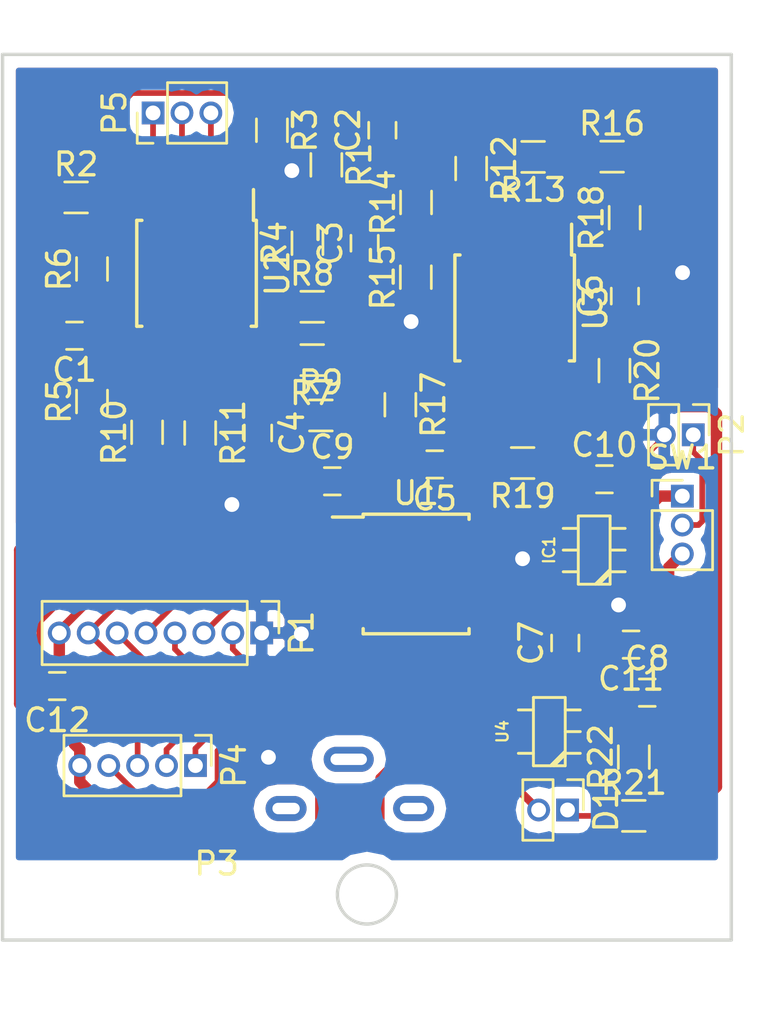
<source format=kicad_pcb>
(kicad_pcb (version 4) (host pcbnew 4.0.2-stable)

  (general
    (links 100)
    (no_connects 0)
    (area 139.924999 119.044999 172.075001 158.075001)
    (thickness 1.6)
    (drawings 5)
    (tracks 443)
    (zones 0)
    (modules 46)
    (nets 50)
  )

  (page A4)
  (layers
    (0 F.Cu signal)
    (31 B.Cu signal)
    (32 B.Adhes user)
    (33 F.Adhes user)
    (34 B.Paste user)
    (35 F.Paste user)
    (36 B.SilkS user)
    (37 F.SilkS user)
    (38 B.Mask user)
    (39 F.Mask user)
    (40 Dwgs.User user)
    (41 Cmts.User user)
    (42 Eco1.User user)
    (43 Eco2.User user)
    (44 Edge.Cuts user)
    (45 Margin user)
    (46 B.CrtYd user)
    (47 F.CrtYd user)
    (48 B.Fab user)
    (49 F.Fab user)
  )

  (setup
    (last_trace_width 0.25)
    (trace_clearance 0.2)
    (zone_clearance 0.508)
    (zone_45_only no)
    (trace_min 0.2)
    (segment_width 0.2)
    (edge_width 0.15)
    (via_size 0.6)
    (via_drill 0.4)
    (via_min_size 0.4)
    (via_min_drill 0.3)
    (uvia_size 0.3)
    (uvia_drill 0.1)
    (uvias_allowed no)
    (uvia_min_size 0.2)
    (uvia_min_drill 0.1)
    (pcb_text_width 0.3)
    (pcb_text_size 1.5 1.5)
    (mod_edge_width 0.15)
    (mod_text_size 1 1)
    (mod_text_width 0.15)
    (pad_size 1 1)
    (pad_drill 0.65)
    (pad_to_mask_clearance 0.2)
    (aux_axis_origin 0 0)
    (visible_elements 7FFEFFFF)
    (pcbplotparams
      (layerselection 0x01030_80000001)
      (usegerberextensions false)
      (excludeedgelayer true)
      (linewidth 0.100000)
      (plotframeref false)
      (viasonmask false)
      (mode 1)
      (useauxorigin false)
      (hpglpennumber 1)
      (hpglpenspeed 20)
      (hpglpendiameter 15)
      (hpglpenoverlay 2)
      (psnegative false)
      (psa4output false)
      (plotreference true)
      (plotvalue true)
      (plotinvisibletext false)
      (padsonsilk false)
      (subtractmaskfromsilk false)
      (outputformat 1)
      (mirror false)
      (drillshape 0)
      (scaleselection 1)
      (outputdirectory ""))
  )

  (net 0 "")
  (net 1 "Net-(C1-Pad1)")
  (net 2 "Net-(C1-Pad2)")
  (net 3 "Net-(C2-Pad1)")
  (net 4 "Net-(C2-Pad2)")
  (net 5 "Net-(C3-Pad1)")
  (net 6 "Net-(C3-Pad2)")
  (net 7 "Net-(C4-Pad1)")
  (net 8 GND)
  (net 9 "Net-(C5-Pad1)")
  (net 10 "Net-(C5-Pad2)")
  (net 11 /Microcontrolador/ADCin)
  (net 12 "Net-(C7-Pad1)")
  (net 13 +BATT)
  (net 14 VCC)
  (net 15 "Net-(D1-Pad1)")
  (net 16 "Net-(IC1-Pad6)")
  (net 17 "Net-(IC1-Pad5)")
  (net 18 /Microcontrolador/CE)
  (net 19 /Microcontrolador/SCK)
  (net 20 /Microcontrolador/MISO)
  (net 21 /Microcontrolador/IRQ)
  (net 22 /Microcontrolador/MOSI)
  (net 23 /Microcontrolador/CSN)
  (net 24 "Net-(P2-Pad1)")
  (net 25 "Net-(P3-Pad3)")
  (net 26 "Net-(P3-Pad2)")
  (net 27 TEST)
  (net 28 RST)
  (net 29 "Net-(P5-Pad1)")
  (net 30 "Net-(P5-Pad2)")
  (net 31 "Net-(P5-Pad3)")
  (net 32 "Net-(R1-Pad1)")
  (net 33 "Net-(R1-Pad2)")
  (net 34 "Net-(R7-Pad2)")
  (net 35 "Net-(R9-Pad2)")
  (net 36 "Net-(R12-Pad1)")
  (net 37 "Net-(R12-Pad2)")
  (net 38 "Net-(R13-Pad1)")
  (net 39 "Net-(R14-Pad1)")
  (net 40 "Net-(R15-Pad1)")
  (net 41 "Net-(R16-Pad2)")
  (net 42 "Net-(R18-Pad1)")
  (net 43 "Net-(R21-Pad2)")
  (net 44 "Net-(R22-Pad1)")
  (net 45 "Net-(U1-Pad6)")
  (net 46 "Net-(U1-Pad12)")
  (net 47 "Net-(U1-Pad13)")
  (net 48 VDD)
  (net 49 "Net-(P3-Pad4)")

  (net_class Default "Esta es la clase de red por defecto."
    (clearance 0.2)
    (trace_width 0.25)
    (via_dia 0.6)
    (via_drill 0.4)
    (uvia_dia 0.3)
    (uvia_drill 0.1)
  )

  (net_class Mayer10mils ""
    (clearance 0.25)
    (trace_width 0.25)
    (via_dia 1)
    (via_drill 0.65)
    (uvia_dia 0.3)
    (uvia_drill 0.1)
    (add_net +BATT)
    (add_net /Microcontrolador/ADCin)
    (add_net /Microcontrolador/CE)
    (add_net /Microcontrolador/CSN)
    (add_net /Microcontrolador/IRQ)
    (add_net /Microcontrolador/MISO)
    (add_net /Microcontrolador/MOSI)
    (add_net /Microcontrolador/SCK)
    (add_net GND)
    (add_net "Net-(C1-Pad1)")
    (add_net "Net-(C1-Pad2)")
    (add_net "Net-(C2-Pad1)")
    (add_net "Net-(C2-Pad2)")
    (add_net "Net-(C3-Pad1)")
    (add_net "Net-(C3-Pad2)")
    (add_net "Net-(C4-Pad1)")
    (add_net "Net-(C5-Pad1)")
    (add_net "Net-(C5-Pad2)")
    (add_net "Net-(C7-Pad1)")
    (add_net "Net-(D1-Pad1)")
    (add_net "Net-(IC1-Pad5)")
    (add_net "Net-(IC1-Pad6)")
    (add_net "Net-(P2-Pad1)")
    (add_net "Net-(P3-Pad2)")
    (add_net "Net-(P3-Pad3)")
    (add_net "Net-(P3-Pad4)")
    (add_net "Net-(P5-Pad1)")
    (add_net "Net-(P5-Pad2)")
    (add_net "Net-(P5-Pad3)")
    (add_net "Net-(R1-Pad1)")
    (add_net "Net-(R1-Pad2)")
    (add_net "Net-(R12-Pad1)")
    (add_net "Net-(R12-Pad2)")
    (add_net "Net-(R13-Pad1)")
    (add_net "Net-(R14-Pad1)")
    (add_net "Net-(R15-Pad1)")
    (add_net "Net-(R16-Pad2)")
    (add_net "Net-(R18-Pad1)")
    (add_net "Net-(R21-Pad2)")
    (add_net "Net-(R22-Pad1)")
    (add_net "Net-(R7-Pad2)")
    (add_net "Net-(R9-Pad2)")
    (add_net "Net-(U1-Pad12)")
    (add_net "Net-(U1-Pad13)")
    (add_net "Net-(U1-Pad6)")
    (add_net RST)
    (add_net TEST)
    (add_net VCC)
    (add_net VDD)
  )

  (module EMG:C_0603 (layer F.Cu) (tedit 58AA844E) (tstamp 58D52BAE)
    (at 143.157709 131.469231 180)
    (descr "Capacitor SMD 0603, reflow soldering, AVX (see smccp.pdf)")
    (tags "capacitor 0603")
    (path /57DD5359/57DD69EA)
    (attr smd)
    (fp_text reference C1 (at 0 -1.5 180) (layer F.SilkS)
      (effects (font (size 1 1) (thickness 0.15)))
    )
    (fp_text value 10nF (at 0 1.5 180) (layer F.Fab)
      (effects (font (size 1 1) (thickness 0.15)))
    )
    (fp_text user %R (at 0 -1.5 180) (layer F.Fab)
      (effects (font (size 1 1) (thickness 0.15)))
    )
    (fp_line (start -0.8 0.4) (end -0.8 -0.4) (layer F.Fab) (width 0.1))
    (fp_line (start 0.8 0.4) (end -0.8 0.4) (layer F.Fab) (width 0.1))
    (fp_line (start 0.8 -0.4) (end 0.8 0.4) (layer F.Fab) (width 0.1))
    (fp_line (start -0.8 -0.4) (end 0.8 -0.4) (layer F.Fab) (width 0.1))
    (fp_line (start -0.35 -0.6) (end 0.35 -0.6) (layer F.SilkS) (width 0.12))
    (fp_line (start 0.35 0.6) (end -0.35 0.6) (layer F.SilkS) (width 0.12))
    (fp_line (start -1.4 -0.65) (end 1.4 -0.65) (layer F.CrtYd) (width 0.05))
    (fp_line (start -1.4 -0.65) (end -1.4 0.65) (layer F.CrtYd) (width 0.05))
    (fp_line (start 1.4 0.65) (end 1.4 -0.65) (layer F.CrtYd) (width 0.05))
    (fp_line (start 1.4 0.65) (end -1.4 0.65) (layer F.CrtYd) (width 0.05))
    (pad 1 smd rect (at -0.75 0 180) (size 0.8 0.75) (layers F.Cu F.Paste F.Mask)
      (net 1 "Net-(C1-Pad1)"))
    (pad 2 smd rect (at 0.75 0 180) (size 0.8 0.75) (layers F.Cu F.Paste F.Mask)
      (net 2 "Net-(C1-Pad2)"))
    (model ${KIPRJMOD}/EMG.3Dshapes/C_0603.wrl
      (at (xyz 0 0 0))
      (scale (xyz 1 1 1))
      (rotate (xyz 0 0 0))
    )
  )

  (module EMG:nRF (layer F.Cu) (tedit 58ED1C96) (tstamp 58D948D7)
    (at 151.38 144.52 270)
    (descr "Through hole straight pin header, 1x08, 1.27mm pitch, single row")
    (tags "Through hole pin header THT 1x08 1.27mm single row")
    (path /57DD8FD2/57DD914C)
    (fp_text reference P1 (at 0 -1.755 270) (layer F.SilkS)
      (effects (font (size 1 1) (thickness 0.15)))
    )
    (fp_text value nRF24l01 (at 0 10.645 270) (layer F.Fab)
      (effects (font (size 1 1) (thickness 0.15)))
    )
    (fp_line (start 10 -1.6) (end 10 10.4) (layer F.Fab) (width 0.15))
    (fp_line (start -0.9 -1.6) (end -0.9 10.4) (layer F.Fab) (width 0.15))
    (fp_line (start 17.1 10.4) (end -0.9 10.4) (layer F.Fab) (width 0.15))
    (fp_line (start 17.1 -1.6) (end 17.1 10.4) (layer F.Fab) (width 0.15))
    (fp_line (start -0.9 -1.6) (end 17.1 -1.6) (layer F.Fab) (width 0.15))
    (fp_line (start -1.27 -0.635) (end -1.27 9.525) (layer F.Fab) (width 0.1))
    (fp_line (start -1.27 9.525) (end 1.27 9.525) (layer F.Fab) (width 0.1))
    (fp_line (start 1.27 9.525) (end 1.27 -0.635) (layer F.Fab) (width 0.1))
    (fp_line (start 1.27 -0.635) (end -1.27 -0.635) (layer F.Fab) (width 0.1))
    (fp_line (start -1.39 0.635) (end -1.39 9.645) (layer F.SilkS) (width 0.12))
    (fp_line (start -1.39 9.645) (end 1.39 9.645) (layer F.SilkS) (width 0.12))
    (fp_line (start 1.39 9.645) (end 1.39 0.635) (layer F.SilkS) (width 0.12))
    (fp_line (start 1.39 0.635) (end -1.39 0.635) (layer F.SilkS) (width 0.12))
    (fp_line (start -1.39 0) (end -1.39 -0.755) (layer F.SilkS) (width 0.12))
    (fp_line (start -1.39 -0.755) (end 0 -0.755) (layer F.SilkS) (width 0.12))
    (fp_line (start -1.6 -0.9) (end -1.6 9.8) (layer F.CrtYd) (width 0.05))
    (fp_line (start -1.6 9.8) (end 1.6 9.8) (layer F.CrtYd) (width 0.05))
    (fp_line (start 1.6 9.8) (end 1.6 -0.9) (layer F.CrtYd) (width 0.05))
    (fp_line (start 1.6 -0.9) (end -1.6 -0.9) (layer F.CrtYd) (width 0.05))
    (pad 1 thru_hole rect (at 0 0 270) (size 1 1) (drill 0.65) (layers *.Cu *.Mask)
      (net 8 GND))
    (pad 2 thru_hole oval (at 0 1.27 270) (size 1 1) (drill 0.65) (layers *.Cu *.Mask)
      (net 18 /Microcontrolador/CE))
    (pad 3 thru_hole oval (at 0 2.54 270) (size 1 1) (drill 0.65) (layers *.Cu *.Mask)
      (net 19 /Microcontrolador/SCK))
    (pad 4 thru_hole oval (at 0 3.81 270) (size 1 1) (drill 0.65) (layers *.Cu *.Mask)
      (net 20 /Microcontrolador/MISO))
    (pad 5 thru_hole oval (at 0 5.08 270) (size 1 1) (drill 0.65) (layers *.Cu *.Mask)
      (net 21 /Microcontrolador/IRQ))
    (pad 6 thru_hole oval (at 0 6.35 270) (size 1 1) (drill 0.65) (layers *.Cu *.Mask)
      (net 22 /Microcontrolador/MOSI))
    (pad 7 thru_hole oval (at 0 7.62 270) (size 1 1) (drill 0.65) (layers *.Cu *.Mask)
      (net 23 /Microcontrolador/CSN))
    (pad 8 thru_hole oval (at 0 8.89 270) (size 1 1) (drill 0.65) (layers *.Cu *.Mask)
      (net 14 VCC))
    (model Pin_Headers.3dshapes/Pin_Header_Straight_1x08_Pitch1.27mm.wrl
      (at (xyz 0 0 0))
      (scale (xyz 1 1 1))
      (rotate (xyz 0 0 0))
    )
  )

  (module EMG:Pin_Header_Straight_1x03_Pitch1.27mm (layer F.Cu) (tedit 58CD4ED0) (tstamp 58DE82BC)
    (at 169.85 138.51)
    (descr "Through hole straight pin header, 1x03, 1.27mm pitch, single row")
    (tags "Through hole pin header THT 1x03 1.27mm single row")
    (path /57DDA5A8/58DE8350)
    (fp_text reference SW1 (at 0 -1.695) (layer F.SilkS)
      (effects (font (size 1 1) (thickness 0.15)))
    )
    (fp_text value SWITCH_INV (at 0 4.235) (layer F.Fab)
      (effects (font (size 1 1) (thickness 0.15)))
    )
    (fp_line (start -1.27 -0.635) (end -1.27 3.175) (layer F.Fab) (width 0.1))
    (fp_line (start -1.27 3.175) (end 1.27 3.175) (layer F.Fab) (width 0.1))
    (fp_line (start 1.27 3.175) (end 1.27 -0.635) (layer F.Fab) (width 0.1))
    (fp_line (start 1.27 -0.635) (end -1.27 -0.635) (layer F.Fab) (width 0.1))
    (fp_line (start -1.33 0.635) (end -1.33 3.235) (layer F.SilkS) (width 0.12))
    (fp_line (start -1.33 3.235) (end 1.33 3.235) (layer F.SilkS) (width 0.12))
    (fp_line (start 1.33 3.235) (end 1.33 0.635) (layer F.SilkS) (width 0.12))
    (fp_line (start 1.33 0.635) (end -1.33 0.635) (layer F.SilkS) (width 0.12))
    (fp_line (start -1.33 0) (end -1.33 -0.695) (layer F.SilkS) (width 0.12))
    (fp_line (start -1.33 -0.695) (end 0 -0.695) (layer F.SilkS) (width 0.12))
    (fp_line (start -1.8 -1.15) (end -1.8 3.7) (layer F.CrtYd) (width 0.05))
    (fp_line (start -1.8 3.7) (end 1.8 3.7) (layer F.CrtYd) (width 0.05))
    (fp_line (start 1.8 3.7) (end 1.8 -1.15) (layer F.CrtYd) (width 0.05))
    (fp_line (start 1.8 -1.15) (end -1.8 -1.15) (layer F.CrtYd) (width 0.05))
    (fp_text user %R (at 0 -1.695) (layer F.Fab)
      (effects (font (size 1 1) (thickness 0.15)))
    )
    (pad 1 thru_hole rect (at 0 0) (size 1 1) (drill 0.65) (layers *.Cu *.Mask)
      (net 13 +BATT))
    (pad 2 thru_hole oval (at 0 1.27) (size 1 1) (drill 0.65) (layers *.Cu *.Mask)
      (net 24 "Net-(P2-Pad1)"))
    (pad 3 thru_hole oval (at 0 2.54) (size 1 1) (drill 0.65) (layers *.Cu *.Mask)
      (net 48 VDD))
    (model ${KISYS3DMOD}/Pin_Headers.3dshapes/Pin_Header_Straight_1x03_Pitch1.27mm.wrl
      (at (xyz 0 0 0))
      (scale (xyz 1 1 1))
      (rotate (xyz 0 0 0))
    )
  )

  (module EMG:Pin_Header_Straight_1x02_Pitch1.27mm (layer F.Cu) (tedit 58CD4ED0) (tstamp 58D52E7E)
    (at 170.33 135.82 270)
    (descr "Through hole straight pin header, 1x02, 1.27mm pitch, single row")
    (tags "Through hole pin header THT 1x02 1.27mm single row")
    (path /57DDA5A8/58BC865C)
    (fp_text reference P2 (at 0 -1.695 270) (layer F.SilkS)
      (effects (font (size 1 1) (thickness 0.15)))
    )
    (fp_text value CONN_01X02 (at 0 2.965 270) (layer F.Fab)
      (effects (font (size 1 1) (thickness 0.15)))
    )
    (fp_line (start -1.27 -0.635) (end -1.27 1.905) (layer F.Fab) (width 0.1))
    (fp_line (start -1.27 1.905) (end 1.27 1.905) (layer F.Fab) (width 0.1))
    (fp_line (start 1.27 1.905) (end 1.27 -0.635) (layer F.Fab) (width 0.1))
    (fp_line (start 1.27 -0.635) (end -1.27 -0.635) (layer F.Fab) (width 0.1))
    (fp_line (start -1.33 0.635) (end -1.33 1.965) (layer F.SilkS) (width 0.12))
    (fp_line (start -1.33 1.965) (end 1.33 1.965) (layer F.SilkS) (width 0.12))
    (fp_line (start 1.33 1.965) (end 1.33 0.635) (layer F.SilkS) (width 0.12))
    (fp_line (start 1.33 0.635) (end -1.33 0.635) (layer F.SilkS) (width 0.12))
    (fp_line (start -1.33 0) (end -1.33 -0.695) (layer F.SilkS) (width 0.12))
    (fp_line (start -1.33 -0.695) (end 0 -0.695) (layer F.SilkS) (width 0.12))
    (fp_line (start -1.8 -1.15) (end -1.8 2.45) (layer F.CrtYd) (width 0.05))
    (fp_line (start -1.8 2.45) (end 1.8 2.45) (layer F.CrtYd) (width 0.05))
    (fp_line (start 1.8 2.45) (end 1.8 -1.15) (layer F.CrtYd) (width 0.05))
    (fp_line (start 1.8 -1.15) (end -1.8 -1.15) (layer F.CrtYd) (width 0.05))
    (fp_text user %R (at 0 -1.695 270) (layer F.Fab)
      (effects (font (size 1 1) (thickness 0.15)))
    )
    (pad 1 thru_hole rect (at 0 0 270) (size 1 1) (drill 0.65) (layers *.Cu *.Mask)
      (net 24 "Net-(P2-Pad1)"))
    (pad 2 thru_hole oval (at 0 1.27 270) (size 1 1) (drill 0.65) (layers *.Cu *.Mask)
      (net 8 GND))
    (model ${KISYS3DMOD}/Pin_Headers.3dshapes/Pin_Header_Straight_1x02_Pitch1.27mm.wrl
      (at (xyz 0 0 0))
      (scale (xyz 1 1 1))
      (rotate (xyz 0 0 0))
    )
  )

  (module EMG:sot23-6 (layer F.Cu) (tedit 0) (tstamp 58C15A02)
    (at 165.98 140.88 90)
    (descr SOT23-6)
    (path /57DDA572/57F2DBC0)
    (fp_text reference IC1 (at 0 -1.9812 90) (layer F.SilkS)
      (effects (font (size 0.50038 0.50038) (thickness 0.09906)))
    )
    (fp_text value MAX8881EUT33-T (at 0 0 90) (layer F.SilkS) hide
      (effects (font (size 0.50038 0.50038) (thickness 0.09906)))
    )
    (fp_line (start -0.8509 0.6985) (end -1.4986 0.0508) (layer F.SilkS) (width 0.127))
    (fp_line (start -1.0033 0.6985) (end -1.4986 0.2032) (layer F.SilkS) (width 0.127))
    (fp_line (start 0 -0.6985) (end 0 -1.3589) (layer F.SilkS) (width 0.127))
    (fp_line (start 0.9525 -0.6985) (end 0.9525 -1.3589) (layer F.SilkS) (width 0.127))
    (fp_line (start -0.9525 -0.6985) (end -0.9525 -1.3589) (layer F.SilkS) (width 0.127))
    (fp_line (start 0 0.6985) (end 0 1.3589) (layer F.SilkS) (width 0.127))
    (fp_line (start 0.9525 0.6985) (end 0.9525 1.3589) (layer F.SilkS) (width 0.127))
    (fp_line (start -0.9525 0.6985) (end -0.9525 1.3589) (layer F.SilkS) (width 0.127))
    (fp_line (start -1.4986 -0.6985) (end 1.4986 -0.6985) (layer F.SilkS) (width 0.127))
    (fp_line (start 1.4986 -0.6985) (end 1.4986 0.6985) (layer F.SilkS) (width 0.127))
    (fp_line (start 1.4986 0.6985) (end -1.4986 0.6985) (layer F.SilkS) (width 0.127))
    (fp_line (start -1.4986 0.6985) (end -1.4986 -0.6985) (layer F.SilkS) (width 0.127))
    (pad 1 smd rect (at -0.9525 1.05664 90) (size 0.59944 1.00076) (layers F.Cu F.Paste F.Mask)
      (net 13 +BATT))
    (pad 3 smd rect (at 0.9525 1.05664 90) (size 0.59944 1.00076) (layers F.Cu F.Paste F.Mask)
      (net 14 VCC))
    (pad 2 smd rect (at 0 1.05664 90) (size 0.59944 1.00076) (layers F.Cu F.Paste F.Mask)
      (net 8 GND))
    (pad 4 smd rect (at 0.9525 -1.05664 90) (size 0.59944 1.00076) (layers F.Cu F.Paste F.Mask)
      (net 14 VCC))
    (pad 6 smd rect (at -0.9525 -1.05664 90) (size 0.59944 1.00076) (layers F.Cu F.Paste F.Mask)
      (net 16 "Net-(IC1-Pad6)"))
    (pad 5 smd rect (at 0 -1.05664 90) (size 0.59944 1.00076) (layers F.Cu F.Paste F.Mask)
      (net 17 "Net-(IC1-Pad5)"))
    (model ${KIPRJMOD}/EMG.3Dshapes/sot23-6.wrl
      (at (xyz 0 0 0))
      (scale (xyz 1 1 1))
      (rotate (xyz 0 0 0))
    )
  )

  (module EMG:sot23-5 (layer F.Cu) (tedit 0) (tstamp 58C15C61)
    (at 164.01 148.85 90)
    (descr SOT23-5)
    (path /57DDA5DE/57E06106)
    (fp_text reference U4 (at 0 -2.0574 90) (layer F.SilkS)
      (effects (font (size 0.50038 0.50038) (thickness 0.09906)))
    )
    (fp_text value MCP73831 (at 0 0 90) (layer F.SilkS) hide
      (effects (font (size 0.50038 0.50038) (thickness 0.09906)))
    )
    (fp_line (start -0.8509 0.6985) (end -1.4986 0.0508) (layer F.SilkS) (width 0.127))
    (fp_line (start -1.0033 0.6985) (end -1.4986 0.2032) (layer F.SilkS) (width 0.127))
    (fp_line (start 0.9525 -0.6985) (end 0.9525 -1.3589) (layer F.SilkS) (width 0.127))
    (fp_line (start -0.9525 -0.6985) (end -0.9525 -1.3589) (layer F.SilkS) (width 0.127))
    (fp_line (start 0 0.6985) (end 0 1.3589) (layer F.SilkS) (width 0.127))
    (fp_line (start 0.9525 0.6985) (end 0.9525 1.3589) (layer F.SilkS) (width 0.127))
    (fp_line (start -0.9525 0.6985) (end -0.9525 1.3589) (layer F.SilkS) (width 0.127))
    (fp_line (start -1.4986 -0.6985) (end 1.4986 -0.6985) (layer F.SilkS) (width 0.127))
    (fp_line (start 1.4986 -0.6985) (end 1.4986 0.6985) (layer F.SilkS) (width 0.127))
    (fp_line (start 1.4986 0.6985) (end -1.4986 0.6985) (layer F.SilkS) (width 0.127))
    (fp_line (start -1.4986 0.6985) (end -1.4986 -0.6985) (layer F.SilkS) (width 0.127))
    (pad 1 smd rect (at -0.9525 1.05664 90) (size 0.59944 1.00076) (layers F.Cu F.Paste F.Mask)
      (net 43 "Net-(R21-Pad2)"))
    (pad 3 smd rect (at 0.9525 1.05664 90) (size 0.59944 1.00076) (layers F.Cu F.Paste F.Mask)
      (net 48 VDD))
    (pad 2 smd rect (at 0 1.05664 90) (size 0.59944 1.00076) (layers F.Cu F.Paste F.Mask)
      (net 8 GND))
    (pad 4 smd rect (at 0.9525 -1.05664 90) (size 0.59944 1.00076) (layers F.Cu F.Paste F.Mask)
      (net 12 "Net-(C7-Pad1)"))
    (pad 5 smd rect (at -0.9525 -1.05664 90) (size 0.59944 1.00076) (layers F.Cu F.Paste F.Mask)
      (net 44 "Net-(R22-Pad1)"))
    (model ${KIPRJMOD}/EMG.3Dshapes/sot23-5.wrl
      (at (xyz 0 0 0))
      (scale (xyz 1 1 1))
      (rotate (xyz 0 0 0))
    )
  )

  (module EMG:C_0603 (layer F.Cu) (tedit 58AA844E) (tstamp 58D52BBE)
    (at 156.677709 122.449231 90)
    (descr "Capacitor SMD 0603, reflow soldering, AVX (see smccp.pdf)")
    (tags "capacitor 0603")
    (path /57DD5359/57DD697E)
    (attr smd)
    (fp_text reference C2 (at 0 -1.5 90) (layer F.SilkS)
      (effects (font (size 1 1) (thickness 0.15)))
    )
    (fp_text value 0.33uF (at 0 1.5 90) (layer F.Fab)
      (effects (font (size 1 1) (thickness 0.15)))
    )
    (fp_text user %R (at 0 -1.5 90) (layer F.Fab)
      (effects (font (size 1 1) (thickness 0.15)))
    )
    (fp_line (start -0.8 0.4) (end -0.8 -0.4) (layer F.Fab) (width 0.1))
    (fp_line (start 0.8 0.4) (end -0.8 0.4) (layer F.Fab) (width 0.1))
    (fp_line (start 0.8 -0.4) (end 0.8 0.4) (layer F.Fab) (width 0.1))
    (fp_line (start -0.8 -0.4) (end 0.8 -0.4) (layer F.Fab) (width 0.1))
    (fp_line (start -0.35 -0.6) (end 0.35 -0.6) (layer F.SilkS) (width 0.12))
    (fp_line (start 0.35 0.6) (end -0.35 0.6) (layer F.SilkS) (width 0.12))
    (fp_line (start -1.4 -0.65) (end 1.4 -0.65) (layer F.CrtYd) (width 0.05))
    (fp_line (start -1.4 -0.65) (end -1.4 0.65) (layer F.CrtYd) (width 0.05))
    (fp_line (start 1.4 0.65) (end 1.4 -0.65) (layer F.CrtYd) (width 0.05))
    (fp_line (start 1.4 0.65) (end -1.4 0.65) (layer F.CrtYd) (width 0.05))
    (pad 1 smd rect (at -0.75 0 90) (size 0.8 0.75) (layers F.Cu F.Paste F.Mask)
      (net 3 "Net-(C2-Pad1)"))
    (pad 2 smd rect (at 0.75 0 90) (size 0.8 0.75) (layers F.Cu F.Paste F.Mask)
      (net 4 "Net-(C2-Pad2)"))
    (model Capacitors_SMD.3dshapes/C_0603.wrl
      (at (xyz 0 0 0))
      (scale (xyz 1 1 1))
      (rotate (xyz 0 0 0))
    )
  )

  (module EMG:C_0603 (layer F.Cu) (tedit 58AA844E) (tstamp 58D52BCE)
    (at 155.897709 127.409231 90)
    (descr "Capacitor SMD 0603, reflow soldering, AVX (see smccp.pdf)")
    (tags "capacitor 0603")
    (path /57DD5359/57DD6985)
    (attr smd)
    (fp_text reference C3 (at 0 -1.5 90) (layer F.SilkS)
      (effects (font (size 1 1) (thickness 0.15)))
    )
    (fp_text value 0.33uF (at 0 1.5 90) (layer F.Fab)
      (effects (font (size 1 1) (thickness 0.15)))
    )
    (fp_text user %R (at 0 -1.5 90) (layer F.Fab)
      (effects (font (size 1 1) (thickness 0.15)))
    )
    (fp_line (start -0.8 0.4) (end -0.8 -0.4) (layer F.Fab) (width 0.1))
    (fp_line (start 0.8 0.4) (end -0.8 0.4) (layer F.Fab) (width 0.1))
    (fp_line (start 0.8 -0.4) (end 0.8 0.4) (layer F.Fab) (width 0.1))
    (fp_line (start -0.8 -0.4) (end 0.8 -0.4) (layer F.Fab) (width 0.1))
    (fp_line (start -0.35 -0.6) (end 0.35 -0.6) (layer F.SilkS) (width 0.12))
    (fp_line (start 0.35 0.6) (end -0.35 0.6) (layer F.SilkS) (width 0.12))
    (fp_line (start -1.4 -0.65) (end 1.4 -0.65) (layer F.CrtYd) (width 0.05))
    (fp_line (start -1.4 -0.65) (end -1.4 0.65) (layer F.CrtYd) (width 0.05))
    (fp_line (start 1.4 0.65) (end 1.4 -0.65) (layer F.CrtYd) (width 0.05))
    (fp_line (start 1.4 0.65) (end -1.4 0.65) (layer F.CrtYd) (width 0.05))
    (pad 1 smd rect (at -0.75 0 90) (size 0.8 0.75) (layers F.Cu F.Paste F.Mask)
      (net 5 "Net-(C3-Pad1)"))
    (pad 2 smd rect (at 0.75 0 90) (size 0.8 0.75) (layers F.Cu F.Paste F.Mask)
      (net 6 "Net-(C3-Pad2)"))
    (model Capacitors_SMD.3dshapes/C_0603.wrl
      (at (xyz 0 0 0))
      (scale (xyz 1 1 1))
      (rotate (xyz 0 0 0))
    )
  )

  (module EMG:C_0603 (layer F.Cu) (tedit 58AA844E) (tstamp 58D52BDE)
    (at 151.217709 135.739231 270)
    (descr "Capacitor SMD 0603, reflow soldering, AVX (see smccp.pdf)")
    (tags "capacitor 0603")
    (path /57DD5359/57DD6A25)
    (attr smd)
    (fp_text reference C4 (at 0 -1.5 270) (layer F.SilkS)
      (effects (font (size 1 1) (thickness 0.15)))
    )
    (fp_text value 1uF (at 0 1.5 270) (layer F.Fab)
      (effects (font (size 1 1) (thickness 0.15)))
    )
    (fp_text user %R (at 0 -1.5 270) (layer F.Fab)
      (effects (font (size 1 1) (thickness 0.15)))
    )
    (fp_line (start -0.8 0.4) (end -0.8 -0.4) (layer F.Fab) (width 0.1))
    (fp_line (start 0.8 0.4) (end -0.8 0.4) (layer F.Fab) (width 0.1))
    (fp_line (start 0.8 -0.4) (end 0.8 0.4) (layer F.Fab) (width 0.1))
    (fp_line (start -0.8 -0.4) (end 0.8 -0.4) (layer F.Fab) (width 0.1))
    (fp_line (start -0.35 -0.6) (end 0.35 -0.6) (layer F.SilkS) (width 0.12))
    (fp_line (start 0.35 0.6) (end -0.35 0.6) (layer F.SilkS) (width 0.12))
    (fp_line (start -1.4 -0.65) (end 1.4 -0.65) (layer F.CrtYd) (width 0.05))
    (fp_line (start -1.4 -0.65) (end -1.4 0.65) (layer F.CrtYd) (width 0.05))
    (fp_line (start 1.4 0.65) (end 1.4 -0.65) (layer F.CrtYd) (width 0.05))
    (fp_line (start 1.4 0.65) (end -1.4 0.65) (layer F.CrtYd) (width 0.05))
    (pad 1 smd rect (at -0.75 0 270) (size 0.8 0.75) (layers F.Cu F.Paste F.Mask)
      (net 7 "Net-(C4-Pad1)"))
    (pad 2 smd rect (at 0.75 0 270) (size 0.8 0.75) (layers F.Cu F.Paste F.Mask)
      (net 8 GND))
    (model Capacitors_SMD.3dshapes/C_0603.wrl
      (at (xyz 0 0 0))
      (scale (xyz 1 1 1))
      (rotate (xyz 0 0 0))
    )
  )

  (module EMG:C_0603 (layer F.Cu) (tedit 58AA844E) (tstamp 58D52BEE)
    (at 158.977709 137.119231 180)
    (descr "Capacitor SMD 0603, reflow soldering, AVX (see smccp.pdf)")
    (tags "capacitor 0603")
    (path /57DD5359/57DD69BB)
    (attr smd)
    (fp_text reference C5 (at 0 -1.5 180) (layer F.SilkS)
      (effects (font (size 1 1) (thickness 0.15)))
    )
    (fp_text value 0.68uF (at 0 1.5 180) (layer F.Fab)
      (effects (font (size 1 1) (thickness 0.15)))
    )
    (fp_text user %R (at 0 -1.5 180) (layer F.Fab)
      (effects (font (size 1 1) (thickness 0.15)))
    )
    (fp_line (start -0.8 0.4) (end -0.8 -0.4) (layer F.Fab) (width 0.1))
    (fp_line (start 0.8 0.4) (end -0.8 0.4) (layer F.Fab) (width 0.1))
    (fp_line (start 0.8 -0.4) (end 0.8 0.4) (layer F.Fab) (width 0.1))
    (fp_line (start -0.8 -0.4) (end 0.8 -0.4) (layer F.Fab) (width 0.1))
    (fp_line (start -0.35 -0.6) (end 0.35 -0.6) (layer F.SilkS) (width 0.12))
    (fp_line (start 0.35 0.6) (end -0.35 0.6) (layer F.SilkS) (width 0.12))
    (fp_line (start -1.4 -0.65) (end 1.4 -0.65) (layer F.CrtYd) (width 0.05))
    (fp_line (start -1.4 -0.65) (end -1.4 0.65) (layer F.CrtYd) (width 0.05))
    (fp_line (start 1.4 0.65) (end 1.4 -0.65) (layer F.CrtYd) (width 0.05))
    (fp_line (start 1.4 0.65) (end -1.4 0.65) (layer F.CrtYd) (width 0.05))
    (pad 1 smd rect (at -0.75 0 180) (size 0.8 0.75) (layers F.Cu F.Paste F.Mask)
      (net 9 "Net-(C5-Pad1)"))
    (pad 2 smd rect (at 0.75 0 180) (size 0.8 0.75) (layers F.Cu F.Paste F.Mask)
      (net 10 "Net-(C5-Pad2)"))
    (model Capacitors_SMD.3dshapes/C_0603.wrl
      (at (xyz 0 0 0))
      (scale (xyz 1 1 1))
      (rotate (xyz 0 0 0))
    )
  )

  (module EMG:C_0603 (layer F.Cu) (tedit 58AA844E) (tstamp 58D52BFE)
    (at 167.33 129.73 90)
    (descr "Capacitor SMD 0603, reflow soldering, AVX (see smccp.pdf)")
    (tags "capacitor 0603")
    (path /57DD5359/57DD7E78)
    (attr smd)
    (fp_text reference C6 (at 0 -1.5 90) (layer F.SilkS)
      (effects (font (size 1 1) (thickness 0.15)))
    )
    (fp_text value 1uF (at 0 1.5 90) (layer F.Fab)
      (effects (font (size 1 1) (thickness 0.15)))
    )
    (fp_text user %R (at 0 -1.5 90) (layer F.Fab)
      (effects (font (size 1 1) (thickness 0.15)))
    )
    (fp_line (start -0.8 0.4) (end -0.8 -0.4) (layer F.Fab) (width 0.1))
    (fp_line (start 0.8 0.4) (end -0.8 0.4) (layer F.Fab) (width 0.1))
    (fp_line (start 0.8 -0.4) (end 0.8 0.4) (layer F.Fab) (width 0.1))
    (fp_line (start -0.8 -0.4) (end 0.8 -0.4) (layer F.Fab) (width 0.1))
    (fp_line (start -0.35 -0.6) (end 0.35 -0.6) (layer F.SilkS) (width 0.12))
    (fp_line (start 0.35 0.6) (end -0.35 0.6) (layer F.SilkS) (width 0.12))
    (fp_line (start -1.4 -0.65) (end 1.4 -0.65) (layer F.CrtYd) (width 0.05))
    (fp_line (start -1.4 -0.65) (end -1.4 0.65) (layer F.CrtYd) (width 0.05))
    (fp_line (start 1.4 0.65) (end 1.4 -0.65) (layer F.CrtYd) (width 0.05))
    (fp_line (start 1.4 0.65) (end -1.4 0.65) (layer F.CrtYd) (width 0.05))
    (pad 1 smd rect (at -0.75 0 90) (size 0.8 0.75) (layers F.Cu F.Paste F.Mask)
      (net 11 /Microcontrolador/ADCin))
    (pad 2 smd rect (at 0.75 0 90) (size 0.8 0.75) (layers F.Cu F.Paste F.Mask)
      (net 8 GND))
    (model Capacitors_SMD.3dshapes/C_0603.wrl
      (at (xyz 0 0 0))
      (scale (xyz 1 1 1))
      (rotate (xyz 0 0 0))
    )
  )

  (module EMG:C_0603 (layer F.Cu) (tedit 58AA844E) (tstamp 58D52C0E)
    (at 164.71 144.96 90)
    (descr "Capacitor SMD 0603, reflow soldering, AVX (see smccp.pdf)")
    (tags "capacitor 0603")
    (path /57DDA5DE/57E06133)
    (attr smd)
    (fp_text reference C7 (at 0 -1.5 90) (layer F.SilkS)
      (effects (font (size 1 1) (thickness 0.15)))
    )
    (fp_text value CP (at 0 1.5 90) (layer F.Fab)
      (effects (font (size 1 1) (thickness 0.15)))
    )
    (fp_text user %R (at 0 -1.5 90) (layer F.Fab)
      (effects (font (size 1 1) (thickness 0.15)))
    )
    (fp_line (start -0.8 0.4) (end -0.8 -0.4) (layer F.Fab) (width 0.1))
    (fp_line (start 0.8 0.4) (end -0.8 0.4) (layer F.Fab) (width 0.1))
    (fp_line (start 0.8 -0.4) (end 0.8 0.4) (layer F.Fab) (width 0.1))
    (fp_line (start -0.8 -0.4) (end 0.8 -0.4) (layer F.Fab) (width 0.1))
    (fp_line (start -0.35 -0.6) (end 0.35 -0.6) (layer F.SilkS) (width 0.12))
    (fp_line (start 0.35 0.6) (end -0.35 0.6) (layer F.SilkS) (width 0.12))
    (fp_line (start -1.4 -0.65) (end 1.4 -0.65) (layer F.CrtYd) (width 0.05))
    (fp_line (start -1.4 -0.65) (end -1.4 0.65) (layer F.CrtYd) (width 0.05))
    (fp_line (start 1.4 0.65) (end 1.4 -0.65) (layer F.CrtYd) (width 0.05))
    (fp_line (start 1.4 0.65) (end -1.4 0.65) (layer F.CrtYd) (width 0.05))
    (pad 1 smd rect (at -0.75 0 90) (size 0.8 0.75) (layers F.Cu F.Paste F.Mask)
      (net 12 "Net-(C7-Pad1)"))
    (pad 2 smd rect (at 0.75 0 90) (size 0.8 0.75) (layers F.Cu F.Paste F.Mask)
      (net 8 GND))
    (model Capacitors_SMD.3dshapes/C_0603.wrl
      (at (xyz 0 0 0))
      (scale (xyz 1 1 1))
      (rotate (xyz 0 0 0))
    )
  )

  (module EMG:C_0603 (layer F.Cu) (tedit 58AA844E) (tstamp 58D52C1E)
    (at 168.31 147.14)
    (descr "Capacitor SMD 0603, reflow soldering, AVX (see smccp.pdf)")
    (tags "capacitor 0603")
    (path /57DDA5DE/57E06124)
    (attr smd)
    (fp_text reference C8 (at 0 -1.5) (layer F.SilkS)
      (effects (font (size 1 1) (thickness 0.15)))
    )
    (fp_text value CP (at 0 1.5) (layer F.Fab)
      (effects (font (size 1 1) (thickness 0.15)))
    )
    (fp_text user %R (at 0 -1.5) (layer F.Fab)
      (effects (font (size 1 1) (thickness 0.15)))
    )
    (fp_line (start -0.8 0.4) (end -0.8 -0.4) (layer F.Fab) (width 0.1))
    (fp_line (start 0.8 0.4) (end -0.8 0.4) (layer F.Fab) (width 0.1))
    (fp_line (start 0.8 -0.4) (end 0.8 0.4) (layer F.Fab) (width 0.1))
    (fp_line (start -0.8 -0.4) (end 0.8 -0.4) (layer F.Fab) (width 0.1))
    (fp_line (start -0.35 -0.6) (end 0.35 -0.6) (layer F.SilkS) (width 0.12))
    (fp_line (start 0.35 0.6) (end -0.35 0.6) (layer F.SilkS) (width 0.12))
    (fp_line (start -1.4 -0.65) (end 1.4 -0.65) (layer F.CrtYd) (width 0.05))
    (fp_line (start -1.4 -0.65) (end -1.4 0.65) (layer F.CrtYd) (width 0.05))
    (fp_line (start 1.4 0.65) (end 1.4 -0.65) (layer F.CrtYd) (width 0.05))
    (fp_line (start 1.4 0.65) (end -1.4 0.65) (layer F.CrtYd) (width 0.05))
    (pad 1 smd rect (at -0.75 0) (size 0.8 0.75) (layers F.Cu F.Paste F.Mask)
      (net 48 VDD))
    (pad 2 smd rect (at 0.75 0) (size 0.8 0.75) (layers F.Cu F.Paste F.Mask)
      (net 8 GND))
    (model Capacitors_SMD.3dshapes/C_0603.wrl
      (at (xyz 0 0 0))
      (scale (xyz 1 1 1))
      (rotate (xyz 0 0 0))
    )
  )

  (module EMG:C_0603 (layer F.Cu) (tedit 58AA844E) (tstamp 58D52C2E)
    (at 154.48 137.86)
    (descr "Capacitor SMD 0603, reflow soldering, AVX (see smccp.pdf)")
    (tags "capacitor 0603")
    (path /57DD8947/57FAAB67)
    (attr smd)
    (fp_text reference C9 (at 0 -1.5) (layer F.SilkS)
      (effects (font (size 1 1) (thickness 0.15)))
    )
    (fp_text value C (at 0 1.5) (layer F.Fab)
      (effects (font (size 1 1) (thickness 0.15)))
    )
    (fp_text user %R (at 0 -1.5) (layer F.Fab)
      (effects (font (size 1 1) (thickness 0.15)))
    )
    (fp_line (start -0.8 0.4) (end -0.8 -0.4) (layer F.Fab) (width 0.1))
    (fp_line (start 0.8 0.4) (end -0.8 0.4) (layer F.Fab) (width 0.1))
    (fp_line (start 0.8 -0.4) (end 0.8 0.4) (layer F.Fab) (width 0.1))
    (fp_line (start -0.8 -0.4) (end 0.8 -0.4) (layer F.Fab) (width 0.1))
    (fp_line (start -0.35 -0.6) (end 0.35 -0.6) (layer F.SilkS) (width 0.12))
    (fp_line (start 0.35 0.6) (end -0.35 0.6) (layer F.SilkS) (width 0.12))
    (fp_line (start -1.4 -0.65) (end 1.4 -0.65) (layer F.CrtYd) (width 0.05))
    (fp_line (start -1.4 -0.65) (end -1.4 0.65) (layer F.CrtYd) (width 0.05))
    (fp_line (start 1.4 0.65) (end 1.4 -0.65) (layer F.CrtYd) (width 0.05))
    (fp_line (start 1.4 0.65) (end -1.4 0.65) (layer F.CrtYd) (width 0.05))
    (pad 1 smd rect (at -0.75 0) (size 0.8 0.75) (layers F.Cu F.Paste F.Mask)
      (net 8 GND))
    (pad 2 smd rect (at 0.75 0) (size 0.8 0.75) (layers F.Cu F.Paste F.Mask)
      (net 14 VCC))
    (model Capacitors_SMD.3dshapes/C_0603.wrl
      (at (xyz 0 0 0))
      (scale (xyz 1 1 1))
      (rotate (xyz 0 0 0))
    )
  )

  (module EMG:C_0603 (layer F.Cu) (tedit 58AA844E) (tstamp 58D52C3E)
    (at 166.43 137.77)
    (descr "Capacitor SMD 0603, reflow soldering, AVX (see smccp.pdf)")
    (tags "capacitor 0603")
    (path /57DDA572/57FAEFB7)
    (attr smd)
    (fp_text reference C10 (at 0 -1.5) (layer F.SilkS)
      (effects (font (size 1 1) (thickness 0.15)))
    )
    (fp_text value C (at 0 1.5) (layer F.Fab)
      (effects (font (size 1 1) (thickness 0.15)))
    )
    (fp_text user %R (at 0 -1.5) (layer F.Fab)
      (effects (font (size 1 1) (thickness 0.15)))
    )
    (fp_line (start -0.8 0.4) (end -0.8 -0.4) (layer F.Fab) (width 0.1))
    (fp_line (start 0.8 0.4) (end -0.8 0.4) (layer F.Fab) (width 0.1))
    (fp_line (start 0.8 -0.4) (end 0.8 0.4) (layer F.Fab) (width 0.1))
    (fp_line (start -0.8 -0.4) (end 0.8 -0.4) (layer F.Fab) (width 0.1))
    (fp_line (start -0.35 -0.6) (end 0.35 -0.6) (layer F.SilkS) (width 0.12))
    (fp_line (start 0.35 0.6) (end -0.35 0.6) (layer F.SilkS) (width 0.12))
    (fp_line (start -1.4 -0.65) (end 1.4 -0.65) (layer F.CrtYd) (width 0.05))
    (fp_line (start -1.4 -0.65) (end -1.4 0.65) (layer F.CrtYd) (width 0.05))
    (fp_line (start 1.4 0.65) (end 1.4 -0.65) (layer F.CrtYd) (width 0.05))
    (fp_line (start 1.4 0.65) (end -1.4 0.65) (layer F.CrtYd) (width 0.05))
    (pad 1 smd rect (at -0.75 0) (size 0.8 0.75) (layers F.Cu F.Paste F.Mask)
      (net 14 VCC))
    (pad 2 smd rect (at 0.75 0) (size 0.8 0.75) (layers F.Cu F.Paste F.Mask)
      (net 8 GND))
    (model Capacitors_SMD.3dshapes/C_0603.wrl
      (at (xyz 0 0 0))
      (scale (xyz 1 1 1))
      (rotate (xyz 0 0 0))
    )
  )

  (module EMG:C_0603 (layer F.Cu) (tedit 58AA844E) (tstamp 58D52C4E)
    (at 167.6 145.03 180)
    (descr "Capacitor SMD 0603, reflow soldering, AVX (see smccp.pdf)")
    (tags "capacitor 0603")
    (path /57DDA572/57FAF1C6)
    (attr smd)
    (fp_text reference C11 (at 0 -1.5 180) (layer F.SilkS)
      (effects (font (size 1 1) (thickness 0.15)))
    )
    (fp_text value C (at 0 1.5 180) (layer F.Fab)
      (effects (font (size 1 1) (thickness 0.15)))
    )
    (fp_text user %R (at 0 -1.5 180) (layer F.Fab)
      (effects (font (size 1 1) (thickness 0.15)))
    )
    (fp_line (start -0.8 0.4) (end -0.8 -0.4) (layer F.Fab) (width 0.1))
    (fp_line (start 0.8 0.4) (end -0.8 0.4) (layer F.Fab) (width 0.1))
    (fp_line (start 0.8 -0.4) (end 0.8 0.4) (layer F.Fab) (width 0.1))
    (fp_line (start -0.8 -0.4) (end 0.8 -0.4) (layer F.Fab) (width 0.1))
    (fp_line (start -0.35 -0.6) (end 0.35 -0.6) (layer F.SilkS) (width 0.12))
    (fp_line (start 0.35 0.6) (end -0.35 0.6) (layer F.SilkS) (width 0.12))
    (fp_line (start -1.4 -0.65) (end 1.4 -0.65) (layer F.CrtYd) (width 0.05))
    (fp_line (start -1.4 -0.65) (end -1.4 0.65) (layer F.CrtYd) (width 0.05))
    (fp_line (start 1.4 0.65) (end 1.4 -0.65) (layer F.CrtYd) (width 0.05))
    (fp_line (start 1.4 0.65) (end -1.4 0.65) (layer F.CrtYd) (width 0.05))
    (pad 1 smd rect (at -0.75 0 180) (size 0.8 0.75) (layers F.Cu F.Paste F.Mask)
      (net 13 +BATT))
    (pad 2 smd rect (at 0.75 0 180) (size 0.8 0.75) (layers F.Cu F.Paste F.Mask)
      (net 8 GND))
    (model Capacitors_SMD.3dshapes/C_0603.wrl
      (at (xyz 0 0 0))
      (scale (xyz 1 1 1))
      (rotate (xyz 0 0 0))
    )
  )

  (module EMG:C_0603 (layer F.Cu) (tedit 58AA844E) (tstamp 58D52C5E)
    (at 142.4 146.85 180)
    (descr "Capacitor SMD 0603, reflow soldering, AVX (see smccp.pdf)")
    (tags "capacitor 0603")
    (path /57DD8FD2/58C15947)
    (attr smd)
    (fp_text reference C12 (at 0 -1.5 180) (layer F.SilkS)
      (effects (font (size 1 1) (thickness 0.15)))
    )
    (fp_text value C (at 0 1.5 180) (layer F.Fab)
      (effects (font (size 1 1) (thickness 0.15)))
    )
    (fp_text user %R (at 0 -1.5 180) (layer F.Fab)
      (effects (font (size 1 1) (thickness 0.15)))
    )
    (fp_line (start -0.8 0.4) (end -0.8 -0.4) (layer F.Fab) (width 0.1))
    (fp_line (start 0.8 0.4) (end -0.8 0.4) (layer F.Fab) (width 0.1))
    (fp_line (start 0.8 -0.4) (end 0.8 0.4) (layer F.Fab) (width 0.1))
    (fp_line (start -0.8 -0.4) (end 0.8 -0.4) (layer F.Fab) (width 0.1))
    (fp_line (start -0.35 -0.6) (end 0.35 -0.6) (layer F.SilkS) (width 0.12))
    (fp_line (start 0.35 0.6) (end -0.35 0.6) (layer F.SilkS) (width 0.12))
    (fp_line (start -1.4 -0.65) (end 1.4 -0.65) (layer F.CrtYd) (width 0.05))
    (fp_line (start -1.4 -0.65) (end -1.4 0.65) (layer F.CrtYd) (width 0.05))
    (fp_line (start 1.4 0.65) (end 1.4 -0.65) (layer F.CrtYd) (width 0.05))
    (fp_line (start 1.4 0.65) (end -1.4 0.65) (layer F.CrtYd) (width 0.05))
    (pad 1 smd rect (at -0.75 0 180) (size 0.8 0.75) (layers F.Cu F.Paste F.Mask)
      (net 14 VCC))
    (pad 2 smd rect (at 0.75 0 180) (size 0.8 0.75) (layers F.Cu F.Paste F.Mask)
      (net 8 GND))
    (model Capacitors_SMD.3dshapes/C_0603.wrl
      (at (xyz 0 0 0))
      (scale (xyz 1 1 1))
      (rotate (xyz 0 0 0))
    )
  )

  (module EMG:R_0603 (layer F.Cu) (tedit 58AAD9CA) (tstamp 58D52C6E)
    (at 154.217709 123.969231 270)
    (descr "Resistor SMD 0603, reflow soldering, Vishay (see dcrcw.pdf)")
    (tags "resistor 0603")
    (path /57DD5359/57DD692E)
    (attr smd)
    (fp_text reference R1 (at 0 -1.45 270) (layer F.SilkS)
      (effects (font (size 1 1) (thickness 0.15)))
    )
    (fp_text value 10K (at 0 1.5 270) (layer F.Fab)
      (effects (font (size 1 1) (thickness 0.15)))
    )
    (fp_text user %R (at 0 -1.45 270) (layer F.Fab)
      (effects (font (size 1 1) (thickness 0.15)))
    )
    (fp_line (start -0.8 0.4) (end -0.8 -0.4) (layer F.Fab) (width 0.1))
    (fp_line (start 0.8 0.4) (end -0.8 0.4) (layer F.Fab) (width 0.1))
    (fp_line (start 0.8 -0.4) (end 0.8 0.4) (layer F.Fab) (width 0.1))
    (fp_line (start -0.8 -0.4) (end 0.8 -0.4) (layer F.Fab) (width 0.1))
    (fp_line (start 0.5 0.68) (end -0.5 0.68) (layer F.SilkS) (width 0.12))
    (fp_line (start -0.5 -0.68) (end 0.5 -0.68) (layer F.SilkS) (width 0.12))
    (fp_line (start -1.25 -0.7) (end 1.25 -0.7) (layer F.CrtYd) (width 0.05))
    (fp_line (start -1.25 -0.7) (end -1.25 0.7) (layer F.CrtYd) (width 0.05))
    (fp_line (start 1.25 0.7) (end 1.25 -0.7) (layer F.CrtYd) (width 0.05))
    (fp_line (start 1.25 0.7) (end -1.25 0.7) (layer F.CrtYd) (width 0.05))
    (pad 1 smd rect (at -0.75 0 270) (size 0.5 0.9) (layers F.Cu F.Paste F.Mask)
      (net 32 "Net-(R1-Pad1)"))
    (pad 2 smd rect (at 0.75 0 270) (size 0.5 0.9) (layers F.Cu F.Paste F.Mask)
      (net 33 "Net-(R1-Pad2)"))
    (model Resistors_SMD.3dshapes/R_0603.wrl
      (at (xyz 0 0 0))
      (scale (xyz 1 1 1))
      (rotate (xyz 0 0 0))
    )
  )

  (module EMG:R_0603 (layer F.Cu) (tedit 58AAD9CA) (tstamp 58D52C7E)
    (at 143.227709 125.399231)
    (descr "Resistor SMD 0603, reflow soldering, Vishay (see dcrcw.pdf)")
    (tags "resistor 0603")
    (path /57DD5359/57DD69F1)
    (attr smd)
    (fp_text reference R2 (at 0 -1.45) (layer F.SilkS)
      (effects (font (size 1 1) (thickness 0.15)))
    )
    (fp_text value 510K (at 0 1.5) (layer F.Fab)
      (effects (font (size 1 1) (thickness 0.15)))
    )
    (fp_text user %R (at 0 -1.45) (layer F.Fab)
      (effects (font (size 1 1) (thickness 0.15)))
    )
    (fp_line (start -0.8 0.4) (end -0.8 -0.4) (layer F.Fab) (width 0.1))
    (fp_line (start 0.8 0.4) (end -0.8 0.4) (layer F.Fab) (width 0.1))
    (fp_line (start 0.8 -0.4) (end 0.8 0.4) (layer F.Fab) (width 0.1))
    (fp_line (start -0.8 -0.4) (end 0.8 -0.4) (layer F.Fab) (width 0.1))
    (fp_line (start 0.5 0.68) (end -0.5 0.68) (layer F.SilkS) (width 0.12))
    (fp_line (start -0.5 -0.68) (end 0.5 -0.68) (layer F.SilkS) (width 0.12))
    (fp_line (start -1.25 -0.7) (end 1.25 -0.7) (layer F.CrtYd) (width 0.05))
    (fp_line (start -1.25 -0.7) (end -1.25 0.7) (layer F.CrtYd) (width 0.05))
    (fp_line (start 1.25 0.7) (end 1.25 -0.7) (layer F.CrtYd) (width 0.05))
    (fp_line (start 1.25 0.7) (end -1.25 0.7) (layer F.CrtYd) (width 0.05))
    (pad 1 smd rect (at -0.75 0) (size 0.5 0.9) (layers F.Cu F.Paste F.Mask)
      (net 2 "Net-(C1-Pad2)"))
    (pad 2 smd rect (at 0.75 0) (size 0.5 0.9) (layers F.Cu F.Paste F.Mask)
      (net 29 "Net-(P5-Pad1)"))
    (model Resistors_SMD.3dshapes/R_0603.wrl
      (at (xyz 0 0 0))
      (scale (xyz 1 1 1))
      (rotate (xyz 0 0 0))
    )
  )

  (module EMG:R_0603 (layer F.Cu) (tedit 58AAD9CA) (tstamp 58D52C8E)
    (at 151.827709 122.449231 270)
    (descr "Resistor SMD 0603, reflow soldering, Vishay (see dcrcw.pdf)")
    (tags "resistor 0603")
    (path /57DD5359/57DD6920)
    (attr smd)
    (fp_text reference R3 (at 0 -1.45 270) (layer F.SilkS)
      (effects (font (size 1 1) (thickness 0.15)))
    )
    (fp_text value 43K (at 0 1.5 270) (layer F.Fab)
      (effects (font (size 1 1) (thickness 0.15)))
    )
    (fp_text user %R (at 0 -1.45 270) (layer F.Fab)
      (effects (font (size 1 1) (thickness 0.15)))
    )
    (fp_line (start -0.8 0.4) (end -0.8 -0.4) (layer F.Fab) (width 0.1))
    (fp_line (start 0.8 0.4) (end -0.8 0.4) (layer F.Fab) (width 0.1))
    (fp_line (start 0.8 -0.4) (end 0.8 0.4) (layer F.Fab) (width 0.1))
    (fp_line (start -0.8 -0.4) (end 0.8 -0.4) (layer F.Fab) (width 0.1))
    (fp_line (start 0.5 0.68) (end -0.5 0.68) (layer F.SilkS) (width 0.12))
    (fp_line (start -0.5 -0.68) (end 0.5 -0.68) (layer F.SilkS) (width 0.12))
    (fp_line (start -1.25 -0.7) (end 1.25 -0.7) (layer F.CrtYd) (width 0.05))
    (fp_line (start -1.25 -0.7) (end -1.25 0.7) (layer F.CrtYd) (width 0.05))
    (fp_line (start 1.25 0.7) (end 1.25 -0.7) (layer F.CrtYd) (width 0.05))
    (fp_line (start 1.25 0.7) (end -1.25 0.7) (layer F.CrtYd) (width 0.05))
    (pad 1 smd rect (at -0.75 0 270) (size 0.5 0.9) (layers F.Cu F.Paste F.Mask)
      (net 4 "Net-(C2-Pad2)"))
    (pad 2 smd rect (at 0.75 0 270) (size 0.5 0.9) (layers F.Cu F.Paste F.Mask)
      (net 32 "Net-(R1-Pad1)"))
    (model Resistors_SMD.3dshapes/R_0603.wrl
      (at (xyz 0 0 0))
      (scale (xyz 1 1 1))
      (rotate (xyz 0 0 0))
    )
  )

  (module EMG:R_0603 (layer F.Cu) (tedit 58AAD9CA) (tstamp 58D52C9E)
    (at 153.387709 127.409231 90)
    (descr "Resistor SMD 0603, reflow soldering, Vishay (see dcrcw.pdf)")
    (tags "resistor 0603")
    (path /57DD5359/57DD6927)
    (attr smd)
    (fp_text reference R4 (at 0 -1.45 90) (layer F.SilkS)
      (effects (font (size 1 1) (thickness 0.15)))
    )
    (fp_text value 43K (at 0 1.5 90) (layer F.Fab)
      (effects (font (size 1 1) (thickness 0.15)))
    )
    (fp_text user %R (at 0 -1.45 90) (layer F.Fab)
      (effects (font (size 1 1) (thickness 0.15)))
    )
    (fp_line (start -0.8 0.4) (end -0.8 -0.4) (layer F.Fab) (width 0.1))
    (fp_line (start 0.8 0.4) (end -0.8 0.4) (layer F.Fab) (width 0.1))
    (fp_line (start 0.8 -0.4) (end 0.8 0.4) (layer F.Fab) (width 0.1))
    (fp_line (start -0.8 -0.4) (end 0.8 -0.4) (layer F.Fab) (width 0.1))
    (fp_line (start 0.5 0.68) (end -0.5 0.68) (layer F.SilkS) (width 0.12))
    (fp_line (start -0.5 -0.68) (end 0.5 -0.68) (layer F.SilkS) (width 0.12))
    (fp_line (start -1.25 -0.7) (end 1.25 -0.7) (layer F.CrtYd) (width 0.05))
    (fp_line (start -1.25 -0.7) (end -1.25 0.7) (layer F.CrtYd) (width 0.05))
    (fp_line (start 1.25 0.7) (end 1.25 -0.7) (layer F.CrtYd) (width 0.05))
    (fp_line (start 1.25 0.7) (end -1.25 0.7) (layer F.CrtYd) (width 0.05))
    (pad 1 smd rect (at -0.75 0 90) (size 0.5 0.9) (layers F.Cu F.Paste F.Mask)
      (net 6 "Net-(C3-Pad2)"))
    (pad 2 smd rect (at 0.75 0 90) (size 0.5 0.9) (layers F.Cu F.Paste F.Mask)
      (net 33 "Net-(R1-Pad2)"))
    (model Resistors_SMD.3dshapes/R_0603.wrl
      (at (xyz 0 0 0))
      (scale (xyz 1 1 1))
      (rotate (xyz 0 0 0))
    )
  )

  (module EMG:R_0603 (layer F.Cu) (tedit 58AAD9CA) (tstamp 58D52CAE)
    (at 143.927709 134.359231 90)
    (descr "Resistor SMD 0603, reflow soldering, Vishay (see dcrcw.pdf)")
    (tags "resistor 0603")
    (path /57DD5359/57DD693D)
    (attr smd)
    (fp_text reference R5 (at 0 -1.45 90) (layer F.SilkS)
      (effects (font (size 1 1) (thickness 0.15)))
    )
    (fp_text value 22K (at 0 1.5 90) (layer F.Fab)
      (effects (font (size 1 1) (thickness 0.15)))
    )
    (fp_text user %R (at 0 -1.45 90) (layer F.Fab)
      (effects (font (size 1 1) (thickness 0.15)))
    )
    (fp_line (start -0.8 0.4) (end -0.8 -0.4) (layer F.Fab) (width 0.1))
    (fp_line (start 0.8 0.4) (end -0.8 0.4) (layer F.Fab) (width 0.1))
    (fp_line (start 0.8 -0.4) (end 0.8 0.4) (layer F.Fab) (width 0.1))
    (fp_line (start -0.8 -0.4) (end 0.8 -0.4) (layer F.Fab) (width 0.1))
    (fp_line (start 0.5 0.68) (end -0.5 0.68) (layer F.SilkS) (width 0.12))
    (fp_line (start -0.5 -0.68) (end 0.5 -0.68) (layer F.SilkS) (width 0.12))
    (fp_line (start -1.25 -0.7) (end 1.25 -0.7) (layer F.CrtYd) (width 0.05))
    (fp_line (start -1.25 -0.7) (end -1.25 0.7) (layer F.CrtYd) (width 0.05))
    (fp_line (start 1.25 0.7) (end 1.25 -0.7) (layer F.CrtYd) (width 0.05))
    (fp_line (start 1.25 0.7) (end -1.25 0.7) (layer F.CrtYd) (width 0.05))
    (pad 1 smd rect (at -0.75 0 90) (size 0.5 0.9) (layers F.Cu F.Paste F.Mask)
      (net 4 "Net-(C2-Pad2)"))
    (pad 2 smd rect (at 0.75 0 90) (size 0.5 0.9) (layers F.Cu F.Paste F.Mask)
      (net 1 "Net-(C1-Pad1)"))
    (model Resistors_SMD.3dshapes/R_0603.wrl
      (at (xyz 0 0 0))
      (scale (xyz 1 1 1))
      (rotate (xyz 0 0 0))
    )
  )

  (module EMG:R_0603 (layer F.Cu) (tedit 58AAD9CA) (tstamp 58D52CBE)
    (at 143.927709 128.539231 90)
    (descr "Resistor SMD 0603, reflow soldering, Vishay (see dcrcw.pdf)")
    (tags "resistor 0603")
    (path /57DD5359/57DD6944)
    (attr smd)
    (fp_text reference R6 (at 0 -1.45 90) (layer F.SilkS)
      (effects (font (size 1 1) (thickness 0.15)))
    )
    (fp_text value 22K (at 0 1.5 90) (layer F.Fab)
      (effects (font (size 1 1) (thickness 0.15)))
    )
    (fp_text user %R (at 0 -1.45 90) (layer F.Fab)
      (effects (font (size 1 1) (thickness 0.15)))
    )
    (fp_line (start -0.8 0.4) (end -0.8 -0.4) (layer F.Fab) (width 0.1))
    (fp_line (start 0.8 0.4) (end -0.8 0.4) (layer F.Fab) (width 0.1))
    (fp_line (start 0.8 -0.4) (end 0.8 0.4) (layer F.Fab) (width 0.1))
    (fp_line (start -0.8 -0.4) (end 0.8 -0.4) (layer F.Fab) (width 0.1))
    (fp_line (start 0.5 0.68) (end -0.5 0.68) (layer F.SilkS) (width 0.12))
    (fp_line (start -0.5 -0.68) (end 0.5 -0.68) (layer F.SilkS) (width 0.12))
    (fp_line (start -1.25 -0.7) (end 1.25 -0.7) (layer F.CrtYd) (width 0.05))
    (fp_line (start -1.25 -0.7) (end -1.25 0.7) (layer F.CrtYd) (width 0.05))
    (fp_line (start 1.25 0.7) (end 1.25 -0.7) (layer F.CrtYd) (width 0.05))
    (fp_line (start 1.25 0.7) (end -1.25 0.7) (layer F.CrtYd) (width 0.05))
    (pad 1 smd rect (at -0.75 0 90) (size 0.5 0.9) (layers F.Cu F.Paste F.Mask)
      (net 1 "Net-(C1-Pad1)"))
    (pad 2 smd rect (at 0.75 0 90) (size 0.5 0.9) (layers F.Cu F.Paste F.Mask)
      (net 6 "Net-(C3-Pad2)"))
    (model Resistors_SMD.3dshapes/R_0603.wrl
      (at (xyz 0 0 0))
      (scale (xyz 1 1 1))
      (rotate (xyz 0 0 0))
    )
  )

  (module EMG:R_0603 (layer F.Cu) (tedit 58AAD9CA) (tstamp 58D52CCE)
    (at 153.597709 132.539231 180)
    (descr "Resistor SMD 0603, reflow soldering, Vishay (see dcrcw.pdf)")
    (tags "resistor 0603")
    (path /57DD5359/57DD694B)
    (attr smd)
    (fp_text reference R7 (at 0 -1.45 180) (layer F.SilkS)
      (effects (font (size 1 1) (thickness 0.15)))
    )
    (fp_text value 10M (at 0 1.5 180) (layer F.Fab)
      (effects (font (size 1 1) (thickness 0.15)))
    )
    (fp_text user %R (at 0 -1.45 180) (layer F.Fab)
      (effects (font (size 1 1) (thickness 0.15)))
    )
    (fp_line (start -0.8 0.4) (end -0.8 -0.4) (layer F.Fab) (width 0.1))
    (fp_line (start 0.8 0.4) (end -0.8 0.4) (layer F.Fab) (width 0.1))
    (fp_line (start 0.8 -0.4) (end 0.8 0.4) (layer F.Fab) (width 0.1))
    (fp_line (start -0.8 -0.4) (end 0.8 -0.4) (layer F.Fab) (width 0.1))
    (fp_line (start 0.5 0.68) (end -0.5 0.68) (layer F.SilkS) (width 0.12))
    (fp_line (start -0.5 -0.68) (end 0.5 -0.68) (layer F.SilkS) (width 0.12))
    (fp_line (start -1.25 -0.7) (end 1.25 -0.7) (layer F.CrtYd) (width 0.05))
    (fp_line (start -1.25 -0.7) (end -1.25 0.7) (layer F.CrtYd) (width 0.05))
    (fp_line (start 1.25 0.7) (end 1.25 -0.7) (layer F.CrtYd) (width 0.05))
    (fp_line (start 1.25 0.7) (end -1.25 0.7) (layer F.CrtYd) (width 0.05))
    (pad 1 smd rect (at -0.75 0 180) (size 0.5 0.9) (layers F.Cu F.Paste F.Mask)
      (net 3 "Net-(C2-Pad1)"))
    (pad 2 smd rect (at 0.75 0 180) (size 0.5 0.9) (layers F.Cu F.Paste F.Mask)
      (net 34 "Net-(R7-Pad2)"))
    (model Resistors_SMD.3dshapes/R_0603.wrl
      (at (xyz 0 0 0))
      (scale (xyz 1 1 1))
      (rotate (xyz 0 0 0))
    )
  )

  (module EMG:R_0603 (layer F.Cu) (tedit 58AAD9CA) (tstamp 58D52CDE)
    (at 153.597709 130.199231)
    (descr "Resistor SMD 0603, reflow soldering, Vishay (see dcrcw.pdf)")
    (tags "resistor 0603")
    (path /57DD5359/57DD6952)
    (attr smd)
    (fp_text reference R8 (at 0 -1.45) (layer F.SilkS)
      (effects (font (size 1 1) (thickness 0.15)))
    )
    (fp_text value 10M (at 0 1.5) (layer F.Fab)
      (effects (font (size 1 1) (thickness 0.15)))
    )
    (fp_text user %R (at 0 -1.45) (layer F.Fab)
      (effects (font (size 1 1) (thickness 0.15)))
    )
    (fp_line (start -0.8 0.4) (end -0.8 -0.4) (layer F.Fab) (width 0.1))
    (fp_line (start 0.8 0.4) (end -0.8 0.4) (layer F.Fab) (width 0.1))
    (fp_line (start 0.8 -0.4) (end 0.8 0.4) (layer F.Fab) (width 0.1))
    (fp_line (start -0.8 -0.4) (end 0.8 -0.4) (layer F.Fab) (width 0.1))
    (fp_line (start 0.5 0.68) (end -0.5 0.68) (layer F.SilkS) (width 0.12))
    (fp_line (start -0.5 -0.68) (end 0.5 -0.68) (layer F.SilkS) (width 0.12))
    (fp_line (start -1.25 -0.7) (end 1.25 -0.7) (layer F.CrtYd) (width 0.05))
    (fp_line (start -1.25 -0.7) (end -1.25 0.7) (layer F.CrtYd) (width 0.05))
    (fp_line (start 1.25 0.7) (end 1.25 -0.7) (layer F.CrtYd) (width 0.05))
    (fp_line (start 1.25 0.7) (end -1.25 0.7) (layer F.CrtYd) (width 0.05))
    (pad 1 smd rect (at -0.75 0) (size 0.5 0.9) (layers F.Cu F.Paste F.Mask)
      (net 34 "Net-(R7-Pad2)"))
    (pad 2 smd rect (at 0.75 0) (size 0.5 0.9) (layers F.Cu F.Paste F.Mask)
      (net 5 "Net-(C3-Pad1)"))
    (model Resistors_SMD.3dshapes/R_0603.wrl
      (at (xyz 0 0 0))
      (scale (xyz 1 1 1))
      (rotate (xyz 0 0 0))
    )
  )

  (module EMG:R_0603 (layer F.Cu) (tedit 58AAD9CA) (tstamp 58D52CEE)
    (at 153.977709 134.969231)
    (descr "Resistor SMD 0603, reflow soldering, Vishay (see dcrcw.pdf)")
    (tags "resistor 0603")
    (path /57DD5359/57DD69E3)
    (attr smd)
    (fp_text reference R9 (at 0 -1.45) (layer F.SilkS)
      (effects (font (size 1 1) (thickness 0.15)))
    )
    (fp_text value 10M (at 0 1.5) (layer F.Fab)
      (effects (font (size 1 1) (thickness 0.15)))
    )
    (fp_text user %R (at 0 -1.45) (layer F.Fab)
      (effects (font (size 1 1) (thickness 0.15)))
    )
    (fp_line (start -0.8 0.4) (end -0.8 -0.4) (layer F.Fab) (width 0.1))
    (fp_line (start 0.8 0.4) (end -0.8 0.4) (layer F.Fab) (width 0.1))
    (fp_line (start 0.8 -0.4) (end 0.8 0.4) (layer F.Fab) (width 0.1))
    (fp_line (start -0.8 -0.4) (end 0.8 -0.4) (layer F.Fab) (width 0.1))
    (fp_line (start 0.5 0.68) (end -0.5 0.68) (layer F.SilkS) (width 0.12))
    (fp_line (start -0.5 -0.68) (end 0.5 -0.68) (layer F.SilkS) (width 0.12))
    (fp_line (start -1.25 -0.7) (end 1.25 -0.7) (layer F.CrtYd) (width 0.05))
    (fp_line (start -1.25 -0.7) (end -1.25 0.7) (layer F.CrtYd) (width 0.05))
    (fp_line (start 1.25 0.7) (end 1.25 -0.7) (layer F.CrtYd) (width 0.05))
    (fp_line (start 1.25 0.7) (end -1.25 0.7) (layer F.CrtYd) (width 0.05))
    (pad 1 smd rect (at -0.75 0) (size 0.5 0.9) (layers F.Cu F.Paste F.Mask)
      (net 34 "Net-(R7-Pad2)"))
    (pad 2 smd rect (at 0.75 0) (size 0.5 0.9) (layers F.Cu F.Paste F.Mask)
      (net 35 "Net-(R9-Pad2)"))
    (model Resistors_SMD.3dshapes/R_0603.wrl
      (at (xyz 0 0 0))
      (scale (xyz 1 1 1))
      (rotate (xyz 0 0 0))
    )
  )

  (module EMG:R_0603 (layer F.Cu) (tedit 58AAD9CA) (tstamp 58D52CFE)
    (at 146.347709 135.709231 90)
    (descr "Resistor SMD 0603, reflow soldering, Vishay (see dcrcw.pdf)")
    (tags "resistor 0603")
    (path /57DD5359/57DD6A33)
    (attr smd)
    (fp_text reference R10 (at 0 -1.45 90) (layer F.SilkS)
      (effects (font (size 1 1) (thickness 0.15)))
    )
    (fp_text value 1M (at 0 1.5 90) (layer F.Fab)
      (effects (font (size 1 1) (thickness 0.15)))
    )
    (fp_text user %R (at 0 -1.45 90) (layer F.Fab)
      (effects (font (size 1 1) (thickness 0.15)))
    )
    (fp_line (start -0.8 0.4) (end -0.8 -0.4) (layer F.Fab) (width 0.1))
    (fp_line (start 0.8 0.4) (end -0.8 0.4) (layer F.Fab) (width 0.1))
    (fp_line (start 0.8 -0.4) (end 0.8 0.4) (layer F.Fab) (width 0.1))
    (fp_line (start -0.8 -0.4) (end 0.8 -0.4) (layer F.Fab) (width 0.1))
    (fp_line (start 0.5 0.68) (end -0.5 0.68) (layer F.SilkS) (width 0.12))
    (fp_line (start -0.5 -0.68) (end 0.5 -0.68) (layer F.SilkS) (width 0.12))
    (fp_line (start -1.25 -0.7) (end 1.25 -0.7) (layer F.CrtYd) (width 0.05))
    (fp_line (start -1.25 -0.7) (end -1.25 0.7) (layer F.CrtYd) (width 0.05))
    (fp_line (start 1.25 0.7) (end 1.25 -0.7) (layer F.CrtYd) (width 0.05))
    (fp_line (start 1.25 0.7) (end -1.25 0.7) (layer F.CrtYd) (width 0.05))
    (pad 1 smd rect (at -0.75 0 90) (size 0.5 0.9) (layers F.Cu F.Paste F.Mask)
      (net 14 VCC))
    (pad 2 smd rect (at 0.75 0 90) (size 0.5 0.9) (layers F.Cu F.Paste F.Mask)
      (net 7 "Net-(C4-Pad1)"))
    (model Resistors_SMD.3dshapes/R_0603.wrl
      (at (xyz 0 0 0))
      (scale (xyz 1 1 1))
      (rotate (xyz 0 0 0))
    )
  )

  (module EMG:R_0603 (layer F.Cu) (tedit 58AAD9CA) (tstamp 58D52D0E)
    (at 148.677709 135.739231 270)
    (descr "Resistor SMD 0603, reflow soldering, Vishay (see dcrcw.pdf)")
    (tags "resistor 0603")
    (path /57DD5359/57DD6A2C)
    (attr smd)
    (fp_text reference R11 (at 0 -1.45 270) (layer F.SilkS)
      (effects (font (size 1 1) (thickness 0.15)))
    )
    (fp_text value 1M (at 0 1.5 270) (layer F.Fab)
      (effects (font (size 1 1) (thickness 0.15)))
    )
    (fp_text user %R (at 0 -1.45 270) (layer F.Fab)
      (effects (font (size 1 1) (thickness 0.15)))
    )
    (fp_line (start -0.8 0.4) (end -0.8 -0.4) (layer F.Fab) (width 0.1))
    (fp_line (start 0.8 0.4) (end -0.8 0.4) (layer F.Fab) (width 0.1))
    (fp_line (start 0.8 -0.4) (end 0.8 0.4) (layer F.Fab) (width 0.1))
    (fp_line (start -0.8 -0.4) (end 0.8 -0.4) (layer F.Fab) (width 0.1))
    (fp_line (start 0.5 0.68) (end -0.5 0.68) (layer F.SilkS) (width 0.12))
    (fp_line (start -0.5 -0.68) (end 0.5 -0.68) (layer F.SilkS) (width 0.12))
    (fp_line (start -1.25 -0.7) (end 1.25 -0.7) (layer F.CrtYd) (width 0.05))
    (fp_line (start -1.25 -0.7) (end -1.25 0.7) (layer F.CrtYd) (width 0.05))
    (fp_line (start 1.25 0.7) (end 1.25 -0.7) (layer F.CrtYd) (width 0.05))
    (fp_line (start 1.25 0.7) (end -1.25 0.7) (layer F.CrtYd) (width 0.05))
    (pad 1 smd rect (at -0.75 0 270) (size 0.5 0.9) (layers F.Cu F.Paste F.Mask)
      (net 7 "Net-(C4-Pad1)"))
    (pad 2 smd rect (at 0.75 0 270) (size 0.5 0.9) (layers F.Cu F.Paste F.Mask)
      (net 8 GND))
    (model Resistors_SMD.3dshapes/R_0603.wrl
      (at (xyz 0 0 0))
      (scale (xyz 1 1 1))
      (rotate (xyz 0 0 0))
    )
  )

  (module EMG:R_0603 (layer F.Cu) (tedit 58AAD9CA) (tstamp 58D52D1E)
    (at 160.577709 124.129231 270)
    (descr "Resistor SMD 0603, reflow soldering, Vishay (see dcrcw.pdf)")
    (tags "resistor 0603")
    (path /57DD5359/57DD6969)
    (attr smd)
    (fp_text reference R12 (at 0 -1.45 270) (layer F.SilkS)
      (effects (font (size 1 1) (thickness 0.15)))
    )
    (fp_text value 43K (at 0 1.5 270) (layer F.Fab)
      (effects (font (size 1 1) (thickness 0.15)))
    )
    (fp_text user %R (at 0 -1.45 270) (layer F.Fab)
      (effects (font (size 1 1) (thickness 0.15)))
    )
    (fp_line (start -0.8 0.4) (end -0.8 -0.4) (layer F.Fab) (width 0.1))
    (fp_line (start 0.8 0.4) (end -0.8 0.4) (layer F.Fab) (width 0.1))
    (fp_line (start 0.8 -0.4) (end 0.8 0.4) (layer F.Fab) (width 0.1))
    (fp_line (start -0.8 -0.4) (end 0.8 -0.4) (layer F.Fab) (width 0.1))
    (fp_line (start 0.5 0.68) (end -0.5 0.68) (layer F.SilkS) (width 0.12))
    (fp_line (start -0.5 -0.68) (end 0.5 -0.68) (layer F.SilkS) (width 0.12))
    (fp_line (start -1.25 -0.7) (end 1.25 -0.7) (layer F.CrtYd) (width 0.05))
    (fp_line (start -1.25 -0.7) (end -1.25 0.7) (layer F.CrtYd) (width 0.05))
    (fp_line (start 1.25 0.7) (end 1.25 -0.7) (layer F.CrtYd) (width 0.05))
    (fp_line (start 1.25 0.7) (end -1.25 0.7) (layer F.CrtYd) (width 0.05))
    (pad 1 smd rect (at -0.75 0 270) (size 0.5 0.9) (layers F.Cu F.Paste F.Mask)
      (net 36 "Net-(R12-Pad1)"))
    (pad 2 smd rect (at 0.75 0 270) (size 0.5 0.9) (layers F.Cu F.Paste F.Mask)
      (net 37 "Net-(R12-Pad2)"))
    (model Resistors_SMD.3dshapes/R_0603.wrl
      (at (xyz 0 0 0))
      (scale (xyz 1 1 1))
      (rotate (xyz 0 0 0))
    )
  )

  (module EMG:R_0603 (layer F.Cu) (tedit 58AAD9CA) (tstamp 58D52D2E)
    (at 163.297709 123.619231 180)
    (descr "Resistor SMD 0603, reflow soldering, Vishay (see dcrcw.pdf)")
    (tags "resistor 0603")
    (path /57DD5359/57DD6959)
    (attr smd)
    (fp_text reference R13 (at 0 -1.45 180) (layer F.SilkS)
      (effects (font (size 1 1) (thickness 0.15)))
    )
    (fp_text value 430K (at 0 1.5 180) (layer F.Fab)
      (effects (font (size 1 1) (thickness 0.15)))
    )
    (fp_text user %R (at 0 -1.45 180) (layer F.Fab)
      (effects (font (size 1 1) (thickness 0.15)))
    )
    (fp_line (start -0.8 0.4) (end -0.8 -0.4) (layer F.Fab) (width 0.1))
    (fp_line (start 0.8 0.4) (end -0.8 0.4) (layer F.Fab) (width 0.1))
    (fp_line (start 0.8 -0.4) (end 0.8 0.4) (layer F.Fab) (width 0.1))
    (fp_line (start -0.8 -0.4) (end 0.8 -0.4) (layer F.Fab) (width 0.1))
    (fp_line (start 0.5 0.68) (end -0.5 0.68) (layer F.SilkS) (width 0.12))
    (fp_line (start -0.5 -0.68) (end 0.5 -0.68) (layer F.SilkS) (width 0.12))
    (fp_line (start -1.25 -0.7) (end 1.25 -0.7) (layer F.CrtYd) (width 0.05))
    (fp_line (start -1.25 -0.7) (end -1.25 0.7) (layer F.CrtYd) (width 0.05))
    (fp_line (start 1.25 0.7) (end 1.25 -0.7) (layer F.CrtYd) (width 0.05))
    (fp_line (start 1.25 0.7) (end -1.25 0.7) (layer F.CrtYd) (width 0.05))
    (pad 1 smd rect (at -0.75 0 180) (size 0.5 0.9) (layers F.Cu F.Paste F.Mask)
      (net 38 "Net-(R13-Pad1)"))
    (pad 2 smd rect (at 0.75 0 180) (size 0.5 0.9) (layers F.Cu F.Paste F.Mask)
      (net 36 "Net-(R12-Pad1)"))
    (model Resistors_SMD.3dshapes/R_0603.wrl
      (at (xyz 0 0 0))
      (scale (xyz 1 1 1))
      (rotate (xyz 0 0 0))
    )
  )

  (module EMG:R_0603 (layer F.Cu) (tedit 58AAD9CA) (tstamp 58D52D3E)
    (at 158.157709 125.619231 90)
    (descr "Resistor SMD 0603, reflow soldering, Vishay (see dcrcw.pdf)")
    (tags "resistor 0603")
    (path /57DD5359/57DD6962)
    (attr smd)
    (fp_text reference R14 (at 0 -1.45 90) (layer F.SilkS)
      (effects (font (size 1 1) (thickness 0.15)))
    )
    (fp_text value 430K (at 0 1.5 90) (layer F.Fab)
      (effects (font (size 1 1) (thickness 0.15)))
    )
    (fp_text user %R (at 0 -1.45 90) (layer F.Fab)
      (effects (font (size 1 1) (thickness 0.15)))
    )
    (fp_line (start -0.8 0.4) (end -0.8 -0.4) (layer F.Fab) (width 0.1))
    (fp_line (start 0.8 0.4) (end -0.8 0.4) (layer F.Fab) (width 0.1))
    (fp_line (start 0.8 -0.4) (end 0.8 0.4) (layer F.Fab) (width 0.1))
    (fp_line (start -0.8 -0.4) (end 0.8 -0.4) (layer F.Fab) (width 0.1))
    (fp_line (start 0.5 0.68) (end -0.5 0.68) (layer F.SilkS) (width 0.12))
    (fp_line (start -0.5 -0.68) (end 0.5 -0.68) (layer F.SilkS) (width 0.12))
    (fp_line (start -1.25 -0.7) (end 1.25 -0.7) (layer F.CrtYd) (width 0.05))
    (fp_line (start -1.25 -0.7) (end -1.25 0.7) (layer F.CrtYd) (width 0.05))
    (fp_line (start 1.25 0.7) (end 1.25 -0.7) (layer F.CrtYd) (width 0.05))
    (fp_line (start 1.25 0.7) (end -1.25 0.7) (layer F.CrtYd) (width 0.05))
    (pad 1 smd rect (at -0.75 0 90) (size 0.5 0.9) (layers F.Cu F.Paste F.Mask)
      (net 39 "Net-(R14-Pad1)"))
    (pad 2 smd rect (at 0.75 0 90) (size 0.5 0.9) (layers F.Cu F.Paste F.Mask)
      (net 37 "Net-(R12-Pad2)"))
    (model Resistors_SMD.3dshapes/R_0603.wrl
      (at (xyz 0 0 0))
      (scale (xyz 1 1 1))
      (rotate (xyz 0 0 0))
    )
  )

  (module EMG:R_0603 (layer F.Cu) (tedit 58AAD9CA) (tstamp 58D52D4E)
    (at 158.147709 128.899231 90)
    (descr "Resistor SMD 0603, reflow soldering, Vishay (see dcrcw.pdf)")
    (tags "resistor 0603")
    (path /57DD5359/57DD6990)
    (attr smd)
    (fp_text reference R15 (at 0 -1.45 90) (layer F.SilkS)
      (effects (font (size 1 1) (thickness 0.15)))
    )
    (fp_text value 43K (at 0 1.5 90) (layer F.Fab)
      (effects (font (size 1 1) (thickness 0.15)))
    )
    (fp_text user %R (at 0 -1.45 90) (layer F.Fab)
      (effects (font (size 1 1) (thickness 0.15)))
    )
    (fp_line (start -0.8 0.4) (end -0.8 -0.4) (layer F.Fab) (width 0.1))
    (fp_line (start 0.8 0.4) (end -0.8 0.4) (layer F.Fab) (width 0.1))
    (fp_line (start 0.8 -0.4) (end 0.8 0.4) (layer F.Fab) (width 0.1))
    (fp_line (start -0.8 -0.4) (end 0.8 -0.4) (layer F.Fab) (width 0.1))
    (fp_line (start 0.5 0.68) (end -0.5 0.68) (layer F.SilkS) (width 0.12))
    (fp_line (start -0.5 -0.68) (end 0.5 -0.68) (layer F.SilkS) (width 0.12))
    (fp_line (start -1.25 -0.7) (end 1.25 -0.7) (layer F.CrtYd) (width 0.05))
    (fp_line (start -1.25 -0.7) (end -1.25 0.7) (layer F.CrtYd) (width 0.05))
    (fp_line (start 1.25 0.7) (end 1.25 -0.7) (layer F.CrtYd) (width 0.05))
    (fp_line (start 1.25 0.7) (end -1.25 0.7) (layer F.CrtYd) (width 0.05))
    (pad 1 smd rect (at -0.75 0 90) (size 0.5 0.9) (layers F.Cu F.Paste F.Mask)
      (net 40 "Net-(R15-Pad1)"))
    (pad 2 smd rect (at 0.75 0 90) (size 0.5 0.9) (layers F.Cu F.Paste F.Mask)
      (net 39 "Net-(R14-Pad1)"))
    (model Resistors_SMD.3dshapes/R_0603.wrl
      (at (xyz 0 0 0))
      (scale (xyz 1 1 1))
      (rotate (xyz 0 0 0))
    )
  )

  (module EMG:R_0603 (layer F.Cu) (tedit 58AAD9CA) (tstamp 58D52D5E)
    (at 166.767709 123.609231)
    (descr "Resistor SMD 0603, reflow soldering, Vishay (see dcrcw.pdf)")
    (tags "resistor 0603")
    (path /57DD5359/57DD699E)
    (attr smd)
    (fp_text reference R16 (at 0 -1.45) (layer F.SilkS)
      (effects (font (size 1 1) (thickness 0.15)))
    )
    (fp_text value 43K (at 0 1.5) (layer F.Fab)
      (effects (font (size 1 1) (thickness 0.15)))
    )
    (fp_text user %R (at 0 -1.45) (layer F.Fab)
      (effects (font (size 1 1) (thickness 0.15)))
    )
    (fp_line (start -0.8 0.4) (end -0.8 -0.4) (layer F.Fab) (width 0.1))
    (fp_line (start 0.8 0.4) (end -0.8 0.4) (layer F.Fab) (width 0.1))
    (fp_line (start 0.8 -0.4) (end 0.8 0.4) (layer F.Fab) (width 0.1))
    (fp_line (start -0.8 -0.4) (end 0.8 -0.4) (layer F.Fab) (width 0.1))
    (fp_line (start 0.5 0.68) (end -0.5 0.68) (layer F.SilkS) (width 0.12))
    (fp_line (start -0.5 -0.68) (end 0.5 -0.68) (layer F.SilkS) (width 0.12))
    (fp_line (start -1.25 -0.7) (end 1.25 -0.7) (layer F.CrtYd) (width 0.05))
    (fp_line (start -1.25 -0.7) (end -1.25 0.7) (layer F.CrtYd) (width 0.05))
    (fp_line (start 1.25 0.7) (end 1.25 -0.7) (layer F.CrtYd) (width 0.05))
    (fp_line (start 1.25 0.7) (end -1.25 0.7) (layer F.CrtYd) (width 0.05))
    (pad 1 smd rect (at -0.75 0) (size 0.5 0.9) (layers F.Cu F.Paste F.Mask)
      (net 38 "Net-(R13-Pad1)"))
    (pad 2 smd rect (at 0.75 0) (size 0.5 0.9) (layers F.Cu F.Paste F.Mask)
      (net 41 "Net-(R16-Pad2)"))
    (model Resistors_SMD.3dshapes/R_0603.wrl
      (at (xyz 0 0 0))
      (scale (xyz 1 1 1))
      (rotate (xyz 0 0 0))
    )
  )

  (module EMG:R_0603 (layer F.Cu) (tedit 58AAD9CA) (tstamp 58D52D6E)
    (at 157.467709 134.499231 270)
    (descr "Resistor SMD 0603, reflow soldering, Vishay (see dcrcw.pdf)")
    (tags "resistor 0603")
    (path /57DD5359/57DD69B4)
    (attr smd)
    (fp_text reference R17 (at 0 -1.45 270) (layer F.SilkS)
      (effects (font (size 1 1) (thickness 0.15)))
    )
    (fp_text value 215K (at 0 1.5 270) (layer F.Fab)
      (effects (font (size 1 1) (thickness 0.15)))
    )
    (fp_text user %R (at 0 -1.45 270) (layer F.Fab)
      (effects (font (size 1 1) (thickness 0.15)))
    )
    (fp_line (start -0.8 0.4) (end -0.8 -0.4) (layer F.Fab) (width 0.1))
    (fp_line (start 0.8 0.4) (end -0.8 0.4) (layer F.Fab) (width 0.1))
    (fp_line (start 0.8 -0.4) (end 0.8 0.4) (layer F.Fab) (width 0.1))
    (fp_line (start -0.8 -0.4) (end 0.8 -0.4) (layer F.Fab) (width 0.1))
    (fp_line (start 0.5 0.68) (end -0.5 0.68) (layer F.SilkS) (width 0.12))
    (fp_line (start -0.5 -0.68) (end 0.5 -0.68) (layer F.SilkS) (width 0.12))
    (fp_line (start -1.25 -0.7) (end 1.25 -0.7) (layer F.CrtYd) (width 0.05))
    (fp_line (start -1.25 -0.7) (end -1.25 0.7) (layer F.CrtYd) (width 0.05))
    (fp_line (start 1.25 0.7) (end 1.25 -0.7) (layer F.CrtYd) (width 0.05))
    (fp_line (start 1.25 0.7) (end -1.25 0.7) (layer F.CrtYd) (width 0.05))
    (pad 1 smd rect (at -0.75 0 270) (size 0.5 0.9) (layers F.Cu F.Paste F.Mask)
      (net 40 "Net-(R15-Pad1)"))
    (pad 2 smd rect (at 0.75 0 270) (size 0.5 0.9) (layers F.Cu F.Paste F.Mask)
      (net 10 "Net-(C5-Pad2)"))
    (model Resistors_SMD.3dshapes/R_0603.wrl
      (at (xyz 0 0 0))
      (scale (xyz 1 1 1))
      (rotate (xyz 0 0 0))
    )
  )

  (module EMG:R_0603 (layer F.Cu) (tedit 58AAD9CA) (tstamp 58D52D7E)
    (at 167.317709 126.289231 90)
    (descr "Resistor SMD 0603, reflow soldering, Vishay (see dcrcw.pdf)")
    (tags "resistor 0603")
    (path /57DD5359/57DD69A5)
    (attr smd)
    (fp_text reference R18 (at 0 -1.45 90) (layer F.SilkS)
      (effects (font (size 1 1) (thickness 0.15)))
    )
    (fp_text value 215K (at 0 1.5 90) (layer F.Fab)
      (effects (font (size 1 1) (thickness 0.15)))
    )
    (fp_text user %R (at 0 -1.45 90) (layer F.Fab)
      (effects (font (size 1 1) (thickness 0.15)))
    )
    (fp_line (start -0.8 0.4) (end -0.8 -0.4) (layer F.Fab) (width 0.1))
    (fp_line (start 0.8 0.4) (end -0.8 0.4) (layer F.Fab) (width 0.1))
    (fp_line (start 0.8 -0.4) (end 0.8 0.4) (layer F.Fab) (width 0.1))
    (fp_line (start -0.8 -0.4) (end 0.8 -0.4) (layer F.Fab) (width 0.1))
    (fp_line (start 0.5 0.68) (end -0.5 0.68) (layer F.SilkS) (width 0.12))
    (fp_line (start -0.5 -0.68) (end 0.5 -0.68) (layer F.SilkS) (width 0.12))
    (fp_line (start -1.25 -0.7) (end 1.25 -0.7) (layer F.CrtYd) (width 0.05))
    (fp_line (start -1.25 -0.7) (end -1.25 0.7) (layer F.CrtYd) (width 0.05))
    (fp_line (start 1.25 0.7) (end 1.25 -0.7) (layer F.CrtYd) (width 0.05))
    (fp_line (start 1.25 0.7) (end -1.25 0.7) (layer F.CrtYd) (width 0.05))
    (pad 1 smd rect (at -0.75 0 90) (size 0.5 0.9) (layers F.Cu F.Paste F.Mask)
      (net 42 "Net-(R18-Pad1)"))
    (pad 2 smd rect (at 0.75 0 90) (size 0.5 0.9) (layers F.Cu F.Paste F.Mask)
      (net 41 "Net-(R16-Pad2)"))
    (model Resistors_SMD.3dshapes/R_0603.wrl
      (at (xyz 0 0 0))
      (scale (xyz 1 1 1))
      (rotate (xyz 0 0 0))
    )
  )

  (module EMG:R_0603 (layer F.Cu) (tedit 58AAD9CA) (tstamp 58D52D8E)
    (at 162.837709 137.059231 180)
    (descr "Resistor SMD 0603, reflow soldering, Vishay (see dcrcw.pdf)")
    (tags "resistor 0603")
    (path /57DD5359/57DD69C2)
    (attr smd)
    (fp_text reference R19 (at 0 -1.45 180) (layer F.SilkS)
      (effects (font (size 1 1) (thickness 0.15)))
    )
    (fp_text value 10M (at 0 1.5 180) (layer F.Fab)
      (effects (font (size 1 1) (thickness 0.15)))
    )
    (fp_text user %R (at 0 -1.45 180) (layer F.Fab)
      (effects (font (size 1 1) (thickness 0.15)))
    )
    (fp_line (start -0.8 0.4) (end -0.8 -0.4) (layer F.Fab) (width 0.1))
    (fp_line (start 0.8 0.4) (end -0.8 0.4) (layer F.Fab) (width 0.1))
    (fp_line (start 0.8 -0.4) (end 0.8 0.4) (layer F.Fab) (width 0.1))
    (fp_line (start -0.8 -0.4) (end 0.8 -0.4) (layer F.Fab) (width 0.1))
    (fp_line (start 0.5 0.68) (end -0.5 0.68) (layer F.SilkS) (width 0.12))
    (fp_line (start -0.5 -0.68) (end 0.5 -0.68) (layer F.SilkS) (width 0.12))
    (fp_line (start -1.25 -0.7) (end 1.25 -0.7) (layer F.CrtYd) (width 0.05))
    (fp_line (start -1.25 -0.7) (end -1.25 0.7) (layer F.CrtYd) (width 0.05))
    (fp_line (start 1.25 0.7) (end 1.25 -0.7) (layer F.CrtYd) (width 0.05))
    (fp_line (start 1.25 0.7) (end -1.25 0.7) (layer F.CrtYd) (width 0.05))
    (pad 1 smd rect (at -0.75 0 180) (size 0.5 0.9) (layers F.Cu F.Paste F.Mask)
      (net 42 "Net-(R18-Pad1)"))
    (pad 2 smd rect (at 0.75 0 180) (size 0.5 0.9) (layers F.Cu F.Paste F.Mask)
      (net 9 "Net-(C5-Pad1)"))
    (model Resistors_SMD.3dshapes/R_0603.wrl
      (at (xyz 0 0 0))
      (scale (xyz 1 1 1))
      (rotate (xyz 0 0 0))
    )
  )

  (module EMG:R_0603 (layer F.Cu) (tedit 58AAD9CA) (tstamp 58D52D9E)
    (at 166.87 133 270)
    (descr "Resistor SMD 0603, reflow soldering, Vishay (see dcrcw.pdf)")
    (tags "resistor 0603")
    (path /57DD5359/57DD7E0F)
    (attr smd)
    (fp_text reference R20 (at 0 -1.45 270) (layer F.SilkS)
      (effects (font (size 1 1) (thickness 0.15)))
    )
    (fp_text value 1600K (at 0 1.5 270) (layer F.Fab)
      (effects (font (size 1 1) (thickness 0.15)))
    )
    (fp_text user %R (at 0 -1.45 270) (layer F.Fab)
      (effects (font (size 1 1) (thickness 0.15)))
    )
    (fp_line (start -0.8 0.4) (end -0.8 -0.4) (layer F.Fab) (width 0.1))
    (fp_line (start 0.8 0.4) (end -0.8 0.4) (layer F.Fab) (width 0.1))
    (fp_line (start 0.8 -0.4) (end 0.8 0.4) (layer F.Fab) (width 0.1))
    (fp_line (start -0.8 -0.4) (end 0.8 -0.4) (layer F.Fab) (width 0.1))
    (fp_line (start 0.5 0.68) (end -0.5 0.68) (layer F.SilkS) (width 0.12))
    (fp_line (start -0.5 -0.68) (end 0.5 -0.68) (layer F.SilkS) (width 0.12))
    (fp_line (start -1.25 -0.7) (end 1.25 -0.7) (layer F.CrtYd) (width 0.05))
    (fp_line (start -1.25 -0.7) (end -1.25 0.7) (layer F.CrtYd) (width 0.05))
    (fp_line (start 1.25 0.7) (end 1.25 -0.7) (layer F.CrtYd) (width 0.05))
    (fp_line (start 1.25 0.7) (end -1.25 0.7) (layer F.CrtYd) (width 0.05))
    (pad 1 smd rect (at -0.75 0 270) (size 0.5 0.9) (layers F.Cu F.Paste F.Mask)
      (net 11 /Microcontrolador/ADCin))
    (pad 2 smd rect (at 0.75 0 270) (size 0.5 0.9) (layers F.Cu F.Paste F.Mask)
      (net 42 "Net-(R18-Pad1)"))
    (model Resistors_SMD.3dshapes/R_0603.wrl
      (at (xyz 0 0 0))
      (scale (xyz 1 1 1))
      (rotate (xyz 0 0 0))
    )
  )

  (module EMG:R_0603 (layer F.Cu) (tedit 58AAD9CA) (tstamp 58D52DAE)
    (at 167.72 152.55)
    (descr "Resistor SMD 0603, reflow soldering, Vishay (see dcrcw.pdf)")
    (tags "resistor 0603")
    (path /57DDA5DE/57E06179)
    (attr smd)
    (fp_text reference R21 (at 0 -1.45) (layer F.SilkS)
      (effects (font (size 1 1) (thickness 0.15)))
    )
    (fp_text value R (at 0 1.5) (layer F.Fab)
      (effects (font (size 1 1) (thickness 0.15)))
    )
    (fp_text user %R (at 0 -1.45) (layer F.Fab)
      (effects (font (size 1 1) (thickness 0.15)))
    )
    (fp_line (start -0.8 0.4) (end -0.8 -0.4) (layer F.Fab) (width 0.1))
    (fp_line (start 0.8 0.4) (end -0.8 0.4) (layer F.Fab) (width 0.1))
    (fp_line (start 0.8 -0.4) (end 0.8 0.4) (layer F.Fab) (width 0.1))
    (fp_line (start -0.8 -0.4) (end 0.8 -0.4) (layer F.Fab) (width 0.1))
    (fp_line (start 0.5 0.68) (end -0.5 0.68) (layer F.SilkS) (width 0.12))
    (fp_line (start -0.5 -0.68) (end 0.5 -0.68) (layer F.SilkS) (width 0.12))
    (fp_line (start -1.25 -0.7) (end 1.25 -0.7) (layer F.CrtYd) (width 0.05))
    (fp_line (start -1.25 -0.7) (end -1.25 0.7) (layer F.CrtYd) (width 0.05))
    (fp_line (start 1.25 0.7) (end 1.25 -0.7) (layer F.CrtYd) (width 0.05))
    (fp_line (start 1.25 0.7) (end -1.25 0.7) (layer F.CrtYd) (width 0.05))
    (pad 1 smd rect (at -0.75 0) (size 0.5 0.9) (layers F.Cu F.Paste F.Mask)
      (net 15 "Net-(D1-Pad1)"))
    (pad 2 smd rect (at 0.75 0) (size 0.5 0.9) (layers F.Cu F.Paste F.Mask)
      (net 43 "Net-(R21-Pad2)"))
    (model Resistors_SMD.3dshapes/R_0603.wrl
      (at (xyz 0 0 0))
      (scale (xyz 1 1 1))
      (rotate (xyz 0 0 0))
    )
  )

  (module EMG:R_0603 (layer F.Cu) (tedit 58AAD9CA) (tstamp 58D52DBE)
    (at 167.72 149.97 90)
    (descr "Resistor SMD 0603, reflow soldering, Vishay (see dcrcw.pdf)")
    (tags "resistor 0603")
    (path /57DDA5DE/57E0616A)
    (attr smd)
    (fp_text reference R22 (at 0 -1.45 90) (layer F.SilkS)
      (effects (font (size 1 1) (thickness 0.15)))
    )
    (fp_text value R (at 0 1.5 90) (layer F.Fab)
      (effects (font (size 1 1) (thickness 0.15)))
    )
    (fp_text user %R (at 0 -1.45 90) (layer F.Fab)
      (effects (font (size 1 1) (thickness 0.15)))
    )
    (fp_line (start -0.8 0.4) (end -0.8 -0.4) (layer F.Fab) (width 0.1))
    (fp_line (start 0.8 0.4) (end -0.8 0.4) (layer F.Fab) (width 0.1))
    (fp_line (start 0.8 -0.4) (end 0.8 0.4) (layer F.Fab) (width 0.1))
    (fp_line (start -0.8 -0.4) (end 0.8 -0.4) (layer F.Fab) (width 0.1))
    (fp_line (start 0.5 0.68) (end -0.5 0.68) (layer F.SilkS) (width 0.12))
    (fp_line (start -0.5 -0.68) (end 0.5 -0.68) (layer F.SilkS) (width 0.12))
    (fp_line (start -1.25 -0.7) (end 1.25 -0.7) (layer F.CrtYd) (width 0.05))
    (fp_line (start -1.25 -0.7) (end -1.25 0.7) (layer F.CrtYd) (width 0.05))
    (fp_line (start 1.25 0.7) (end 1.25 -0.7) (layer F.CrtYd) (width 0.05))
    (fp_line (start 1.25 0.7) (end -1.25 0.7) (layer F.CrtYd) (width 0.05))
    (pad 1 smd rect (at -0.75 0 90) (size 0.5 0.9) (layers F.Cu F.Paste F.Mask)
      (net 44 "Net-(R22-Pad1)"))
    (pad 2 smd rect (at 0.75 0 90) (size 0.5 0.9) (layers F.Cu F.Paste F.Mask)
      (net 8 GND))
    (model Resistors_SMD.3dshapes/R_0603.wrl
      (at (xyz 0 0 0))
      (scale (xyz 1 1 1))
      (rotate (xyz 0 0 0))
    )
  )

  (module EMG:Pin_Header_Straight_1x02_Pitch1.27mm (layer F.Cu) (tedit 58CD4ED0) (tstamp 58D52E6A)
    (at 164.81 152.29 270)
    (descr "Through hole straight pin header, 1x02, 1.27mm pitch, single row")
    (tags "Through hole pin header THT 1x02 1.27mm single row")
    (path /57DDA5DE/57E06194)
    (fp_text reference D1 (at 0 -1.695 270) (layer F.SilkS)
      (effects (font (size 1 1) (thickness 0.15)))
    )
    (fp_text value LED (at 0 2.965 270) (layer F.Fab)
      (effects (font (size 1 1) (thickness 0.15)))
    )
    (fp_line (start -1.27 -0.635) (end -1.27 1.905) (layer F.Fab) (width 0.1))
    (fp_line (start -1.27 1.905) (end 1.27 1.905) (layer F.Fab) (width 0.1))
    (fp_line (start 1.27 1.905) (end 1.27 -0.635) (layer F.Fab) (width 0.1))
    (fp_line (start 1.27 -0.635) (end -1.27 -0.635) (layer F.Fab) (width 0.1))
    (fp_line (start -1.33 0.635) (end -1.33 1.965) (layer F.SilkS) (width 0.12))
    (fp_line (start -1.33 1.965) (end 1.33 1.965) (layer F.SilkS) (width 0.12))
    (fp_line (start 1.33 1.965) (end 1.33 0.635) (layer F.SilkS) (width 0.12))
    (fp_line (start 1.33 0.635) (end -1.33 0.635) (layer F.SilkS) (width 0.12))
    (fp_line (start -1.33 0) (end -1.33 -0.695) (layer F.SilkS) (width 0.12))
    (fp_line (start -1.33 -0.695) (end 0 -0.695) (layer F.SilkS) (width 0.12))
    (fp_line (start -1.8 -1.15) (end -1.8 2.45) (layer F.CrtYd) (width 0.05))
    (fp_line (start -1.8 2.45) (end 1.8 2.45) (layer F.CrtYd) (width 0.05))
    (fp_line (start 1.8 2.45) (end 1.8 -1.15) (layer F.CrtYd) (width 0.05))
    (fp_line (start 1.8 -1.15) (end -1.8 -1.15) (layer F.CrtYd) (width 0.05))
    (fp_text user %R (at 0 -1.695 270) (layer F.Fab)
      (effects (font (size 1 1) (thickness 0.15)))
    )
    (pad 1 thru_hole rect (at 0 0 270) (size 1 1) (drill 0.65) (layers *.Cu *.Mask)
      (net 15 "Net-(D1-Pad1)"))
    (pad 2 thru_hole oval (at 0 1.27 270) (size 1 1) (drill 0.65) (layers *.Cu *.Mask)
      (net 12 "Net-(C7-Pad1)"))
    (model ${KISYS3DMOD}/Pin_Headers.3dshapes/Pin_Header_Straight_1x02_Pitch1.27mm.wrl
      (at (xyz 0 0 0))
      (scale (xyz 1 1 1))
      (rotate (xyz 0 0 0))
    )
  )

  (module EMG:Pin_Header_Straight_1x05_Pitch1.27mm (layer F.Cu) (tedit 58CD4ED0) (tstamp 58D52E92)
    (at 148.47 150.34 270)
    (descr "Through hole straight pin header, 1x05, 1.27mm pitch, single row")
    (tags "Through hole pin header THT 1x05 1.27mm single row")
    (path /57DD8947/58A7015B)
    (fp_text reference P4 (at 0 -1.695 270) (layer F.SilkS)
      (effects (font (size 1 1) (thickness 0.15)))
    )
    (fp_text value CONN_01X05 (at 0 6.775 270) (layer F.Fab)
      (effects (font (size 1 1) (thickness 0.15)))
    )
    (fp_line (start -1.27 -0.635) (end -1.27 5.715) (layer F.Fab) (width 0.1))
    (fp_line (start -1.27 5.715) (end 1.27 5.715) (layer F.Fab) (width 0.1))
    (fp_line (start 1.27 5.715) (end 1.27 -0.635) (layer F.Fab) (width 0.1))
    (fp_line (start 1.27 -0.635) (end -1.27 -0.635) (layer F.Fab) (width 0.1))
    (fp_line (start -1.33 0.635) (end -1.33 5.775) (layer F.SilkS) (width 0.12))
    (fp_line (start -1.33 5.775) (end 1.33 5.775) (layer F.SilkS) (width 0.12))
    (fp_line (start 1.33 5.775) (end 1.33 0.635) (layer F.SilkS) (width 0.12))
    (fp_line (start 1.33 0.635) (end -1.33 0.635) (layer F.SilkS) (width 0.12))
    (fp_line (start -1.33 0) (end -1.33 -0.695) (layer F.SilkS) (width 0.12))
    (fp_line (start -1.33 -0.695) (end 0 -0.695) (layer F.SilkS) (width 0.12))
    (fp_line (start -1.8 -1.15) (end -1.8 6.25) (layer F.CrtYd) (width 0.05))
    (fp_line (start -1.8 6.25) (end 1.8 6.25) (layer F.CrtYd) (width 0.05))
    (fp_line (start 1.8 6.25) (end 1.8 -1.15) (layer F.CrtYd) (width 0.05))
    (fp_line (start 1.8 -1.15) (end -1.8 -1.15) (layer F.CrtYd) (width 0.05))
    (fp_text user %R (at 0 -1.695 270) (layer F.Fab)
      (effects (font (size 1 1) (thickness 0.15)))
    )
    (pad 1 thru_hole rect (at 0 0 270) (size 1 1) (drill 0.65) (layers *.Cu *.Mask)
      (net 27 TEST))
    (pad 2 thru_hole oval (at 0 1.27 270) (size 1 1) (drill 0.65) (layers *.Cu *.Mask)
      (net 28 RST))
    (pad 3 thru_hole oval (at 0 2.54 270) (size 1 1) (drill 0.65) (layers *.Cu *.Mask)
      (net 23 /Microcontrolador/CSN))
    (pad 4 thru_hole oval (at 0 3.81 270) (size 1 1) (drill 0.65) (layers *.Cu *.Mask)
      (net 18 /Microcontrolador/CE))
    (pad 5 thru_hole oval (at 0 5.08 270) (size 1 1) (drill 0.65) (layers *.Cu *.Mask)
      (net 14 VCC))
    (model ${KISYS3DMOD}/Pin_Headers.3dshapes/Pin_Header_Straight_1x05_Pitch1.27mm.wrl
      (at (xyz 0 0 0))
      (scale (xyz 1 1 1))
      (rotate (xyz 0 0 0))
    )
  )

  (module EMG:Pin_Header_Straight_1x03_Pitch1.27mm (layer F.Cu) (tedit 58CD4ED0) (tstamp 58D52EA9)
    (at 146.607709 121.689231 90)
    (descr "Through hole straight pin header, 1x03, 1.27mm pitch, single row")
    (tags "Through hole pin header THT 1x03 1.27mm single row")
    (path /57DD5359/58A72533)
    (fp_text reference P5 (at 0 -1.695 90) (layer F.SilkS)
      (effects (font (size 1 1) (thickness 0.15)))
    )
    (fp_text value CONN_01X03 (at 0 4.235 90) (layer F.Fab)
      (effects (font (size 1 1) (thickness 0.15)))
    )
    (fp_line (start -1.27 -0.635) (end -1.27 3.175) (layer F.Fab) (width 0.1))
    (fp_line (start -1.27 3.175) (end 1.27 3.175) (layer F.Fab) (width 0.1))
    (fp_line (start 1.27 3.175) (end 1.27 -0.635) (layer F.Fab) (width 0.1))
    (fp_line (start 1.27 -0.635) (end -1.27 -0.635) (layer F.Fab) (width 0.1))
    (fp_line (start -1.33 0.635) (end -1.33 3.235) (layer F.SilkS) (width 0.12))
    (fp_line (start -1.33 3.235) (end 1.33 3.235) (layer F.SilkS) (width 0.12))
    (fp_line (start 1.33 3.235) (end 1.33 0.635) (layer F.SilkS) (width 0.12))
    (fp_line (start 1.33 0.635) (end -1.33 0.635) (layer F.SilkS) (width 0.12))
    (fp_line (start -1.33 0) (end -1.33 -0.695) (layer F.SilkS) (width 0.12))
    (fp_line (start -1.33 -0.695) (end 0 -0.695) (layer F.SilkS) (width 0.12))
    (fp_line (start -1.8 -1.15) (end -1.8 3.7) (layer F.CrtYd) (width 0.05))
    (fp_line (start -1.8 3.7) (end 1.8 3.7) (layer F.CrtYd) (width 0.05))
    (fp_line (start 1.8 3.7) (end 1.8 -1.15) (layer F.CrtYd) (width 0.05))
    (fp_line (start 1.8 -1.15) (end -1.8 -1.15) (layer F.CrtYd) (width 0.05))
    (fp_text user %R (at 0 -1.695 90) (layer F.Fab)
      (effects (font (size 1 1) (thickness 0.15)))
    )
    (pad 1 thru_hole rect (at 0 0 90) (size 1 1) (drill 0.65) (layers *.Cu *.Mask)
      (net 29 "Net-(P5-Pad1)"))
    (pad 2 thru_hole oval (at 0 1.27 90) (size 1 1) (drill 0.65) (layers *.Cu *.Mask)
      (net 30 "Net-(P5-Pad2)"))
    (pad 3 thru_hole oval (at 0 2.54 90) (size 1 1) (drill 0.65) (layers *.Cu *.Mask)
      (net 31 "Net-(P5-Pad3)"))
    (model ${KISYS3DMOD}/Pin_Headers.3dshapes/Pin_Header_Straight_1x03_Pitch1.27mm.wrl
      (at (xyz 0 0 0))
      (scale (xyz 1 1 1))
      (rotate (xyz 0 0 0))
    )
  )

  (module EMG:usb_vert_2 (layer F.Cu) (tedit 58DEA9D6) (tstamp 58E41A72)
    (at 155.25 151.975 180)
    (path /57DDA5DE/58DEA833)
    (fp_text reference P3 (at 5.85 -2.67 180) (layer F.SilkS)
      (effects (font (size 1 1) (thickness 0.15)))
    )
    (fp_text value MICRO_USB_B (at 0.01 -3.59 180) (layer F.Fab) hide
      (effects (font (size 1 1) (thickness 0.15)))
    )
    (pad 3 smd rect (at 0 0 180) (size 0.45 1.5) (layers F.Cu F.Paste F.Mask)
      (net 25 "Net-(P3-Pad3)"))
    (pad 4 smd rect (at 0.65 0 180) (size 0.45 1.5) (layers F.Cu F.Paste F.Mask)
      (net 49 "Net-(P3-Pad4)"))
    (pad 2 smd rect (at -0.65 0 180) (size 0.45 1.5) (layers F.Cu F.Paste F.Mask)
      (net 26 "Net-(P3-Pad2)"))
    (pad 5 smd rect (at 1.3 0 180) (size 0.45 1.5) (layers F.Cu F.Paste F.Mask)
      (net 8 GND))
    (pad 1 smd rect (at -1.3 0 180) (size 0.45 1.5) (layers F.Cu F.Paste F.Mask)
      (net 12 "Net-(C7-Pad1)"))
    (pad 6 thru_hole oval (at 2.8 -0.25 270) (size 1.1 1.8) (drill oval 0.5 1.2) (layers *.Cu *.Mask))
    (pad 6 thru_hole oval (at -2.8 -0.25 270) (size 1.1 1.8) (drill oval 0.5 1.2) (layers *.Cu *.Mask))
    (pad 6 thru_hole oval (at 0.05 1.91 270) (size 1.1 2.2) (drill oval 0.5 1.6) (layers *.Cu *.Mask))
  )

  (module EMG:TSSOP-14 (layer F.Cu) (tedit 54130A77) (tstamp 58E7EF93)
    (at 158.16 141.93)
    (descr "14-Lead Plastic Thin Shrink Small Outline (ST)-4.4 mm Body [TSSOP] (see Microchip Packaging Specification 00000049BS.pdf)")
    (tags "SSOP 0.65")
    (path /57DD8947/57DD899A)
    (attr smd)
    (fp_text reference U1 (at 0 -3.55) (layer F.SilkS)
      (effects (font (size 1 1) (thickness 0.15)))
    )
    (fp_text value MSP430G2231IPW14 (at 0 3.55) (layer F.Fab)
      (effects (font (size 1 1) (thickness 0.15)))
    )
    (fp_line (start -1.2 -2.5) (end 2.2 -2.5) (layer F.Fab) (width 0.15))
    (fp_line (start 2.2 -2.5) (end 2.2 2.5) (layer F.Fab) (width 0.15))
    (fp_line (start 2.2 2.5) (end -2.2 2.5) (layer F.Fab) (width 0.15))
    (fp_line (start -2.2 2.5) (end -2.2 -1.5) (layer F.Fab) (width 0.15))
    (fp_line (start -2.2 -1.5) (end -1.2 -2.5) (layer F.Fab) (width 0.15))
    (fp_line (start -3.95 -2.8) (end -3.95 2.8) (layer F.CrtYd) (width 0.05))
    (fp_line (start 3.95 -2.8) (end 3.95 2.8) (layer F.CrtYd) (width 0.05))
    (fp_line (start -3.95 -2.8) (end 3.95 -2.8) (layer F.CrtYd) (width 0.05))
    (fp_line (start -3.95 2.8) (end 3.95 2.8) (layer F.CrtYd) (width 0.05))
    (fp_line (start -2.325 -2.625) (end -2.325 -2.5) (layer F.SilkS) (width 0.15))
    (fp_line (start 2.325 -2.625) (end 2.325 -2.4) (layer F.SilkS) (width 0.15))
    (fp_line (start 2.325 2.625) (end 2.325 2.4) (layer F.SilkS) (width 0.15))
    (fp_line (start -2.325 2.625) (end -2.325 2.4) (layer F.SilkS) (width 0.15))
    (fp_line (start -2.325 -2.625) (end 2.325 -2.625) (layer F.SilkS) (width 0.15))
    (fp_line (start -2.325 2.625) (end 2.325 2.625) (layer F.SilkS) (width 0.15))
    (fp_line (start -2.325 -2.5) (end -3.675 -2.5) (layer F.SilkS) (width 0.15))
    (pad 1 smd rect (at -2.95 -1.95) (size 1.45 0.45) (layers F.Cu F.Paste F.Mask)
      (net 14 VCC))
    (pad 2 smd rect (at -2.95 -1.3) (size 1.45 0.45) (layers F.Cu F.Paste F.Mask)
      (net 11 /Microcontrolador/ADCin))
    (pad 3 smd rect (at -2.95 -0.65) (size 1.45 0.45) (layers F.Cu F.Paste F.Mask)
      (net 18 /Microcontrolador/CE))
    (pad 4 smd rect (at -2.95 0) (size 1.45 0.45) (layers F.Cu F.Paste F.Mask)
      (net 23 /Microcontrolador/CSN))
    (pad 5 smd rect (at -2.95 0.65) (size 1.45 0.45) (layers F.Cu F.Paste F.Mask)
      (net 21 /Microcontrolador/IRQ))
    (pad 6 smd rect (at -2.95 1.3) (size 1.45 0.45) (layers F.Cu F.Paste F.Mask)
      (net 45 "Net-(U1-Pad6)"))
    (pad 7 smd rect (at -2.95 1.95) (size 1.45 0.45) (layers F.Cu F.Paste F.Mask)
      (net 19 /Microcontrolador/SCK))
    (pad 8 smd rect (at 2.95 1.95) (size 1.45 0.45) (layers F.Cu F.Paste F.Mask)
      (net 22 /Microcontrolador/MOSI))
    (pad 9 smd rect (at 2.95 1.3) (size 1.45 0.45) (layers F.Cu F.Paste F.Mask)
      (net 20 /Microcontrolador/MISO))
    (pad 10 smd rect (at 2.95 0.65) (size 1.45 0.45) (layers F.Cu F.Paste F.Mask)
      (net 28 RST))
    (pad 11 smd rect (at 2.95 0) (size 1.45 0.45) (layers F.Cu F.Paste F.Mask)
      (net 27 TEST))
    (pad 12 smd rect (at 2.95 -0.65) (size 1.45 0.45) (layers F.Cu F.Paste F.Mask)
      (net 46 "Net-(U1-Pad12)"))
    (pad 13 smd rect (at 2.95 -1.3) (size 1.45 0.45) (layers F.Cu F.Paste F.Mask)
      (net 47 "Net-(U1-Pad13)"))
    (pad 14 smd rect (at 2.95 -1.95) (size 1.45 0.45) (layers F.Cu F.Paste F.Mask)
      (net 8 GND))
    (model ${KIPRJMOD}/EMG.3Dshapes/TSSOP-14.wrl
      (at (xyz 0 0 0))
      (scale (xyz 1 1 1))
      (rotate (xyz 0 0 0))
    )
  )

  (module EMG:TSSOP-14 (layer F.Cu) (tedit 54130A77) (tstamp 58E7EFB4)
    (at 148.517709 128.729231 270)
    (descr "14-Lead Plastic Thin Shrink Small Outline (ST)-4.4 mm Body [TSSOP] (see Microchip Packaging Specification 00000049BS.pdf)")
    (tags "SSOP 0.65")
    (path /57DD5359/57DD6904)
    (attr smd)
    (fp_text reference U2 (at 0 -3.55 270) (layer F.SilkS)
      (effects (font (size 1 1) (thickness 0.15)))
    )
    (fp_text value TLC2274 (at 0 3.55 270) (layer F.Fab)
      (effects (font (size 1 1) (thickness 0.15)))
    )
    (fp_line (start -1.2 -2.5) (end 2.2 -2.5) (layer F.Fab) (width 0.15))
    (fp_line (start 2.2 -2.5) (end 2.2 2.5) (layer F.Fab) (width 0.15))
    (fp_line (start 2.2 2.5) (end -2.2 2.5) (layer F.Fab) (width 0.15))
    (fp_line (start -2.2 2.5) (end -2.2 -1.5) (layer F.Fab) (width 0.15))
    (fp_line (start -2.2 -1.5) (end -1.2 -2.5) (layer F.Fab) (width 0.15))
    (fp_line (start -3.95 -2.8) (end -3.95 2.8) (layer F.CrtYd) (width 0.05))
    (fp_line (start 3.95 -2.8) (end 3.95 2.8) (layer F.CrtYd) (width 0.05))
    (fp_line (start -3.95 -2.8) (end 3.95 -2.8) (layer F.CrtYd) (width 0.05))
    (fp_line (start -3.95 2.8) (end 3.95 2.8) (layer F.CrtYd) (width 0.05))
    (fp_line (start -2.325 -2.625) (end -2.325 -2.5) (layer F.SilkS) (width 0.15))
    (fp_line (start 2.325 -2.625) (end 2.325 -2.4) (layer F.SilkS) (width 0.15))
    (fp_line (start 2.325 2.625) (end 2.325 2.4) (layer F.SilkS) (width 0.15))
    (fp_line (start -2.325 2.625) (end -2.325 2.4) (layer F.SilkS) (width 0.15))
    (fp_line (start -2.325 -2.625) (end 2.325 -2.625) (layer F.SilkS) (width 0.15))
    (fp_line (start -2.325 2.625) (end 2.325 2.625) (layer F.SilkS) (width 0.15))
    (fp_line (start -2.325 -2.5) (end -3.675 -2.5) (layer F.SilkS) (width 0.15))
    (pad 1 smd rect (at -2.95 -1.95 270) (size 1.45 0.45) (layers F.Cu F.Paste F.Mask)
      (net 4 "Net-(C2-Pad2)"))
    (pad 2 smd rect (at -2.95 -1.3 270) (size 1.45 0.45) (layers F.Cu F.Paste F.Mask)
      (net 32 "Net-(R1-Pad1)"))
    (pad 3 smd rect (at -2.95 -0.65 270) (size 1.45 0.45) (layers F.Cu F.Paste F.Mask)
      (net 31 "Net-(P5-Pad3)"))
    (pad 4 smd rect (at -2.95 0 270) (size 1.45 0.45) (layers F.Cu F.Paste F.Mask)
      (net 8 GND))
    (pad 5 smd rect (at -2.95 0.65 270) (size 1.45 0.45) (layers F.Cu F.Paste F.Mask)
      (net 30 "Net-(P5-Pad2)"))
    (pad 6 smd rect (at -2.95 1.3 270) (size 1.45 0.45) (layers F.Cu F.Paste F.Mask)
      (net 33 "Net-(R1-Pad2)"))
    (pad 7 smd rect (at -2.95 1.95 270) (size 1.45 0.45) (layers F.Cu F.Paste F.Mask)
      (net 6 "Net-(C3-Pad2)"))
    (pad 8 smd rect (at 2.95 1.95 270) (size 1.45 0.45) (layers F.Cu F.Paste F.Mask)
      (net 29 "Net-(P5-Pad1)"))
    (pad 9 smd rect (at 2.95 1.3 270) (size 1.45 0.45) (layers F.Cu F.Paste F.Mask)
      (net 1 "Net-(C1-Pad1)"))
    (pad 10 smd rect (at 2.95 0.65 270) (size 1.45 0.45) (layers F.Cu F.Paste F.Mask)
      (net 35 "Net-(R9-Pad2)"))
    (pad 11 smd rect (at 2.95 0 270) (size 1.45 0.45) (layers F.Cu F.Paste F.Mask)
      (net 14 VCC))
    (pad 12 smd rect (at 2.95 -0.65 270) (size 1.45 0.45) (layers F.Cu F.Paste F.Mask)
      (net 7 "Net-(C4-Pad1)"))
    (pad 13 smd rect (at 2.95 -1.3 270) (size 1.45 0.45) (layers F.Cu F.Paste F.Mask)
      (net 35 "Net-(R9-Pad2)"))
    (pad 14 smd rect (at 2.95 -1.95 270) (size 1.45 0.45) (layers F.Cu F.Paste F.Mask)
      (net 35 "Net-(R9-Pad2)"))
    (model ${KIPRJMOD}/EMG.3Dshapes/TSSOP-14.wrl
      (at (xyz 0 0 0))
      (scale (xyz 1 1 1))
      (rotate (xyz 0 0 0))
    )
  )

  (module EMG:TSSOP-14 (layer F.Cu) (tedit 54130A77) (tstamp 58E7EFD5)
    (at 162.487709 130.249231 270)
    (descr "14-Lead Plastic Thin Shrink Small Outline (ST)-4.4 mm Body [TSSOP] (see Microchip Packaging Specification 00000049BS.pdf)")
    (tags "SSOP 0.65")
    (path /57DD5359/57DD6912)
    (attr smd)
    (fp_text reference U3 (at 0 -3.55 270) (layer F.SilkS)
      (effects (font (size 1 1) (thickness 0.15)))
    )
    (fp_text value TLC2274 (at 0 3.55 270) (layer F.Fab)
      (effects (font (size 1 1) (thickness 0.15)))
    )
    (fp_line (start -1.2 -2.5) (end 2.2 -2.5) (layer F.Fab) (width 0.15))
    (fp_line (start 2.2 -2.5) (end 2.2 2.5) (layer F.Fab) (width 0.15))
    (fp_line (start 2.2 2.5) (end -2.2 2.5) (layer F.Fab) (width 0.15))
    (fp_line (start -2.2 2.5) (end -2.2 -1.5) (layer F.Fab) (width 0.15))
    (fp_line (start -2.2 -1.5) (end -1.2 -2.5) (layer F.Fab) (width 0.15))
    (fp_line (start -3.95 -2.8) (end -3.95 2.8) (layer F.CrtYd) (width 0.05))
    (fp_line (start 3.95 -2.8) (end 3.95 2.8) (layer F.CrtYd) (width 0.05))
    (fp_line (start -3.95 -2.8) (end 3.95 -2.8) (layer F.CrtYd) (width 0.05))
    (fp_line (start -3.95 2.8) (end 3.95 2.8) (layer F.CrtYd) (width 0.05))
    (fp_line (start -2.325 -2.625) (end -2.325 -2.5) (layer F.SilkS) (width 0.15))
    (fp_line (start 2.325 -2.625) (end 2.325 -2.4) (layer F.SilkS) (width 0.15))
    (fp_line (start 2.325 2.625) (end 2.325 2.4) (layer F.SilkS) (width 0.15))
    (fp_line (start -2.325 2.625) (end -2.325 2.4) (layer F.SilkS) (width 0.15))
    (fp_line (start -2.325 -2.625) (end 2.325 -2.625) (layer F.SilkS) (width 0.15))
    (fp_line (start -2.325 2.625) (end 2.325 2.625) (layer F.SilkS) (width 0.15))
    (fp_line (start -2.325 -2.5) (end -3.675 -2.5) (layer F.SilkS) (width 0.15))
    (pad 1 smd rect (at -2.95 -1.95 270) (size 1.45 0.45) (layers F.Cu F.Paste F.Mask)
      (net 38 "Net-(R13-Pad1)"))
    (pad 2 smd rect (at -2.95 -1.3 270) (size 1.45 0.45) (layers F.Cu F.Paste F.Mask)
      (net 36 "Net-(R12-Pad1)"))
    (pad 3 smd rect (at -2.95 -0.65 270) (size 1.45 0.45) (layers F.Cu F.Paste F.Mask)
      (net 3 "Net-(C2-Pad1)"))
    (pad 4 smd rect (at -2.95 0 270) (size 1.45 0.45) (layers F.Cu F.Paste F.Mask)
      (net 8 GND))
    (pad 5 smd rect (at -2.95 0.65 270) (size 1.45 0.45) (layers F.Cu F.Paste F.Mask)
      (net 5 "Net-(C3-Pad1)"))
    (pad 6 smd rect (at -2.95 1.3 270) (size 1.45 0.45) (layers F.Cu F.Paste F.Mask)
      (net 37 "Net-(R12-Pad2)"))
    (pad 7 smd rect (at -2.95 1.95 270) (size 1.45 0.45) (layers F.Cu F.Paste F.Mask)
      (net 39 "Net-(R14-Pad1)"))
    (pad 8 smd rect (at 2.95 1.95 270) (size 1.45 0.45) (layers F.Cu F.Paste F.Mask)
      (net 10 "Net-(C5-Pad2)"))
    (pad 9 smd rect (at 2.95 1.3 270) (size 1.45 0.45) (layers F.Cu F.Paste F.Mask)
      (net 9 "Net-(C5-Pad1)"))
    (pad 10 smd rect (at 2.95 0.65 270) (size 1.45 0.45) (layers F.Cu F.Paste F.Mask)
      (net 35 "Net-(R9-Pad2)"))
    (pad 11 smd rect (at 2.95 0 270) (size 1.45 0.45) (layers F.Cu F.Paste F.Mask)
      (net 14 VCC))
    (pad 12 smd rect (at 2.95 -0.65 270) (size 1.45 0.45) (layers F.Cu F.Paste F.Mask)
      (net 40 "Net-(R15-Pad1)"))
    (pad 13 smd rect (at 2.95 -1.3 270) (size 1.45 0.45) (layers F.Cu F.Paste F.Mask)
      (net 41 "Net-(R16-Pad2)"))
    (pad 14 smd rect (at 2.95 -1.95 270) (size 1.45 0.45) (layers F.Cu F.Paste F.Mask)
      (net 42 "Net-(R18-Pad1)"))
    (model ${KIPRJMOD}/EMG.3Dshapes/TSSOP-14.wrl
      (at (xyz 0 0 0))
      (scale (xyz 1 1 1))
      (rotate (xyz 0 0 0))
    )
  )

  (gr_circle (center 156 156) (end 157 156.825) (layer Edge.Cuts) (width 0.15))
  (gr_line (start 140 158) (end 140 119.12) (layer Edge.Cuts) (width 0.15))
  (gr_line (start 172 158) (end 140 158) (layer Edge.Cuts) (width 0.15))
  (gr_line (start 172 119.12) (end 172 158) (layer Edge.Cuts) (width 0.15))
  (gr_line (start 140 119.12) (end 172 119.12) (layer Edge.Cuts) (width 0.15))

  (segment (start 147.217709 131.679231) (end 147.217709 132.654231) (width 0.25) (layer F.Cu) (net 1))
  (segment (start 147.217709 132.654231) (end 146.262709 133.609231) (width 0.25) (layer F.Cu) (net 1))
  (segment (start 146.262709 133.609231) (end 144.627709 133.609231) (width 0.25) (layer F.Cu) (net 1))
  (segment (start 144.627709 133.609231) (end 143.927709 133.609231) (width 0.25) (layer F.Cu) (net 1))
  (segment (start 143.907709 131.469231) (end 143.907709 133.589231) (width 0.25) (layer F.Cu) (net 1))
  (segment (start 143.907709 133.589231) (end 143.927709 133.609231) (width 0.25) (layer F.Cu) (net 1))
  (segment (start 143.927709 129.289231) (end 143.927709 131.449231) (width 0.25) (layer F.Cu) (net 1))
  (segment (start 143.927709 131.449231) (end 143.907709 131.469231) (width 0.25) (layer F.Cu) (net 1))
  (segment (start 142.407709 131.469231) (end 142.407709 125.469231) (width 0.25) (layer F.Cu) (net 2))
  (segment (start 142.407709 125.469231) (end 142.477709 125.399231) (width 0.25) (layer F.Cu) (net 2))
  (segment (start 158.624818 131.724232) (end 156.284828 131.724232) (width 0.25) (layer F.Cu) (net 3))
  (segment (start 156.284828 131.724232) (end 156.264821 131.704225) (width 0.25) (layer F.Cu) (net 3))
  (segment (start 156.264821 131.704225) (end 155.850597 131.704225) (width 0.25) (layer F.Cu) (net 3))
  (segment (start 155.850597 131.704225) (end 155.015591 132.539231) (width 0.25) (layer F.Cu) (net 3))
  (segment (start 154.847709 132.539231) (end 155.015591 132.539231) (width 0.25) (layer F.Cu) (net 3))
  (segment (start 154.347709 132.539231) (end 154.847709 132.539231) (width 0.25) (layer F.Cu) (net 3))
  (segment (start 162.512686 129.774254) (end 163.137709 129.149231) (width 0.25) (layer F.Cu) (net 3))
  (segment (start 160.574796 129.774254) (end 162.512686 129.774254) (width 0.25) (layer F.Cu) (net 3))
  (segment (start 158.624818 131.724232) (end 160.574796 129.774254) (width 0.25) (layer F.Cu) (net 3))
  (segment (start 163.137709 129.149231) (end 163.137709 127.299231) (width 0.25) (layer F.Cu) (net 3))
  (segment (start 156.677709 123.199231) (end 158.772709 123.199231) (width 0.25) (layer F.Cu) (net 3))
  (segment (start 158.772709 123.199231) (end 159.827708 124.25423) (width 0.25) (layer F.Cu) (net 3))
  (segment (start 159.827708 124.25423) (end 161.32771 124.25423) (width 0.25) (layer F.Cu) (net 3))
  (segment (start 161.32771 124.25423) (end 163.08771 126.01423) (width 0.25) (layer F.Cu) (net 3))
  (segment (start 163.08771 126.01423) (end 163.08771 127.249232) (width 0.25) (layer F.Cu) (net 3))
  (segment (start 163.08771 127.249232) (end 163.137709 127.299231) (width 0.25) (layer F.Cu) (net 3))
  (segment (start 156.677709 121.699231) (end 151.827709 121.699231) (width 0.25) (layer F.Cu) (net 4))
  (segment (start 143.927709 135.109231) (end 143.727709 135.109231) (width 0.25) (layer F.Cu) (net 4))
  (segment (start 143.727709 135.109231) (end 141.632708 133.01423) (width 0.25) (layer F.Cu) (net 4))
  (segment (start 141.632708 133.01423) (end 141.632708 124.86923) (width 0.25) (layer F.Cu) (net 4))
  (segment (start 141.632708 124.86923) (end 145.687708 120.81423) (width 0.25) (layer F.Cu) (net 4))
  (segment (start 145.687708 120.81423) (end 150.242708 120.81423) (width 0.25) (layer F.Cu) (net 4))
  (segment (start 150.242708 120.81423) (end 151.127709 121.699231) (width 0.25) (layer F.Cu) (net 4))
  (segment (start 151.127709 121.699231) (end 151.827709 121.699231) (width 0.25) (layer F.Cu) (net 4))
  (segment (start 150.467709 125.779231) (end 150.467709 122.859231) (width 0.25) (layer F.Cu) (net 4))
  (segment (start 150.467709 122.859231) (end 151.627709 121.699231) (width 0.25) (layer F.Cu) (net 4))
  (segment (start 151.627709 121.699231) (end 151.827709 121.699231) (width 0.25) (layer F.Cu) (net 4))
  (segment (start 155.897709 128.159231) (end 156.522709 128.159231) (width 0.25) (layer F.Cu) (net 5))
  (segment (start 156.522709 128.159231) (end 157.13771 128.774232) (width 0.25) (layer F.Cu) (net 5))
  (segment (start 157.13771 128.774232) (end 161.337716 128.774232) (width 0.25) (layer F.Cu) (net 5))
  (segment (start 161.337716 128.774232) (end 161.837709 128.274231) (width 0.25) (layer F.Cu) (net 5))
  (segment (start 161.837709 128.274231) (end 161.837709 127.299231) (width 0.25) (layer F.Cu) (net 5))
  (segment (start 155.897709 128.159231) (end 155.272709 128.159231) (width 0.25) (layer F.Cu) (net 5))
  (segment (start 155.272709 128.159231) (end 154.347709 129.084231) (width 0.25) (layer F.Cu) (net 5))
  (segment (start 154.347709 129.084231) (end 154.347709 129.499231) (width 0.25) (layer F.Cu) (net 5))
  (segment (start 154.347709 129.499231) (end 154.347709 130.199231) (width 0.25) (layer F.Cu) (net 5))
  (segment (start 155.897709 126.659231) (end 155.897709 126.684231) (width 0.25) (layer F.Cu) (net 6))
  (segment (start 155.897709 126.684231) (end 154.422709 128.159231) (width 0.25) (layer F.Cu) (net 6))
  (segment (start 154.422709 128.159231) (end 154.087709 128.159231) (width 0.25) (layer F.Cu) (net 6))
  (segment (start 154.087709 128.159231) (end 153.387709 128.159231) (width 0.25) (layer F.Cu) (net 6))
  (segment (start 146.567709 125.779231) (end 146.567709 126.811353) (width 0.25) (layer F.Cu) (net 6))
  (segment (start 146.567709 126.811353) (end 148.135618 128.379262) (width 0.25) (layer F.Cu) (net 6))
  (segment (start 148.135618 128.379262) (end 152.467678 128.379262) (width 0.25) (layer F.Cu) (net 6))
  (segment (start 152.467678 128.379262) (end 152.687709 128.159231) (width 0.25) (layer F.Cu) (net 6))
  (segment (start 152.687709 128.159231) (end 153.387709 128.159231) (width 0.25) (layer F.Cu) (net 6))
  (segment (start 143.927709 127.789231) (end 143.927709 127.289231) (width 0.25) (layer F.Cu) (net 6))
  (segment (start 143.927709 127.289231) (end 145.437709 125.779231) (width 0.25) (layer F.Cu) (net 6))
  (segment (start 145.437709 125.779231) (end 146.092709 125.779231) (width 0.25) (layer F.Cu) (net 6))
  (segment (start 146.092709 125.779231) (end 146.567709 125.779231) (width 0.25) (layer F.Cu) (net 6))
  (segment (start 149.167709 131.679231) (end 149.167709 134.499231) (width 0.25) (layer F.Cu) (net 7))
  (segment (start 149.167709 134.499231) (end 148.677709 134.989231) (width 0.25) (layer F.Cu) (net 7))
  (segment (start 148.677709 134.989231) (end 146.377709 134.989231) (width 0.25) (layer F.Cu) (net 7))
  (segment (start 146.377709 134.989231) (end 146.347709 134.959231) (width 0.25) (layer F.Cu) (net 7))
  (segment (start 151.217709 134.989231) (end 150.592709 134.989231) (width 0.25) (layer F.Cu) (net 7))
  (segment (start 150.592709 134.989231) (end 148.677709 134.989231) (width 0.25) (layer F.Cu) (net 7))
  (segment (start 151.675 149.975) (end 151.675 146.005) (width 0.25) (layer B.Cu) (net 8))
  (segment (start 151.675 146.005) (end 153.12 144.56) (width 0.25) (layer B.Cu) (net 8))
  (segment (start 153.12 144.56) (end 159.53501 144.56) (width 0.25) (layer B.Cu) (net 8))
  (segment (start 159.53501 144.56) (end 162.83501 141.26) (width 0.25) (layer B.Cu) (net 8))
  (segment (start 162.83501 141.26) (end 164.86501 143.29) (width 0.25) (layer B.Cu) (net 8))
  (segment (start 164.86501 143.29) (end 167.05 143.29) (width 0.25) (layer B.Cu) (net 8))
  (segment (start 157.94 130.849231) (end 157.94 136.36499) (width 0.25) (layer B.Cu) (net 8))
  (segment (start 157.94 136.36499) (end 162.83501 141.26) (width 0.25) (layer B.Cu) (net 8))
  (segment (start 157.94 130.849231) (end 167.710769 130.849231) (width 0.25) (layer B.Cu) (net 8))
  (segment (start 167.710769 130.849231) (end 169.86 128.7) (width 0.25) (layer B.Cu) (net 8))
  (segment (start 152.702719 124.22195) (end 152.702719 125.61195) (width 0.25) (layer B.Cu) (net 8))
  (segment (start 152.702719 125.61195) (end 157.94 130.849231) (width 0.25) (layer B.Cu) (net 8))
  (segment (start 150.07 138.88) (end 157.94 131.01) (width 0.25) (layer B.Cu) (net 8))
  (segment (start 157.94 131.01) (end 157.94 130.849231) (width 0.25) (layer B.Cu) (net 8))
  (segment (start 153.95 151.975) (end 153.95 151.45) (width 0.25) (layer F.Cu) (net 8))
  (segment (start 153.95 151.45) (end 152.475 149.975) (width 0.25) (layer F.Cu) (net 8))
  (via (at 151.675 149.975) (size 1) (drill 0.65) (layers F.Cu B.Cu) (net 8))
  (segment (start 167.33 128.98) (end 169.58 128.98) (width 0.25) (layer F.Cu) (net 8))
  (segment (start 169.58 128.98) (end 169.86 128.7) (width 0.25) (layer F.Cu) (net 8))
  (segment (start 169.86 128.7) (end 167.61 128.7) (width 0.25) (layer F.Cu) (net 8))
  (segment (start 150.07 138.88) (end 149.570001 138.380001) (width 0.25) (layer F.Cu) (net 8))
  (segment (start 149.570001 138.380001) (end 149.529999 138.380001) (width 0.25) (layer F.Cu) (net 8))
  (segment (start 167.03664 140.88) (end 166.514038 140.88) (width 0.25) (layer F.Cu) (net 8))
  (segment (start 166.514038 140.88) (end 165.798741 141.595297) (width 0.25) (layer F.Cu) (net 8))
  (segment (start 165.798741 141.595297) (end 165.798741 142.471259) (width 0.25) (layer F.Cu) (net 8))
  (segment (start 165.798741 142.471259) (end 164.71 143.56) (width 0.25) (layer F.Cu) (net 8))
  (segment (start 164.71 143.56) (end 164.71 144.21) (width 0.25) (layer F.Cu) (net 8))
  (segment (start 167.03664 140.88) (end 167.78702 140.88) (width 0.25) (layer F.Cu) (net 8))
  (segment (start 167.78702 140.88) (end 167.912021 140.754999) (width 0.25) (layer F.Cu) (net 8))
  (segment (start 167.912021 140.754999) (end 167.912021 139.127021) (width 0.25) (layer F.Cu) (net 8))
  (segment (start 167.912021 139.127021) (end 167.18 138.395) (width 0.25) (layer F.Cu) (net 8))
  (segment (start 167.18 138.395) (end 167.18 137.77) (width 0.25) (layer F.Cu) (net 8))
  (segment (start 167.18 137.77) (end 167.205 137.77) (width 0.25) (layer F.Cu) (net 8))
  (segment (start 167.205 137.77) (end 169.06 135.915) (width 0.25) (layer F.Cu) (net 8))
  (segment (start 169.06 135.915) (end 169.06 135.82) (width 0.25) (layer F.Cu) (net 8))
  (via (at 150.07 138.88) (size 1) (drill 0.65) (layers F.Cu B.Cu) (net 8))
  (via (at 169.86 128.7) (size 1) (drill 0.65) (layers F.Cu B.Cu) (net 8))
  (segment (start 157.94 130.849231) (end 157.397709 130.849231) (width 0.25) (layer F.Cu) (net 8))
  (segment (start 162.487709 127.299231) (end 162.487709 128.331359) (width 0.25) (layer F.Cu) (net 8))
  (segment (start 162.487709 128.331359) (end 161.544826 129.274242) (width 0.25) (layer F.Cu) (net 8))
  (segment (start 161.544826 129.274242) (end 159.8977 129.274242) (width 0.25) (layer F.Cu) (net 8))
  (segment (start 159.8977 129.274242) (end 158.322711 130.849231) (width 0.25) (layer F.Cu) (net 8))
  (segment (start 158.322711 130.849231) (end 157.94 130.849231) (width 0.25) (layer F.Cu) (net 8))
  (via (at 157.94 130.849231) (size 1) (drill 0.65) (layers F.Cu B.Cu) (net 8))
  (segment (start 151.19982 127.379242) (end 152.702719 125.876343) (width 0.25) (layer F.Cu) (net 8))
  (segment (start 152.702719 125.876343) (end 152.702719 124.22195) (width 0.25) (layer F.Cu) (net 8))
  (via (at 152.702719 124.22195) (size 1) (drill 0.65) (layers F.Cu B.Cu) (net 8))
  (segment (start 148.677709 136.489231) (end 148.477709 136.489231) (width 0.25) (layer F.Cu) (net 8))
  (segment (start 148.477709 136.489231) (end 145.89694 139.07) (width 0.25) (layer F.Cu) (net 8))
  (segment (start 145.89694 139.07) (end 144.04 139.07) (width 0.25) (layer F.Cu) (net 8))
  (segment (start 151.38 144.52) (end 153.08 144.52) (width 0.25) (layer F.Cu) (net 8))
  (segment (start 153.08 144.52) (end 153.12 144.56) (width 0.25) (layer F.Cu) (net 8))
  (via (at 153.12 144.56) (size 1) (drill 0.65) (layers F.Cu B.Cu) (net 8))
  (via (at 167.05 143.29) (size 1) (drill 0.65) (layers F.Cu B.Cu) (net 8))
  (segment (start 161.11 139.98) (end 162.085 139.98) (width 0.25) (layer F.Cu) (net 8))
  (segment (start 162.085 139.98) (end 162.83501 140.73001) (width 0.25) (layer F.Cu) (net 8))
  (segment (start 162.83501 140.73001) (end 162.83501 141.26) (width 0.25) (layer F.Cu) (net 8))
  (via (at 162.83501 141.26) (size 1) (drill 0.65) (layers F.Cu B.Cu) (net 8))
  (segment (start 148.677709 136.489231) (end 148.677709 136.989231) (width 0.25) (layer F.Cu) (net 8))
  (segment (start 148.677709 136.989231) (end 141.614999 144.051941) (width 0.25) (layer F.Cu) (net 8))
  (segment (start 141.614999 144.051941) (end 141.614999 146.189999) (width 0.25) (layer F.Cu) (net 8))
  (segment (start 141.614999 146.189999) (end 141.65 146.225) (width 0.25) (layer F.Cu) (net 8))
  (segment (start 141.65 146.225) (end 141.65 146.85) (width 0.25) (layer F.Cu) (net 8))
  (segment (start 148.677709 136.489231) (end 151.217709 136.489231) (width 0.25) (layer F.Cu) (net 8))
  (segment (start 165.06664 148.85) (end 164.31626 148.85) (width 0.25) (layer F.Cu) (net 8))
  (segment (start 164.31626 148.85) (end 164.191259 148.724999) (width 0.25) (layer F.Cu) (net 8))
  (segment (start 164.191259 148.724999) (end 164.191259 147.297779) (width 0.25) (layer F.Cu) (net 8))
  (segment (start 164.191259 147.297779) (end 165.004037 146.485001) (width 0.25) (layer F.Cu) (net 8))
  (segment (start 165.004037 146.485001) (end 165.369999 146.485001) (width 0.25) (layer F.Cu) (net 8))
  (segment (start 165.369999 146.485001) (end 166.825 145.03) (width 0.25) (layer F.Cu) (net 8))
  (segment (start 166.825 145.03) (end 166.85 145.03) (width 0.25) (layer F.Cu) (net 8))
  (segment (start 167.72 149.22) (end 167.02 149.22) (width 0.25) (layer F.Cu) (net 8))
  (segment (start 167.02 149.22) (end 166.65 148.85) (width 0.25) (layer F.Cu) (net 8))
  (segment (start 166.65 148.85) (end 165.81702 148.85) (width 0.25) (layer F.Cu) (net 8))
  (segment (start 165.81702 148.85) (end 165.06664 148.85) (width 0.25) (layer F.Cu) (net 8))
  (segment (start 166.85 145.03) (end 165.53 145.03) (width 0.25) (layer F.Cu) (net 8))
  (segment (start 165.53 145.03) (end 164.71 144.21) (width 0.25) (layer F.Cu) (net 8))
  (segment (start 169.06 147.14) (end 169.06 148.08) (width 0.25) (layer F.Cu) (net 8))
  (segment (start 169.06 148.08) (end 167.92 149.22) (width 0.25) (layer F.Cu) (net 8))
  (segment (start 167.92 149.22) (end 167.72 149.22) (width 0.25) (layer F.Cu) (net 8))
  (segment (start 153.73 137.09) (end 152.443478 137.09) (width 0.25) (layer F.Cu) (net 8))
  (segment (start 152.443478 137.09) (end 151.842709 136.489231) (width 0.25) (layer F.Cu) (net 8))
  (segment (start 151.842709 136.489231) (end 151.217709 136.489231) (width 0.25) (layer F.Cu) (net 8))
  (segment (start 153.73 137.86) (end 153.73 137.09) (width 0.25) (layer F.Cu) (net 8))
  (segment (start 152.327719 126.251343) (end 152.327719 124.584231) (width 0.25) (layer F.Cu) (net 8))
  (segment (start 152.327719 124.584231) (end 152.702719 124.209231) (width 0.25) (layer F.Cu) (net 8))
  (segment (start 148.517709 125.779231) (end 148.517709 126.754231) (width 0.25) (layer F.Cu) (net 8))
  (segment (start 148.517709 126.754231) (end 149.14272 127.379242) (width 0.25) (layer F.Cu) (net 8))
  (segment (start 149.14272 127.379242) (end 151.19982 127.379242) (width 0.25) (layer F.Cu) (net 8))
  (segment (start 151.19982 127.379242) (end 152.327719 126.251343) (width 0.25) (layer F.Cu) (net 8))
  (segment (start 162.087709 137.059231) (end 159.787709 137.059231) (width 0.25) (layer F.Cu) (net 9))
  (segment (start 159.787709 137.059231) (end 159.727709 137.119231) (width 0.25) (layer F.Cu) (net 9))
  (segment (start 159.727709 137.119231) (end 159.727709 136.351351) (width 0.25) (layer F.Cu) (net 9))
  (segment (start 159.727709 136.351351) (end 161.187709 134.891351) (width 0.25) (layer F.Cu) (net 9))
  (segment (start 161.187709 134.891351) (end 161.187709 134.174231) (width 0.25) (layer F.Cu) (net 9))
  (segment (start 161.187709 134.174231) (end 161.187709 133.199231) (width 0.25) (layer F.Cu) (net 9))
  (segment (start 157.467709 135.249231) (end 157.467709 136.359231) (width 0.25) (layer F.Cu) (net 10))
  (segment (start 157.467709 136.359231) (end 158.227709 137.119231) (width 0.25) (layer F.Cu) (net 10))
  (segment (start 158.252709 137.119231) (end 158.227709 137.119231) (width 0.25) (layer F.Cu) (net 10))
  (segment (start 160.537709 133.199231) (end 160.537709 134.834231) (width 0.25) (layer F.Cu) (net 10))
  (segment (start 160.537709 134.834231) (end 158.252709 137.119231) (width 0.25) (layer F.Cu) (net 10))
  (segment (start 166.87 132.25) (end 166.87 130.94) (width 0.25) (layer F.Cu) (net 11))
  (segment (start 166.87 130.94) (end 167.33 130.48) (width 0.25) (layer F.Cu) (net 11))
  (segment (start 165.8 134.86) (end 167.135002 134.86) (width 0.25) (layer F.Cu) (net 11))
  (segment (start 167.135002 134.86) (end 167.955 134.040002) (width 0.25) (layer F.Cu) (net 11))
  (segment (start 167.955 134.040002) (end 167.955 131.13) (width 0.25) (layer F.Cu) (net 11))
  (segment (start 167.955 131.13) (end 167.33 130.505) (width 0.25) (layer F.Cu) (net 11))
  (segment (start 167.33 130.505) (end 167.33 130.48) (width 0.25) (layer F.Cu) (net 11))
  (segment (start 164.45 136.21) (end 165.8 134.86) (width 0.25) (layer F.Cu) (net 11))
  (segment (start 164.45 138.075002) (end 164.45 136.21) (width 0.25) (layer F.Cu) (net 11))
  (segment (start 163.745002 138.78) (end 164.45 138.075002) (width 0.25) (layer F.Cu) (net 11))
  (segment (start 155.21 140.63) (end 156.185 140.63) (width 0.25) (layer F.Cu) (net 11))
  (segment (start 156.185 140.63) (end 158.035 138.78) (width 0.25) (layer F.Cu) (net 11))
  (segment (start 158.035 138.78) (end 163.745002 138.78) (width 0.25) (layer F.Cu) (net 11))
  (segment (start 162.95336 147.8975) (end 162.95336 147.46664) (width 0.35) (layer F.Cu) (net 12))
  (segment (start 162.95336 147.46664) (end 164.71 145.71) (width 0.35) (layer F.Cu) (net 12))
  (segment (start 156.9 150.525) (end 158.7 150.525) (width 0.35) (layer F.Cu) (net 12))
  (segment (start 158.7 150.525) (end 161.775 150.525) (width 0.35) (layer F.Cu) (net 12))
  (segment (start 162.95336 147.8975) (end 162.7527 147.8975) (width 0.35) (layer F.Cu) (net 12))
  (segment (start 162.7527 147.8975) (end 160.1252 150.525) (width 0.35) (layer F.Cu) (net 12))
  (segment (start 160.1252 150.525) (end 158.7 150.525) (width 0.35) (layer F.Cu) (net 12))
  (segment (start 156.55 151.975) (end 156.55 150.875) (width 0.35) (layer F.Cu) (net 12))
  (segment (start 156.55 150.875) (end 156.9 150.525) (width 0.35) (layer F.Cu) (net 12))
  (segment (start 161.775 150.525) (end 163.54 152.29) (width 0.35) (layer F.Cu) (net 12))
  (segment (start 167.03664 141.8325) (end 168.35 143.14586) (width 0.5) (layer F.Cu) (net 13))
  (segment (start 168.35 143.14586) (end 168.35 145.03) (width 0.5) (layer F.Cu) (net 13))
  (segment (start 169.85 138.51) (end 168.85 138.51) (width 0.5) (layer F.Cu) (net 13))
  (segment (start 168.85 138.51) (end 168.537031 138.822969) (width 0.5) (layer F.Cu) (net 13))
  (segment (start 168.537031 138.822969) (end 168.537031 141.332489) (width 0.5) (layer F.Cu) (net 13))
  (segment (start 168.537031 141.332489) (end 168.03702 141.8325) (width 0.5) (layer F.Cu) (net 13))
  (segment (start 168.03702 141.8325) (end 167.03664 141.8325) (width 0.5) (layer F.Cu) (net 13))
  (segment (start 168.35 145.03) (end 168.375 145.03) (width 0.25) (layer F.Cu) (net 13))
  (segment (start 155.21 139.98) (end 146.930998 139.98) (width 0.35) (layer F.Cu) (net 14))
  (segment (start 146.930998 139.98) (end 142.49 144.420998) (width 0.35) (layer F.Cu) (net 14))
  (segment (start 142.49 144.420998) (end 142.49 144.52) (width 0.35) (layer F.Cu) (net 14))
  (segment (start 156.34999 138.22999) (end 155.98 137.86) (width 0.35) (layer F.Cu) (net 14))
  (segment (start 162.76271 134.549232) (end 162.76271 137.849232) (width 0.35) (layer F.Cu) (net 14))
  (segment (start 162.487709 134.274231) (end 162.76271 134.549232) (width 0.35) (layer F.Cu) (net 14))
  (segment (start 162.487709 133.199231) (end 162.487709 134.274231) (width 0.35) (layer F.Cu) (net 14))
  (segment (start 162.76271 137.849232) (end 162.381952 138.22999) (width 0.35) (layer F.Cu) (net 14))
  (segment (start 162.381952 138.22999) (end 156.34999 138.22999) (width 0.35) (layer F.Cu) (net 14))
  (segment (start 155.98 137.86) (end 155.23 137.86) (width 0.35) (layer F.Cu) (net 14))
  (segment (start 155.23 137.86) (end 155.23 138.735) (width 0.5) (layer F.Cu) (net 14))
  (segment (start 155.23 138.735) (end 155.21 138.755) (width 0.5) (layer F.Cu) (net 14))
  (segment (start 155.21 138.755) (end 155.21 139.904999) (width 0.5) (layer F.Cu) (net 14))
  (segment (start 164.92336 139.9275) (end 167.03664 139.9275) (width 0.5) (layer F.Cu) (net 14))
  (segment (start 164.92336 139.9275) (end 164.92336 138.52664) (width 0.5) (layer F.Cu) (net 14))
  (segment (start 164.92336 138.52664) (end 165.68 137.77) (width 0.5) (layer F.Cu) (net 14))
  (segment (start 165.68 137.77) (end 165.68 137.198899) (width 0.5) (layer F.Cu) (net 14))
  (segment (start 165.68 137.198899) (end 168.298899 134.58) (width 0.5) (layer F.Cu) (net 14))
  (segment (start 171.03 134.58) (end 168.298899 134.58) (width 0.5) (layer F.Cu) (net 14))
  (segment (start 171.350011 134.900011) (end 171.03 134.58) (width 0.5) (layer F.Cu) (net 14))
  (segment (start 168.905011 153.714991) (end 171.350011 151.269991) (width 0.5) (layer F.Cu) (net 14))
  (segment (start 171.350011 151.269991) (end 171.350011 134.900011) (width 0.5) (layer F.Cu) (net 14))
  (segment (start 143.39 150.34) (end 143.39 151.047106) (width 0.5) (layer F.Cu) (net 14))
  (segment (start 143.39 151.047106) (end 146.057885 153.714991) (width 0.5) (layer F.Cu) (net 14))
  (segment (start 146.057885 153.714991) (end 168.905011 153.714991) (width 0.5) (layer F.Cu) (net 14))
  (segment (start 143.39 150.34) (end 143.39 149.632894) (width 0.5) (layer F.Cu) (net 14))
  (segment (start 143.39 149.632894) (end 143.149999 149.392893) (width 0.5) (layer F.Cu) (net 14))
  (segment (start 143.149999 149.392893) (end 143.149999 147.725001) (width 0.5) (layer F.Cu) (net 14))
  (segment (start 143.15 146.85) (end 143.149999 147.725001) (width 0.5) (layer F.Cu) (net 14))
  (segment (start 143.149999 147.725001) (end 140.849999 147.725001) (width 0.5) (layer F.Cu) (net 14))
  (segment (start 140.849999 147.725001) (end 140.749999 147.625001) (width 0.5) (layer F.Cu) (net 14))
  (segment (start 140.749999 147.625001) (end 140.749999 140.879999) (width 0.5) (layer F.Cu) (net 14))
  (segment (start 140.749999 140.879999) (end 145.170767 136.459231) (width 0.5) (layer F.Cu) (net 14))
  (segment (start 145.170767 136.459231) (end 145.397709 136.459231) (width 0.5) (layer F.Cu) (net 14))
  (segment (start 145.397709 136.459231) (end 146.347709 136.459231) (width 0.5) (layer F.Cu) (net 14))
  (segment (start 143.15 146.85) (end 142.49 146.19) (width 0.5) (layer F.Cu) (net 14))
  (segment (start 142.49 146.19) (end 142.49 144.52) (width 0.5) (layer F.Cu) (net 14))
  (segment (start 148.517709 131.679231) (end 148.517709 132.754231) (width 0.35) (layer F.Cu) (net 14))
  (segment (start 148.517709 132.754231) (end 147.112699 134.159241) (width 0.35) (layer F.Cu) (net 14))
  (segment (start 147.112699 134.159241) (end 145.682697 134.159241) (width 0.35) (layer F.Cu) (net 14))
  (segment (start 145.682697 134.159241) (end 145.09 134.751938) (width 0.35) (layer F.Cu) (net 14))
  (segment (start 145.09 134.751938) (end 145.09 135.401522) (width 0.35) (layer F.Cu) (net 14))
  (segment (start 145.09 135.401522) (end 146.147709 136.459231) (width 0.35) (layer F.Cu) (net 14))
  (segment (start 146.147709 136.459231) (end 146.347709 136.459231) (width 0.35) (layer F.Cu) (net 14))
  (segment (start 155.23 139.96) (end 155.21 139.98) (width 0.25) (layer F.Cu) (net 14))
  (segment (start 166.97 152.55) (end 165.07 152.55) (width 0.25) (layer F.Cu) (net 15))
  (segment (start 165.07 152.55) (end 164.81 152.29) (width 0.25) (layer F.Cu) (net 15))
  (segment (start 146.17 151.85) (end 148.635002 151.85) (width 0.25) (layer F.Cu) (net 18))
  (segment (start 148.635002 151.85) (end 149.44 151.045002) (width 0.25) (layer F.Cu) (net 18))
  (segment (start 149.44 151.045002) (end 149.44 149.69) (width 0.25) (layer F.Cu) (net 18))
  (segment (start 155.99 141.28) (end 157.53 141.28) (width 0.25) (layer F.Cu) (net 18))
  (segment (start 157.53 141.28) (end 159.44 139.37) (width 0.25) (layer F.Cu) (net 18))
  (segment (start 159.44 139.37) (end 162.89 139.37) (width 0.25) (layer F.Cu) (net 18))
  (segment (start 162.89 139.37) (end 163.71002 140.19002) (width 0.25) (layer F.Cu) (net 18))
  (segment (start 146.17 151.85) (end 144.66 150.34) (width 0.25) (layer F.Cu) (net 18))
  (segment (start 163.71002 140.19002) (end 163.71002 144.7571) (width 0.25) (layer F.Cu) (net 18))
  (segment (start 163.71002 144.7571) (end 159.58713 148.87999) (width 0.25) (layer F.Cu) (net 18))
  (segment (start 159.58713 148.87999) (end 150.25001 148.87999) (width 0.25) (layer F.Cu) (net 18))
  (segment (start 150.25001 148.87999) (end 149.44 149.69) (width 0.25) (layer F.Cu) (net 18))
  (segment (start 155.21 141.28) (end 155.99 141.28) (width 0.25) (layer F.Cu) (net 18))
  (segment (start 155.99 141.28) (end 156.185 141.28) (width 0.25) (layer F.Cu) (net 18))
  (segment (start 154.895012 145.81999) (end 150.702884 145.81999) (width 0.25) (layer F.Cu) (net 18))
  (segment (start 150.702884 145.81999) (end 150.11 145.227106) (width 0.25) (layer F.Cu) (net 18))
  (segment (start 150.11 145.227106) (end 150.11 144.52) (width 0.25) (layer F.Cu) (net 18))
  (segment (start 156.185 141.28) (end 156.310001 141.404999) (width 0.25) (layer F.Cu) (net 18))
  (segment (start 156.310001 141.404999) (end 156.310001 144.405001) (width 0.25) (layer F.Cu) (net 18))
  (segment (start 156.310001 144.405001) (end 154.895012 145.81999) (width 0.25) (layer F.Cu) (net 18))
  (segment (start 153.26 142.905) (end 150.455 142.905) (width 0.25) (layer F.Cu) (net 19))
  (segment (start 150.455 142.905) (end 148.84 144.52) (width 0.25) (layer F.Cu) (net 19))
  (segment (start 155.21 143.88) (end 154.235 143.88) (width 0.25) (layer F.Cu) (net 19))
  (segment (start 154.235 143.88) (end 153.26 142.905) (width 0.25) (layer F.Cu) (net 19))
  (segment (start 148.662894 146.32) (end 156.69 146.32) (width 0.25) (layer F.Cu) (net 20))
  (segment (start 156.69 146.32) (end 159.78 143.23) (width 0.25) (layer F.Cu) (net 20))
  (segment (start 159.78 143.23) (end 160.135 143.23) (width 0.25) (layer F.Cu) (net 20))
  (segment (start 160.135 143.23) (end 161.11 143.23) (width 0.25) (layer F.Cu) (net 20))
  (segment (start 147.57 144.52) (end 147.57 145.227106) (width 0.25) (layer F.Cu) (net 20))
  (segment (start 147.57 145.227106) (end 148.662894 146.32) (width 0.25) (layer F.Cu) (net 20))
  (segment (start 146.3 144.52) (end 148.83 141.99) (width 0.25) (layer F.Cu) (net 21))
  (segment (start 148.83 141.99) (end 153.644998 141.99) (width 0.25) (layer F.Cu) (net 21))
  (segment (start 153.644998 141.99) (end 154.235 142.58) (width 0.25) (layer F.Cu) (net 21))
  (segment (start 154.235 142.58) (end 155.21 142.58) (width 0.25) (layer F.Cu) (net 21))
  (segment (start 145.03 144.52) (end 147.33001 146.82001) (width 0.25) (layer F.Cu) (net 22))
  (segment (start 147.33001 146.82001) (end 157.19499 146.82001) (width 0.25) (layer F.Cu) (net 22))
  (segment (start 157.19499 146.82001) (end 160.135 143.88) (width 0.25) (layer F.Cu) (net 22))
  (segment (start 160.135 143.88) (end 161.11 143.88) (width 0.25) (layer F.Cu) (net 22))
  (segment (start 143.76 144.52) (end 145.93 146.69) (width 0.25) (layer F.Cu) (net 23))
  (segment (start 145.93 146.69) (end 145.93 150.34) (width 0.25) (layer F.Cu) (net 23))
  (segment (start 155.21 141.93) (end 154.292118 141.93) (width 0.25) (layer F.Cu) (net 23))
  (segment (start 154.292118 141.93) (end 153.852108 141.48999) (width 0.25) (layer F.Cu) (net 23))
  (segment (start 153.852108 141.48999) (end 148.62289 141.48999) (width 0.25) (layer F.Cu) (net 23))
  (segment (start 148.62289 141.48999) (end 146.85288 143.26) (width 0.25) (layer F.Cu) (net 23))
  (segment (start 146.85288 143.26) (end 145.02 143.26) (width 0.25) (layer F.Cu) (net 23))
  (segment (start 145.02 143.26) (end 143.76 144.52) (width 0.25) (layer F.Cu) (net 23))
  (segment (start 169.85 139.78) (end 170.557106 139.78) (width 0.25) (layer F.Cu) (net 24))
  (segment (start 170.557106 139.78) (end 170.725001 139.612105) (width 0.25) (layer F.Cu) (net 24))
  (segment (start 170.725001 139.612105) (end 170.725001 136.965001) (width 0.25) (layer F.Cu) (net 24))
  (segment (start 170.725001 136.965001) (end 170.33 136.57) (width 0.25) (layer F.Cu) (net 24))
  (segment (start 170.33 136.57) (end 170.33 135.82) (width 0.25) (layer F.Cu) (net 24))
  (segment (start 159.65 148.11) (end 149.95 148.11) (width 0.25) (layer F.Cu) (net 27))
  (segment (start 149.95 148.11) (end 148.47 149.59) (width 0.25) (layer F.Cu) (net 27))
  (segment (start 148.47 149.59) (end 148.47 150.34) (width 0.25) (layer F.Cu) (net 27))
  (segment (start 163.21001 144.54999) (end 159.65 148.11) (width 0.25) (layer F.Cu) (net 27))
  (segment (start 161.11 141.93) (end 162.142123 141.93) (width 0.25) (layer F.Cu) (net 27))
  (segment (start 162.142123 141.93) (end 163.21001 142.997888) (width 0.25) (layer F.Cu) (net 27))
  (segment (start 163.21001 142.997888) (end 163.21001 144.54999) (width 0.25) (layer F.Cu) (net 27))
  (segment (start 162.71 143.905002) (end 162.71 143.204998) (width 0.25) (layer F.Cu) (net 28))
  (segment (start 162.71 143.204998) (end 162.085 142.58) (width 0.25) (layer F.Cu) (net 28))
  (segment (start 162.085 142.58) (end 161.11 142.58) (width 0.25) (layer F.Cu) (net 28))
  (segment (start 149.432894 147.4) (end 159.215002 147.4) (width 0.25) (layer F.Cu) (net 28))
  (segment (start 159.215002 147.4) (end 162.71 143.905002) (width 0.25) (layer F.Cu) (net 28))
  (segment (start 147.2 150.34) (end 147.2 149.632894) (width 0.25) (layer F.Cu) (net 28))
  (segment (start 147.2 149.632894) (end 149.432894 147.4) (width 0.25) (layer F.Cu) (net 28))
  (segment (start 143.977709 125.399231) (end 143.977709 126.099231) (width 0.25) (layer F.Cu) (net 29))
  (segment (start 143.977709 126.099231) (end 143.102708 126.974232) (width 0.25) (layer F.Cu) (net 29))
  (segment (start 143.102708 126.974232) (end 143.102708 128.339232) (width 0.25) (layer F.Cu) (net 29))
  (segment (start 143.102708 128.339232) (end 143.427706 128.66423) (width 0.25) (layer F.Cu) (net 29))
  (segment (start 143.427706 128.66423) (end 144.67771 128.66423) (width 0.25) (layer F.Cu) (net 29))
  (segment (start 144.67771 128.66423) (end 146.567709 130.554229) (width 0.25) (layer F.Cu) (net 29))
  (segment (start 146.567709 130.554229) (end 146.567709 130.704231) (width 0.25) (layer F.Cu) (net 29))
  (segment (start 146.567709 130.704231) (end 146.567709 131.679231) (width 0.25) (layer F.Cu) (net 29))
  (segment (start 146.607709 121.689231) (end 146.607709 123.269231) (width 0.25) (layer F.Cu) (net 29))
  (segment (start 146.607709 123.269231) (end 144.477709 125.399231) (width 0.25) (layer F.Cu) (net 29))
  (segment (start 144.477709 125.399231) (end 143.977709 125.399231) (width 0.25) (layer F.Cu) (net 29))
  (segment (start 147.877709 121.689231) (end 147.877709 125.769231) (width 0.25) (layer F.Cu) (net 30))
  (segment (start 147.877709 125.769231) (end 147.867709 125.779231) (width 0.25) (layer F.Cu) (net 30))
  (segment (start 149.147709 121.689231) (end 149.147709 125.759231) (width 0.25) (layer F.Cu) (net 31))
  (segment (start 149.147709 125.759231) (end 149.167709 125.779231) (width 0.25) (layer F.Cu) (net 31))
  (segment (start 154.217709 123.219231) (end 151.847709 123.219231) (width 0.25) (layer F.Cu) (net 32))
  (segment (start 151.847709 123.219231) (end 151.827709 123.199231) (width 0.25) (layer F.Cu) (net 32))
  (segment (start 151.827709 123.199231) (end 151.827709 126.044233) (width 0.25) (layer F.Cu) (net 32))
  (segment (start 151.827709 126.044233) (end 150.99271 126.879232) (width 0.25) (layer F.Cu) (net 32))
  (segment (start 150.99271 126.879232) (end 149.942708 126.879232) (width 0.25) (layer F.Cu) (net 32))
  (segment (start 149.942708 126.879232) (end 149.817709 126.754231) (width 0.25) (layer F.Cu) (net 32))
  (segment (start 149.817709 126.754231) (end 149.817709 125.779231) (width 0.25) (layer F.Cu) (net 32))
  (segment (start 154.217709 124.719231) (end 153.517709 124.719231) (width 0.25) (layer F.Cu) (net 33))
  (segment (start 153.517709 124.719231) (end 153.387709 124.849231) (width 0.25) (layer F.Cu) (net 33))
  (segment (start 153.387709 124.849231) (end 153.387709 126.159231) (width 0.25) (layer F.Cu) (net 33))
  (segment (start 153.387709 126.159231) (end 153.387709 126.659231) (width 0.25) (layer F.Cu) (net 33))
  (segment (start 147.217709 125.779231) (end 147.217709 126.754233) (width 0.25) (layer F.Cu) (net 33))
  (segment (start 147.217709 126.754233) (end 148.342728 127.879252) (width 0.25) (layer F.Cu) (net 33))
  (segment (start 148.342728 127.879252) (end 151.967688 127.879252) (width 0.25) (layer F.Cu) (net 33))
  (segment (start 151.967688 127.879252) (end 153.187709 126.659231) (width 0.25) (layer F.Cu) (net 33))
  (segment (start 153.187709 126.659231) (end 153.387709 126.659231) (width 0.25) (layer F.Cu) (net 33))
  (segment (start 153.227709 134.969231) (end 153.227709 134.269231) (width 0.25) (layer F.Cu) (net 34))
  (segment (start 153.227709 134.269231) (end 152.847709 133.889231) (width 0.25) (layer F.Cu) (net 34))
  (segment (start 152.847709 133.889231) (end 152.847709 133.239231) (width 0.25) (layer F.Cu) (net 34))
  (segment (start 152.847709 133.239231) (end 152.847709 132.539231) (width 0.25) (layer F.Cu) (net 34))
  (segment (start 152.847709 130.199231) (end 152.847709 132.539231) (width 0.25) (layer F.Cu) (net 34))
  (segment (start 161.837709 133.199231) (end 161.837709 132.224229) (width 0.25) (layer F.Cu) (net 35))
  (segment (start 161.837709 132.224229) (end 161.71271 132.09923) (width 0.25) (layer F.Cu) (net 35))
  (segment (start 161.71271 132.09923) (end 160.012708 132.09923) (width 0.25) (layer F.Cu) (net 35))
  (segment (start 155.57271 134.62423) (end 155.227709 134.969231) (width 0.25) (layer F.Cu) (net 35))
  (segment (start 160.012708 132.09923) (end 158.962707 133.149231) (width 0.25) (layer F.Cu) (net 35))
  (segment (start 158.962707 133.149231) (end 158.962707 134.054233) (width 0.25) (layer F.Cu) (net 35))
  (segment (start 158.962707 134.054233) (end 158.39271 134.62423) (width 0.25) (layer F.Cu) (net 35))
  (segment (start 158.39271 134.62423) (end 155.57271 134.62423) (width 0.25) (layer F.Cu) (net 35))
  (segment (start 155.227709 134.969231) (end 154.727709 134.969231) (width 0.25) (layer F.Cu) (net 35))
  (segment (start 152.787709 136.099231) (end 152.197709 135.509231) (width 0.25) (layer F.Cu) (net 35))
  (segment (start 152.197709 135.509231) (end 152.197709 133.909231) (width 0.25) (layer F.Cu) (net 35))
  (segment (start 153.797709 136.099231) (end 152.787709 136.099231) (width 0.25) (layer F.Cu) (net 35))
  (segment (start 154.727709 134.969231) (end 154.727709 135.169231) (width 0.25) (layer F.Cu) (net 35))
  (segment (start 154.727709 135.169231) (end 153.797709 136.099231) (width 0.25) (layer F.Cu) (net 35))
  (segment (start 150.467709 131.679231) (end 150.467709 132.179231) (width 0.25) (layer F.Cu) (net 35))
  (segment (start 150.467709 132.179231) (end 152.197709 133.909231) (width 0.25) (layer F.Cu) (net 35))
  (segment (start 149.817709 131.679231) (end 150.467709 131.679231) (width 0.25) (layer F.Cu) (net 35))
  (segment (start 147.867709 131.679231) (end 147.867709 130.704229) (width 0.25) (layer F.Cu) (net 35))
  (segment (start 147.867709 130.704229) (end 147.992708 130.57923) (width 0.25) (layer F.Cu) (net 35))
  (segment (start 147.992708 130.57923) (end 149.69271 130.57923) (width 0.25) (layer F.Cu) (net 35))
  (segment (start 149.69271 130.57923) (end 149.817709 130.704231) (width 0.25) (layer F.Cu) (net 35))
  (segment (start 149.817709 130.704231) (end 149.817709 131.679231) (width 0.25) (layer F.Cu) (net 35))
  (segment (start 162.547709 123.619231) (end 161.517709 123.619231) (width 0.25) (layer F.Cu) (net 36))
  (segment (start 161.517709 123.619231) (end 161.277709 123.379231) (width 0.25) (layer F.Cu) (net 36))
  (segment (start 162.547709 123.619231) (end 162.547709 124.767109) (width 0.25) (layer F.Cu) (net 36))
  (segment (start 162.547709 124.767109) (end 163.73771 125.95711) (width 0.25) (layer F.Cu) (net 36))
  (segment (start 163.73771 125.95711) (end 163.73771 127.249232) (width 0.25) (layer F.Cu) (net 36))
  (segment (start 163.73771 127.249232) (end 163.787709 127.299231) (width 0.25) (layer F.Cu) (net 36))
  (segment (start 160.577709 123.379231) (end 161.277709 123.379231) (width 0.25) (layer F.Cu) (net 36))
  (segment (start 160.577709 124.879231) (end 160.577709 125.379231) (width 0.25) (layer F.Cu) (net 37))
  (segment (start 160.577709 125.379231) (end 161.187709 125.989231) (width 0.25) (layer F.Cu) (net 37))
  (segment (start 161.187709 125.989231) (end 161.187709 126.324231) (width 0.25) (layer F.Cu) (net 37))
  (segment (start 161.187709 126.324231) (end 161.187709 127.299231) (width 0.25) (layer F.Cu) (net 37))
  (segment (start 158.157709 124.869231) (end 160.567709 124.869231) (width 0.25) (layer F.Cu) (net 37))
  (segment (start 160.567709 124.869231) (end 160.577709 124.879231) (width 0.25) (layer F.Cu) (net 37))
  (segment (start 166.017709 123.609231) (end 164.057709 123.609231) (width 0.25) (layer F.Cu) (net 38))
  (segment (start 164.057709 123.609231) (end 164.047709 123.619231) (width 0.25) (layer F.Cu) (net 38))
  (segment (start 164.047709 123.619231) (end 164.047709 125.559989) (width 0.25) (layer F.Cu) (net 38))
  (segment (start 164.047709 125.559989) (end 164.437709 125.949989) (width 0.25) (layer F.Cu) (net 38))
  (segment (start 164.437709 125.949989) (end 164.437709 126.324231) (width 0.25) (layer F.Cu) (net 38))
  (segment (start 164.437709 126.324231) (end 164.437709 127.299231) (width 0.25) (layer F.Cu) (net 38))
  (segment (start 158.157709 126.369231) (end 159.607709 126.369231) (width 0.25) (layer F.Cu) (net 39))
  (segment (start 159.607709 126.369231) (end 159.652709 126.324231) (width 0.25) (layer F.Cu) (net 39))
  (segment (start 159.652709 126.324231) (end 160.062709 126.324231) (width 0.25) (layer F.Cu) (net 39))
  (segment (start 160.062709 126.324231) (end 160.537709 126.799231) (width 0.25) (layer F.Cu) (net 39))
  (segment (start 160.537709 126.799231) (end 160.537709 127.299231) (width 0.25) (layer F.Cu) (net 39))
  (segment (start 158.157709 126.369231) (end 158.157709 128.139231) (width 0.25) (layer F.Cu) (net 39))
  (segment (start 158.157709 128.139231) (end 158.147709 128.149231) (width 0.25) (layer F.Cu) (net 39))
  (segment (start 159.180576 132.224242) (end 158.492698 132.224242) (width 0.25) (layer F.Cu) (net 40))
  (segment (start 158.492698 132.224242) (end 157.467709 133.249231) (width 0.25) (layer F.Cu) (net 40))
  (segment (start 157.467709 133.249231) (end 157.467709 133.749231) (width 0.25) (layer F.Cu) (net 40))
  (segment (start 153.722708 133.289232) (end 154.182707 133.749231) (width 0.25) (layer F.Cu) (net 40))
  (segment (start 154.182707 133.749231) (end 157.467709 133.749231) (width 0.25) (layer F.Cu) (net 40))
  (segment (start 159.180576 132.224242) (end 159.805598 131.59922) (width 0.25) (layer F.Cu) (net 40))
  (segment (start 159.805598 131.59922) (end 162.5127 131.59922) (width 0.25) (layer F.Cu) (net 40))
  (segment (start 162.5127 131.59922) (end 163.137709 132.224231) (width 0.25) (layer F.Cu) (net 40))
  (segment (start 163.137709 132.224231) (end 163.137709 133.199231) (width 0.25) (layer F.Cu) (net 40))
  (segment (start 158.147709 129.649231) (end 157.447709 129.649231) (width 0.25) (layer F.Cu) (net 40))
  (segment (start 157.447709 129.649231) (end 155.947719 131.149221) (width 0.25) (layer F.Cu) (net 40))
  (segment (start 155.947719 131.149221) (end 154.330599 131.149221) (width 0.25) (layer F.Cu) (net 40))
  (segment (start 154.330599 131.149221) (end 153.722708 131.757112) (width 0.25) (layer F.Cu) (net 40))
  (segment (start 153.722708 131.757112) (end 153.722708 133.289232) (width 0.25) (layer F.Cu) (net 40))
  (segment (start 163.787709 133.199231) (end 163.787709 129.662111) (width 0.25) (layer F.Cu) (net 41))
  (segment (start 163.787709 129.662111) (end 165.03771 128.41211) (width 0.25) (layer F.Cu) (net 41))
  (segment (start 165.03771 128.41211) (end 165.03771 128.39923) (width 0.25) (layer F.Cu) (net 41))
  (segment (start 165.03771 128.39923) (end 165.767709 127.669231) (width 0.25) (layer F.Cu) (net 41))
  (segment (start 165.767709 127.669231) (end 165.767709 126.889231) (width 0.25) (layer F.Cu) (net 41))
  (segment (start 165.767709 126.889231) (end 167.117709 125.539231) (width 0.25) (layer F.Cu) (net 41))
  (segment (start 167.117709 125.539231) (end 167.317709 125.539231) (width 0.25) (layer F.Cu) (net 41))
  (segment (start 167.517709 123.609231) (end 167.517709 125.339231) (width 0.25) (layer F.Cu) (net 41))
  (segment (start 167.517709 125.339231) (end 167.317709 125.539231) (width 0.25) (layer F.Cu) (net 41))
  (segment (start 166.87 133.75) (end 164.988478 133.75) (width 0.25) (layer F.Cu) (net 42))
  (segment (start 164.988478 133.75) (end 164.437709 133.199231) (width 0.25) (layer F.Cu) (net 42))
  (segment (start 163.587709 137.059231) (end 163.587709 136.359231) (width 0.25) (layer F.Cu) (net 42))
  (segment (start 163.587709 136.359231) (end 164.437709 135.509231) (width 0.25) (layer F.Cu) (net 42))
  (segment (start 164.437709 135.509231) (end 164.437709 134.174231) (width 0.25) (layer F.Cu) (net 42))
  (segment (start 164.437709 134.174231) (end 164.437709 133.199231) (width 0.25) (layer F.Cu) (net 42))
  (segment (start 164.437709 133.199231) (end 164.437709 129.719231) (width 0.25) (layer F.Cu) (net 42))
  (segment (start 164.437709 129.719231) (end 167.117709 127.039231) (width 0.25) (layer F.Cu) (net 42))
  (segment (start 167.117709 127.039231) (end 167.317709 127.039231) (width 0.25) (layer F.Cu) (net 42))
  (segment (start 168.47 152.55) (end 168.47 151.85) (width 0.25) (layer F.Cu) (net 43))
  (segment (start 168.47 151.85) (end 168.545001 151.774999) (width 0.25) (layer F.Cu) (net 43))
  (segment (start 168.545001 151.774999) (end 168.545001 150.169999) (width 0.25) (layer F.Cu) (net 43))
  (segment (start 168.545001 150.169999) (end 168.220003 149.845001) (width 0.25) (layer F.Cu) (net 43))
  (segment (start 168.220003 149.845001) (end 165.859521 149.845001) (width 0.25) (layer F.Cu) (net 43))
  (segment (start 165.859521 149.845001) (end 165.81702 149.8025) (width 0.25) (layer F.Cu) (net 43))
  (segment (start 165.81702 149.8025) (end 165.06664 149.8025) (width 0.25) (layer F.Cu) (net 43))
  (segment (start 167.72 150.72) (end 163.32114 150.72) (width 0.25) (layer F.Cu) (net 44))
  (segment (start 163.32114 150.72) (end 162.95336 150.35222) (width 0.25) (layer F.Cu) (net 44))
  (segment (start 162.95336 150.35222) (end 162.95336 149.8025) (width 0.25) (layer F.Cu) (net 44))
  (segment (start 167.56 146.89) (end 168.39 146.06) (width 0.5) (layer F.Cu) (net 48))
  (segment (start 168.39 146.06) (end 168.98 146.06) (width 0.5) (layer F.Cu) (net 48))
  (segment (start 167.56 147.14) (end 167.56 146.89) (width 0.5) (layer F.Cu) (net 48))
  (segment (start 165.06664 147.8975) (end 166.8025 147.8975) (width 0.5) (layer F.Cu) (net 48))
  (segment (start 166.8025 147.8975) (end 167.56 147.14) (width 0.5) (layer F.Cu) (net 48))
  (segment (start 169.250001 145.789999) (end 168.98 146.06) (width 0.5) (layer F.Cu) (net 48))
  (segment (start 169.85 141.05) (end 169.250001 141.649999) (width 0.5) (layer F.Cu) (net 48))
  (segment (start 169.250001 141.649999) (end 169.250001 145.789999) (width 0.5) (layer F.Cu) (net 48))

  (zone (net 8) (net_name GND) (layer F.Cu) (tstamp 0) (hatch edge 0.508)
    (connect_pads (clearance 0.508))
    (min_thickness 0.254)
    (fill yes (arc_segments 16) (thermal_gap 0.508) (thermal_bridge_width 0.508))
    (polygon
      (pts
        (xy 140.25 119.25) (xy 171.75 119.25) (xy 171.75 154.5) (xy 140.25 154.5)
      )
    )
    (filled_polygon
      (pts
        (xy 153.431009 150.065) (xy 153.521212 150.51848) (xy 153.575436 150.599632) (xy 153.365302 150.686673) (xy 153.186673 150.865301)
        (xy 153.092674 151.092235) (xy 152.830072 151.04) (xy 152.069928 151.04) (xy 151.616448 151.130203) (xy 151.232006 151.387078)
        (xy 150.975131 151.77152) (xy 150.884928 152.225) (xy 150.975131 152.67848) (xy 151.076367 152.829991) (xy 146.424464 152.829991)
        (xy 146.204473 152.61) (xy 148.635002 152.61) (xy 148.925841 152.552148) (xy 149.172403 152.387401) (xy 149.977401 151.582403)
        (xy 150.142148 151.335841) (xy 150.2 151.045002) (xy 150.2 150.004802) (xy 150.564812 149.63999) (xy 153.515549 149.63999)
      )
    )
    (filled_polygon
      (pts
        (xy 170.465011 150.903412) (xy 169.351759 152.016663) (xy 169.323162 151.864683) (xy 169.295662 151.821947) (xy 169.305001 151.774999)
        (xy 169.305001 150.169999) (xy 169.247149 149.87916) (xy 169.082402 149.632598) (xy 168.757404 149.3076) (xy 168.510842 149.142853)
        (xy 168.270271 149.095) (xy 168.64625 149.095) (xy 168.805 148.93625) (xy 168.805 148.843691) (xy 168.708327 148.610302)
        (xy 168.529699 148.431673) (xy 168.29631 148.335) (xy 168.00575 148.335) (xy 167.847 148.49375) (xy 167.847 149.085001)
        (xy 167.593 149.085001) (xy 167.593 148.49375) (xy 167.525415 148.426165) (xy 167.78914 148.16244) (xy 167.96 148.16244)
        (xy 168.195317 148.118162) (xy 168.298646 148.051671) (xy 168.300302 148.053327) (xy 168.533691 148.15) (xy 168.77425 148.15)
        (xy 168.933 147.99125) (xy 168.933 147.267) (xy 169.187 147.267) (xy 169.187 147.99125) (xy 169.34575 148.15)
        (xy 169.586309 148.15) (xy 169.819698 148.053327) (xy 169.998327 147.874699) (xy 170.095 147.64131) (xy 170.095 147.42575)
        (xy 169.93625 147.267) (xy 169.187 147.267) (xy 168.933 147.267) (xy 168.913 147.267) (xy 168.913 147.013)
        (xy 168.933 147.013) (xy 168.933 146.993) (xy 169.187 146.993) (xy 169.187 147.013) (xy 169.93625 147.013)
        (xy 170.095 146.85425) (xy 170.095 146.63869) (xy 169.998327 146.405301) (xy 169.929073 146.336047) (xy 170.067634 146.128674)
        (xy 170.082798 146.05244) (xy 170.135002 145.789999) (xy 170.135001 145.789994) (xy 170.135001 142.132733) (xy 170.306582 142.098603)
        (xy 170.465011 141.992744)
      )
    )
    (filled_polygon
      (pts
        (xy 164.09001 148.723) (xy 164.210969 148.723) (xy 164.31437 148.793651) (xy 164.56626 148.84466) (xy 165.56702 148.84466)
        (xy 165.802337 148.800382) (xy 165.830126 148.7825) (xy 166.660346 148.7825) (xy 166.635 148.843691) (xy 166.635 148.93625)
        (xy 166.783751 149.085001) (xy 166.151271 149.085001) (xy 166.04327 148.977) (xy 165.922311 148.977) (xy 165.81891 148.906349)
        (xy 165.56702 148.85534) (xy 164.56626 148.85534) (xy 164.330943 148.899618) (xy 164.210688 148.977) (xy 164.09001 148.977)
        (xy 163.956138 149.110872) (xy 163.91783 149.051339) (xy 163.70563 148.906349) (xy 163.45374 148.85534) (xy 162.940373 148.85534)
        (xy 162.951053 148.84466) (xy 163.45374 148.84466) (xy 163.689057 148.800382) (xy 163.905181 148.66131) (xy 163.955165 148.588155)
      )
    )
    (filled_polygon
      (pts
        (xy 166.07217 142.583661) (xy 166.28437 142.728651) (xy 166.53626 142.77966) (xy 166.73222 142.77966) (xy 167.465 143.512439)
        (xy 167.465 144.056737) (xy 167.376309 144.02) (xy 167.13575 144.02) (xy 166.977 144.17875) (xy 166.977 144.903)
        (xy 166.997 144.903) (xy 166.997 145.157) (xy 166.977 145.157) (xy 166.977 145.88125) (xy 167.13575 146.04)
        (xy 167.15842 146.04) (xy 167.062518 146.135903) (xy 166.924683 146.161838) (xy 166.708559 146.30091) (xy 166.563569 146.51311)
        (xy 166.51256 146.765) (xy 166.51256 146.93586) (xy 166.43592 147.0125) (xy 165.83523 147.0125) (xy 165.81891 147.001349)
        (xy 165.56702 146.95034) (xy 164.615173 146.95034) (xy 164.808073 146.75744) (xy 165.085 146.75744) (xy 165.320317 146.713162)
        (xy 165.536441 146.57409) (xy 165.681431 146.36189) (xy 165.73244 146.11) (xy 165.73244 145.31575) (xy 165.815 145.31575)
        (xy 165.815 145.53131) (xy 165.911673 145.764699) (xy 166.090302 145.943327) (xy 166.323691 146.04) (xy 166.56425 146.04)
        (xy 166.723 145.88125) (xy 166.723 145.157) (xy 165.97375 145.157) (xy 165.815 145.31575) (xy 165.73244 145.31575)
        (xy 165.73244 145.31) (xy 165.688162 145.074683) (xy 165.621671 144.971354) (xy 165.623327 144.969698) (xy 165.72 144.736309)
        (xy 165.72 144.52869) (xy 165.815 144.52869) (xy 165.815 144.74425) (xy 165.97375 144.903) (xy 166.723 144.903)
        (xy 166.723 144.17875) (xy 166.56425 144.02) (xy 166.323691 144.02) (xy 166.090302 144.116673) (xy 165.911673 144.295301)
        (xy 165.815 144.52869) (xy 165.72 144.52869) (xy 165.72 144.49575) (xy 165.56125 144.337) (xy 164.837 144.337)
        (xy 164.837 144.357) (xy 164.583 144.357) (xy 164.583 144.337) (xy 164.563 144.337) (xy 164.563 144.083)
        (xy 164.583 144.083) (xy 164.583 143.33375) (xy 164.837 143.33375) (xy 164.837 144.083) (xy 165.56125 144.083)
        (xy 165.72 143.92425) (xy 165.72 143.683691) (xy 165.623327 143.450302) (xy 165.444699 143.271673) (xy 165.21131 143.175)
        (xy 164.99575 143.175) (xy 164.837 143.33375) (xy 164.583 143.33375) (xy 164.47002 143.22077) (xy 164.47002 142.77966)
        (xy 165.42374 142.77966) (xy 165.659057 142.735382) (xy 165.875181 142.59631) (xy 165.980821 142.441701)
      )
    )
    (filled_polygon
      (pts
        (xy 153.697599 144.417401) (xy 153.94416 144.582148) (xy 154.105504 144.614241) (xy 154.23311 144.701431) (xy 154.485 144.75244)
        (xy 154.88776 144.75244) (xy 154.58021 145.05999) (xy 152.515 145.05999) (xy 152.515 144.80575) (xy 152.35625 144.647)
        (xy 151.507 144.647) (xy 151.507 144.667) (xy 151.253 144.667) (xy 151.253 144.647) (xy 151.233 144.647)
        (xy 151.233 144.602564) (xy 151.245 144.542236) (xy 151.245 144.497764) (xy 151.233 144.437436) (xy 151.233 144.393)
        (xy 151.253 144.393) (xy 151.253 144.373) (xy 151.507 144.373) (xy 151.507 144.393) (xy 152.35625 144.393)
        (xy 152.515 144.23425) (xy 152.515 143.893691) (xy 152.420273 143.665) (xy 152.945198 143.665)
      )
    )
    (filled_polygon
      (pts
        (xy 147.689382 135.879533) (xy 147.592709 136.112922) (xy 147.592709 136.205481) (xy 147.751459 136.364231) (xy 148.550709 136.364231)
        (xy 148.550709 136.342231) (xy 148.804709 136.342231) (xy 148.804709 136.364231) (xy 149.603959 136.364231) (xy 149.762709 136.205481)
        (xy 149.762709 136.112922) (xy 149.666036 135.879533) (xy 149.535735 135.749231) (xy 150.296223 135.749231) (xy 150.207709 135.962922)
        (xy 150.207709 136.203481) (xy 150.366459 136.362231) (xy 151.090709 136.362231) (xy 151.090709 136.342231) (xy 151.344709 136.342231)
        (xy 151.344709 136.362231) (xy 151.364709 136.362231) (xy 151.364709 136.616231) (xy 151.344709 136.616231) (xy 151.344709 137.365481)
        (xy 151.503459 137.524231) (xy 151.719019 137.524231) (xy 151.952408 137.427558) (xy 152.131036 137.248929) (xy 152.227709 137.01554)
        (xy 152.227709 136.774981) (xy 152.068961 136.616233) (xy 152.227709 136.616233) (xy 152.227709 136.614033) (xy 152.250308 136.636632)
        (xy 152.49687 136.801379) (xy 152.787709 136.859231) (xy 153.181405 136.859231) (xy 152.970302 136.946673) (xy 152.791673 137.125301)
        (xy 152.695 137.35869) (xy 152.695 137.57425) (xy 152.85375 137.733) (xy 153.603 137.733) (xy 153.603 137.713)
        (xy 153.857 137.713) (xy 153.857 137.733) (xy 153.877 137.733) (xy 153.877 137.987) (xy 153.857 137.987)
        (xy 153.857 138.71125) (xy 154.01575 138.87) (xy 154.256309 138.87) (xy 154.325 138.841547) (xy 154.325 139.137666)
        (xy 154.249683 139.151838) (xy 154.221458 139.17) (xy 146.930998 139.17) (xy 146.621025 139.231657) (xy 146.358242 139.407243)
        (xy 142.38105 143.384435) (xy 142.055654 143.449161) (xy 141.687434 143.695198) (xy 141.634999 143.773672) (xy 141.634999 141.246579)
        (xy 144.735827 138.14575) (xy 152.695 138.14575) (xy 152.695 138.36131) (xy 152.791673 138.594699) (xy 152.970302 138.773327)
        (xy 153.203691 138.87) (xy 153.44425 138.87) (xy 153.603 138.71125) (xy 153.603 137.987) (xy 152.85375 137.987)
        (xy 152.695 138.14575) (xy 144.735827 138.14575) (xy 145.537346 137.344231) (xy 145.836278 137.344231) (xy 145.897709 137.356671)
        (xy 146.797709 137.356671) (xy 147.033026 137.312393) (xy 147.24915 137.173321) (xy 147.39414 136.961121) (xy 147.432239 136.772981)
        (xy 147.592709 136.772981) (xy 147.592709 136.86554) (xy 147.689382 137.098929) (xy 147.86801 137.277558) (xy 148.101399 137.374231)
        (xy 148.391959 137.374231) (xy 148.550709 137.215481) (xy 148.550709 136.614231) (xy 148.804709 136.614231) (xy 148.804709 137.215481)
        (xy 148.963459 137.374231) (xy 149.254019 137.374231) (xy 149.487408 137.277558) (xy 149.666036 137.098929) (xy 149.762709 136.86554)
        (xy 149.762709 136.774981) (xy 150.207709 136.774981) (xy 150.207709 137.01554) (xy 150.304382 137.248929) (xy 150.48301 137.427558)
        (xy 150.716399 137.524231) (xy 150.931959 137.524231) (xy 151.090709 137.365481) (xy 151.090709 136.616231) (xy 150.366459 136.616231)
        (xy 150.207709 136.774981) (xy 149.762709 136.774981) (xy 149.762709 136.772981) (xy 149.603959 136.614231) (xy 148.804709 136.614231)
        (xy 148.550709 136.614231) (xy 147.751459 136.614231) (xy 147.592709 136.772981) (xy 147.432239 136.772981) (xy 147.445149 136.709231)
        (xy 147.445149 136.209231) (xy 147.400871 135.973914) (xy 147.261799 135.75779) (xy 147.249272 135.749231) (xy 147.819683 135.749231)
      )
    )
    (filled_polygon
      (pts
        (xy 162.95002 140.504822) (xy 162.95002 141.663095) (xy 162.679524 141.392599) (xy 162.48244 141.260912) (xy 162.48244 141.055)
        (xy 162.462933 140.951329) (xy 162.48244 140.855) (xy 162.48244 140.405) (xy 162.46902 140.333677) (xy 162.47 140.33131)
        (xy 162.47 140.25125) (xy 162.449688 140.230938) (xy 162.438162 140.169683) (xy 162.412627 140.13) (xy 162.575198 140.13)
      )
    )
    (filled_polygon
      (pts
        (xy 167.18364 140.88534) (xy 166.88964 140.88534) (xy 166.88964 140.87466) (xy 167.18364 140.87466)
      )
    )
    (filled_polygon
      (pts
        (xy 171.29 133.746717) (xy 171.03 133.694999) (xy 171.029995 133.695) (xy 168.715 133.695) (xy 168.715 131.13)
        (xy 168.657148 130.839161) (xy 168.657148 130.83916) (xy 168.492401 130.592599) (xy 168.35244 130.452638) (xy 168.35244 130.08)
        (xy 168.308162 129.844683) (xy 168.241671 129.741354) (xy 168.243327 129.739698) (xy 168.34 129.506309) (xy 168.34 129.26575)
        (xy 168.18125 129.107) (xy 167.457 129.107) (xy 167.457 129.127) (xy 167.203 129.127) (xy 167.203 129.107)
        (xy 166.47875 129.107) (xy 166.32 129.26575) (xy 166.32 129.506309) (xy 166.416673 129.739698) (xy 166.418043 129.741068)
        (xy 166.358569 129.82811) (xy 166.30756 130.08) (xy 166.30756 130.440073) (xy 166.167852 130.649161) (xy 166.11 130.94)
        (xy 166.11 131.444895) (xy 165.968559 131.53591) (xy 165.823569 131.74811) (xy 165.77256 132) (xy 165.77256 132.5)
        (xy 165.816838 132.735317) (xy 165.95591 132.951441) (xy 166.012343 132.99) (xy 165.310149 132.99) (xy 165.310149 132.474231)
        (xy 165.265871 132.238914) (xy 165.197709 132.132987) (xy 165.197709 130.034033) (xy 166.428746 128.802996) (xy 166.47875 128.853)
        (xy 167.203 128.853) (xy 167.203 128.10375) (xy 167.457 128.10375) (xy 167.457 128.853) (xy 168.18125 128.853)
        (xy 168.34 128.69425) (xy 168.34 128.453691) (xy 168.243327 128.220302) (xy 168.064699 128.041673) (xy 167.83131 127.945)
        (xy 167.61575 127.945) (xy 167.457 128.10375) (xy 167.203 128.10375) (xy 167.165496 128.066246) (xy 167.295071 127.936671)
        (xy 167.767709 127.936671) (xy 168.003026 127.892393) (xy 168.21915 127.753321) (xy 168.36414 127.541121) (xy 168.415149 127.289231)
        (xy 168.415149 126.789231) (xy 168.370871 126.553914) (xy 168.231799 126.33779) (xy 168.161998 126.290097) (xy 168.21915 126.253321)
        (xy 168.36414 126.041121) (xy 168.415149 125.789231) (xy 168.415149 125.289231) (xy 168.370871 125.053914) (xy 168.277709 124.909136)
        (xy 168.277709 124.437617) (xy 168.36414 124.311121) (xy 168.415149 124.059231) (xy 168.415149 123.159231) (xy 168.370871 122.923914)
        (xy 168.231799 122.70779) (xy 168.019599 122.5628) (xy 167.767709 122.511791) (xy 167.267709 122.511791) (xy 167.032392 122.556069)
        (xy 166.816268 122.695141) (xy 166.768575 122.764942) (xy 166.731799 122.70779) (xy 166.519599 122.5628) (xy 166.267709 122.511791)
        (xy 165.767709 122.511791) (xy 165.532392 122.556069) (xy 165.316268 122.695141) (xy 165.210983 122.849231) (xy 164.846379 122.849231)
        (xy 164.761799 122.71779) (xy 164.549599 122.5728) (xy 164.297709 122.521791) (xy 163.797709 122.521791) (xy 163.562392 122.566069)
        (xy 163.346268 122.705141) (xy 163.298575 122.774942) (xy 163.261799 122.71779) (xy 163.049599 122.5728) (xy 162.797709 122.521791)
        (xy 162.297709 122.521791) (xy 162.062392 122.566069) (xy 161.846268 122.705141) (xy 161.77238 122.813279) (xy 161.568548 122.677083)
        (xy 161.45882 122.655257) (xy 161.279599 122.5328) (xy 161.027709 122.481791) (xy 160.127709 122.481791) (xy 159.892392 122.526069)
        (xy 159.676268 122.665141) (xy 159.531278 122.877341) (xy 159.530325 122.882045) (xy 159.31011 122.66183) (xy 159.063548 122.497083)
        (xy 158.772709 122.439231) (xy 157.588937 122.439231) (xy 157.64914 122.351121) (xy 157.700149 122.099231) (xy 157.700149 121.299231)
        (xy 157.655871 121.063914) (xy 157.516799 120.84779) (xy 157.304599 120.7028) (xy 157.052709 120.651791) (xy 156.302709 120.651791)
        (xy 156.067392 120.696069) (xy 155.851268 120.835141) (xy 155.780146 120.939231) (xy 152.656095 120.939231) (xy 152.529599 120.8528)
        (xy 152.277709 120.801791) (xy 151.377709 120.801791) (xy 151.316574 120.813294) (xy 150.780109 120.276829) (xy 150.533547 120.112082)
        (xy 150.242708 120.05423) (xy 145.687708 120.05423) (xy 145.396869 120.112082) (xy 145.150307 120.276829) (xy 141.095307 124.331829)
        (xy 140.93056 124.578391) (xy 140.872708 124.86923) (xy 140.872708 133.01423) (xy 140.93056 133.305069) (xy 141.095307 133.551631)
        (xy 142.830269 135.286593) (xy 142.830269 135.359231) (xy 142.874547 135.594548) (xy 143.013619 135.810672) (xy 143.225819 135.955662)
        (xy 143.477709 136.006671) (xy 144.371748 136.006671) (xy 140.71 139.668418) (xy 140.71 119.83) (xy 171.29 119.83)
      )
    )
    (filled_polygon
      (pts
        (xy 169.18256 136.32) (xy 169.187 136.343597) (xy 169.187 136.787954) (xy 169.361874 136.914119) (xy 169.494398 136.859233)
        (xy 169.57811 136.916431) (xy 169.678594 136.936779) (xy 169.792599 137.107401) (xy 169.965001 137.279803) (xy 169.965001 137.36256)
        (xy 169.35 137.36256) (xy 169.114683 137.406838) (xy 168.898559 137.54591) (xy 168.843658 137.626261) (xy 168.567516 137.68119)
        (xy 168.511325 137.692367) (xy 168.22421 137.88421) (xy 168.224208 137.884213) (xy 168.133835 137.974585) (xy 168.05625 137.897)
        (xy 167.307 137.897) (xy 167.307 138.62125) (xy 167.46575 138.78) (xy 167.660577 138.78) (xy 167.65203 138.822969)
        (xy 167.652031 138.822974) (xy 167.652031 139.00363) (xy 167.53702 138.98034) (xy 166.53626 138.98034) (xy 166.300943 139.024618)
        (xy 166.273154 139.0425) (xy 165.80836 139.0425) (xy 165.80836 138.89322) (xy 165.90914 138.79244) (xy 166.08 138.79244)
        (xy 166.315317 138.748162) (xy 166.418646 138.681671) (xy 166.420302 138.683327) (xy 166.653691 138.78) (xy 166.89425 138.78)
        (xy 167.053 138.62125) (xy 167.053 137.897) (xy 167.033 137.897) (xy 167.033 137.643) (xy 167.053 137.643)
        (xy 167.053 137.623) (xy 167.307 137.623) (xy 167.307 137.643) (xy 168.05625 137.643) (xy 168.215 137.48425)
        (xy 168.215 137.26869) (xy 168.118327 137.035301) (xy 167.939698 136.856673) (xy 167.706309 136.76) (xy 167.46575 136.76)
        (xy 167.307002 136.918748) (xy 167.307002 136.823477) (xy 167.980158 136.150321) (xy 168.164677 136.517604) (xy 168.499791 136.807127)
        (xy 168.758126 136.914119) (xy 168.933 136.787954) (xy 168.933 135.947) (xy 168.913 135.947) (xy 168.913 135.693)
        (xy 168.933 135.693) (xy 168.933 135.673) (xy 169.18256 135.673)
      )
    )
    (filled_polygon
      (pts
        (xy 158.310016 130.964232) (xy 157.20751 130.964232) (xy 157.637303 130.534439) (xy 157.697709 130.546671) (xy 158.597709 130.546671)
        (xy 158.757677 130.516571)
      )
    )
    (filled_polygon
      (pts
        (xy 153.329406 123.996687) (xy 153.22687 124.017083) (xy 152.980308 124.18183) (xy 152.850308 124.31183) (xy 152.685561 124.558392)
        (xy 152.627709 124.849231) (xy 152.627709 125.854126) (xy 152.587709 125.879865) (xy 152.587709 124.004336) (xy 152.626723 123.979231)
        (xy 153.356533 123.979231)
      )
    )
  )
  (zone (net 8) (net_name GND) (layer B.Cu) (tstamp 0) (hatch edge 0.508)
    (connect_pads (clearance 0.508))
    (min_thickness 0.254)
    (fill yes (arc_segments 16) (thermal_gap 0.508) (thermal_bridge_width 0.508))
    (polygon
      (pts
        (xy 140.25 119.25) (xy 171.75 119.25) (xy 171.75 154.5) (xy 140.25 154.5)
      )
    )
    (filled_polygon
      (pts
        (xy 171.29 134.865764) (xy 171.08189 134.723569) (xy 170.83 134.67256) (xy 169.83 134.67256) (xy 169.594683 134.716838)
        (xy 169.494968 134.781003) (xy 169.361874 134.725881) (xy 169.187 134.852046) (xy 169.187 135.298075) (xy 169.18256 135.32)
        (xy 169.18256 136.32) (xy 169.187 136.343597) (xy 169.187 136.787954) (xy 169.361874 136.914119) (xy 169.494398 136.859233)
        (xy 169.57811 136.916431) (xy 169.83 136.96744) (xy 170.83 136.96744) (xy 171.065317 136.923162) (xy 171.281441 136.78409)
        (xy 171.29 136.771563) (xy 171.29 154.373) (xy 157.107035 154.373) (xy 156.767812 154.146338) (xy 156 153.993611)
        (xy 155.232188 154.146338) (xy 154.892965 154.373) (xy 140.71 154.373) (xy 140.71 152.225) (xy 150.884928 152.225)
        (xy 150.975131 152.67848) (xy 151.232006 153.062922) (xy 151.616448 153.319797) (xy 152.069928 153.41) (xy 152.830072 153.41)
        (xy 153.283552 153.319797) (xy 153.667994 153.062922) (xy 153.924869 152.67848) (xy 154.015072 152.225) (xy 156.484928 152.225)
        (xy 156.575131 152.67848) (xy 156.832006 153.062922) (xy 157.216448 153.319797) (xy 157.669928 153.41) (xy 158.430072 153.41)
        (xy 158.883552 153.319797) (xy 159.267994 153.062922) (xy 159.524869 152.67848) (xy 159.606565 152.267764) (xy 162.405 152.267764)
        (xy 162.405 152.312236) (xy 162.491397 152.746582) (xy 162.737434 153.114802) (xy 163.105654 153.360839) (xy 163.54 153.447236)
        (xy 163.974346 153.360839) (xy 163.997759 153.345195) (xy 164.05811 153.386431) (xy 164.31 153.43744) (xy 165.31 153.43744)
        (xy 165.545317 153.393162) (xy 165.761441 153.25409) (xy 165.906431 153.04189) (xy 165.95744 152.79) (xy 165.95744 151.79)
        (xy 165.913162 151.554683) (xy 165.77409 151.338559) (xy 165.56189 151.193569) (xy 165.31 151.14256) (xy 164.31 151.14256)
        (xy 164.074683 151.186838) (xy 163.998927 151.235586) (xy 163.974346 151.219161) (xy 163.54 151.132764) (xy 163.105654 151.219161)
        (xy 162.737434 151.465198) (xy 162.491397 151.833418) (xy 162.405 152.267764) (xy 159.606565 152.267764) (xy 159.615072 152.225)
        (xy 159.524869 151.77152) (xy 159.267994 151.387078) (xy 158.883552 151.130203) (xy 158.430072 151.04) (xy 157.669928 151.04)
        (xy 157.216448 151.130203) (xy 156.832006 151.387078) (xy 156.575131 151.77152) (xy 156.484928 152.225) (xy 154.015072 152.225)
        (xy 153.924869 151.77152) (xy 153.667994 151.387078) (xy 153.283552 151.130203) (xy 152.830072 151.04) (xy 152.069928 151.04)
        (xy 151.616448 151.130203) (xy 151.232006 151.387078) (xy 150.975131 151.77152) (xy 150.884928 152.225) (xy 140.71 152.225)
        (xy 140.71 150.317764) (xy 142.255 150.317764) (xy 142.255 150.362236) (xy 142.341397 150.796582) (xy 142.587434 151.164802)
        (xy 142.955654 151.410839) (xy 143.39 151.497236) (xy 143.824346 151.410839) (xy 144.025 151.276766) (xy 144.225654 151.410839)
        (xy 144.66 151.497236) (xy 145.094346 151.410839) (xy 145.295 151.276766) (xy 145.495654 151.410839) (xy 145.93 151.497236)
        (xy 146.364346 151.410839) (xy 146.565 151.276766) (xy 146.765654 151.410839) (xy 147.2 151.497236) (xy 147.634346 151.410839)
        (xy 147.657759 151.395195) (xy 147.71811 151.436431) (xy 147.97 151.48744) (xy 148.97 151.48744) (xy 149.205317 151.443162)
        (xy 149.421441 151.30409) (xy 149.566431 151.09189) (xy 149.61744 150.84) (xy 149.61744 150.065) (xy 153.431009 150.065)
        (xy 153.521212 150.51848) (xy 153.778087 150.902922) (xy 154.162529 151.159797) (xy 154.616009 151.25) (xy 155.783991 151.25)
        (xy 156.237471 151.159797) (xy 156.621913 150.902922) (xy 156.878788 150.51848) (xy 156.968991 150.065) (xy 156.878788 149.61152)
        (xy 156.621913 149.227078) (xy 156.237471 148.970203) (xy 155.783991 148.88) (xy 154.616009 148.88) (xy 154.162529 148.970203)
        (xy 153.778087 149.227078) (xy 153.521212 149.61152) (xy 153.431009 150.065) (xy 149.61744 150.065) (xy 149.61744 149.84)
        (xy 149.573162 149.604683) (xy 149.43409 149.388559) (xy 149.22189 149.243569) (xy 148.97 149.19256) (xy 147.97 149.19256)
        (xy 147.734683 149.236838) (xy 147.658927 149.285586) (xy 147.634346 149.269161) (xy 147.2 149.182764) (xy 146.765654 149.269161)
        (xy 146.565 149.403234) (xy 146.364346 149.269161) (xy 145.93 149.182764) (xy 145.495654 149.269161) (xy 145.295 149.403234)
        (xy 145.094346 149.269161) (xy 144.66 149.182764) (xy 144.225654 149.269161) (xy 144.025 149.403234) (xy 143.824346 149.269161)
        (xy 143.39 149.182764) (xy 142.955654 149.269161) (xy 142.587434 149.515198) (xy 142.341397 149.883418) (xy 142.255 150.317764)
        (xy 140.71 150.317764) (xy 140.71 144.497764) (xy 141.355 144.497764) (xy 141.355 144.542236) (xy 141.441397 144.976582)
        (xy 141.687434 145.344802) (xy 142.055654 145.590839) (xy 142.49 145.677236) (xy 142.924346 145.590839) (xy 143.125 145.456766)
        (xy 143.325654 145.590839) (xy 143.76 145.677236) (xy 144.194346 145.590839) (xy 144.395 145.456766) (xy 144.595654 145.590839)
        (xy 145.03 145.677236) (xy 145.464346 145.590839) (xy 145.665 145.456766) (xy 145.865654 145.590839) (xy 146.3 145.677236)
        (xy 146.734346 145.590839) (xy 146.935 145.456766) (xy 147.135654 145.590839) (xy 147.57 145.677236) (xy 148.004346 145.590839)
        (xy 148.205 145.456766) (xy 148.405654 145.590839) (xy 148.84 145.677236) (xy 149.274346 145.590839) (xy 149.475 145.456766)
        (xy 149.675654 145.590839) (xy 150.11 145.677236) (xy 150.544346 145.590839) (xy 150.565182 145.576917) (xy 150.75369 145.655)
        (xy 151.09425 145.655) (xy 151.253 145.49625) (xy 151.253 144.647) (xy 151.507 144.647) (xy 151.507 145.49625)
        (xy 151.66575 145.655) (xy 152.00631 145.655) (xy 152.239699 145.558327) (xy 152.418327 145.379698) (xy 152.515 145.146309)
        (xy 152.515 144.80575) (xy 152.35625 144.647) (xy 151.507 144.647) (xy 151.253 144.647) (xy 151.233 144.647)
        (xy 151.233 144.602564) (xy 151.245 144.542236) (xy 151.245 144.497764) (xy 151.233 144.437436) (xy 151.233 144.393)
        (xy 151.253 144.393) (xy 151.253 143.54375) (xy 151.507 143.54375) (xy 151.507 144.393) (xy 152.35625 144.393)
        (xy 152.515 144.23425) (xy 152.515 143.893691) (xy 152.418327 143.660302) (xy 152.239699 143.481673) (xy 152.00631 143.385)
        (xy 151.66575 143.385) (xy 151.507 143.54375) (xy 151.253 143.54375) (xy 151.09425 143.385) (xy 150.75369 143.385)
        (xy 150.565182 143.463083) (xy 150.544346 143.449161) (xy 150.11 143.362764) (xy 149.675654 143.449161) (xy 149.475 143.583234)
        (xy 149.274346 143.449161) (xy 148.84 143.362764) (xy 148.405654 143.449161) (xy 148.205 143.583234) (xy 148.004346 143.449161)
        (xy 147.57 143.362764) (xy 147.135654 143.449161) (xy 146.935 143.583234) (xy 146.734346 143.449161) (xy 146.3 143.362764)
        (xy 145.865654 143.449161) (xy 145.665 143.583234) (xy 145.464346 143.449161) (xy 145.03 143.362764) (xy 144.595654 143.449161)
        (xy 144.395 143.583234) (xy 144.194346 143.449161) (xy 143.76 143.362764) (xy 143.325654 143.449161) (xy 143.125 143.583234)
        (xy 142.924346 143.449161) (xy 142.49 143.362764) (xy 142.055654 143.449161) (xy 141.687434 143.695198) (xy 141.441397 144.063418)
        (xy 141.355 144.497764) (xy 140.71 144.497764) (xy 140.71 139.78) (xy 168.692764 139.78) (xy 168.779161 140.214346)
        (xy 168.913234 140.415) (xy 168.779161 140.615654) (xy 168.692764 141.05) (xy 168.779161 141.484346) (xy 169.025198 141.852566)
        (xy 169.393418 142.098603) (xy 169.827764 142.185) (xy 169.872236 142.185) (xy 170.306582 142.098603) (xy 170.674802 141.852566)
        (xy 170.920839 141.484346) (xy 171.007236 141.05) (xy 170.920839 140.615654) (xy 170.786766 140.415) (xy 170.920839 140.214346)
        (xy 171.007236 139.78) (xy 170.920839 139.345654) (xy 170.905195 139.322241) (xy 170.946431 139.26189) (xy 170.99744 139.01)
        (xy 170.99744 138.01) (xy 170.953162 137.774683) (xy 170.81409 137.558559) (xy 170.60189 137.413569) (xy 170.35 137.36256)
        (xy 169.35 137.36256) (xy 169.114683 137.406838) (xy 168.898559 137.54591) (xy 168.753569 137.75811) (xy 168.70256 138.01)
        (xy 168.70256 139.01) (xy 168.746838 139.245317) (xy 168.795586 139.321073) (xy 168.779161 139.345654) (xy 168.692764 139.78)
        (xy 140.71 139.78) (xy 140.71 136.121877) (xy 167.965868 136.121877) (xy 168.164677 136.517604) (xy 168.499791 136.807127)
        (xy 168.758126 136.914119) (xy 168.933 136.787954) (xy 168.933 135.947) (xy 168.090865 135.947) (xy 167.965868 136.121877)
        (xy 140.71 136.121877) (xy 140.71 135.518123) (xy 167.965868 135.518123) (xy 168.090865 135.693) (xy 168.933 135.693)
        (xy 168.933 134.852046) (xy 168.758126 134.725881) (xy 168.499791 134.832873) (xy 168.164677 135.122396) (xy 167.965868 135.518123)
        (xy 140.71 135.518123) (xy 140.71 121.189231) (xy 145.460269 121.189231) (xy 145.460269 122.189231) (xy 145.504547 122.424548)
        (xy 145.643619 122.640672) (xy 145.855819 122.785662) (xy 146.107709 122.836671) (xy 147.107709 122.836671) (xy 147.343026 122.792393)
        (xy 147.418782 122.743645) (xy 147.443363 122.76007) (xy 147.877709 122.846467) (xy 148.312055 122.76007) (xy 148.512709 122.625997)
        (xy 148.713363 122.76007) (xy 149.147709 122.846467) (xy 149.582055 122.76007) (xy 149.950275 122.514033) (xy 150.196312 122.145813)
        (xy 150.282709 121.711467) (xy 150.282709 121.666995) (xy 150.196312 121.232649) (xy 149.950275 120.864429) (xy 149.582055 120.618392)
        (xy 149.147709 120.531995) (xy 148.713363 120.618392) (xy 148.512709 120.752465) (xy 148.312055 120.618392) (xy 147.877709 120.531995)
        (xy 147.443363 120.618392) (xy 147.41995 120.634036) (xy 147.359599 120.5928) (xy 147.107709 120.541791) (xy 146.107709 120.541791)
        (xy 145.872392 120.586069) (xy 145.656268 120.725141) (xy 145.511278 120.937341) (xy 145.460269 121.189231) (xy 140.71 121.189231)
        (xy 140.71 119.83) (xy 171.29 119.83)
      )
    )
  )
)

</source>
